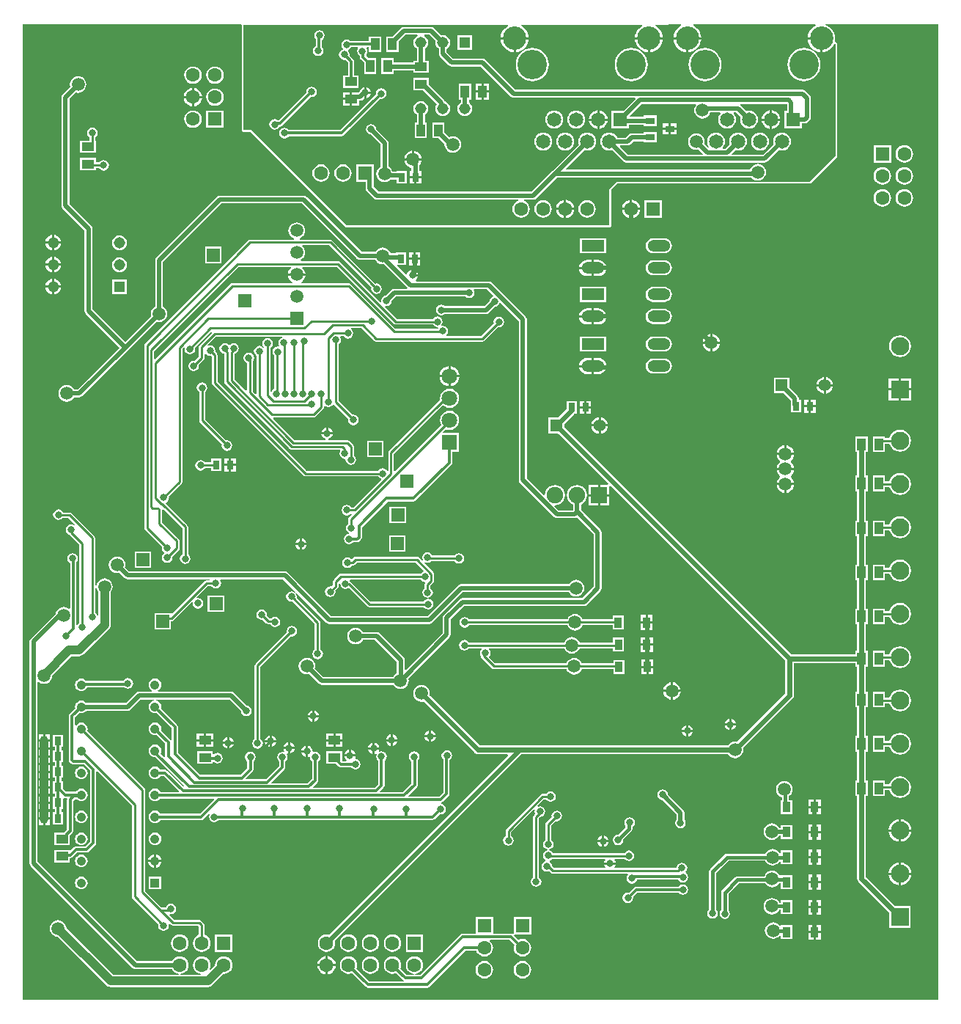
<source format=gbl>
G04*
G04 #@! TF.GenerationSoftware,Altium Limited,Altium Designer,20.0.13 (296)*
G04*
G04 Layer_Physical_Order=2*
G04 Layer_Color=16711680*
%FSLAX44Y44*%
%MOMM*%
G71*
G01*
G75*
%ADD10C,0.2500*%
%ADD16C,0.5000*%
%ADD18C,0.2540*%
%ADD26R,1.4000X1.0000*%
%ADD30R,0.8000X1.0000*%
%ADD31R,1.0000X1.4000*%
%ADD44R,1.1000X0.8000*%
%ADD111C,0.3000*%
%ADD112C,1.0000*%
%ADD113C,0.6000*%
%ADD114C,0.4000*%
%ADD116R,1.5000X1.5000*%
%ADD117C,1.5000*%
%ADD118R,1.0600X1.0600*%
%ADD119C,1.0600*%
%ADD120R,1.4000X1.4000*%
%ADD121C,1.4000*%
%ADD122R,1.3080X1.3080*%
%ADD123C,1.3080*%
%ADD124R,1.3080X1.3080*%
%ADD125R,1.5000X1.5000*%
%ADD126C,1.6050*%
%ADD127R,1.6050X1.6050*%
%ADD128R,2.1000X2.1000*%
%ADD129C,2.1000*%
%ADD130R,1.9050X1.9050*%
%ADD131C,1.9050*%
%ADD132R,1.6000X1.6000*%
%ADD133C,1.6000*%
%ADD134R,1.6000X1.6000*%
%ADD135C,3.4000*%
%ADD136R,1.6500X1.6500*%
%ADD137C,1.6500*%
%ADD138C,2.7000*%
%ADD139O,2.6416X1.3208*%
%ADD140R,2.6416X1.3208*%
%ADD141C,1.8000*%
%ADD142R,1.8000X1.8000*%
%ADD143R,1.6050X1.6050*%
%ADD144C,0.8000*%
%ADD145C,4.0000*%
%ADD146R,0.9100X1.2200*%
G36*
X915048Y1123722D02*
X913046Y1122651D01*
X910603Y1120647D01*
X908599Y1118204D01*
X907109Y1115418D01*
X906192Y1112394D01*
X906007Y1110520D01*
X922000D01*
Y1109250D01*
X923270D01*
Y1093258D01*
X925144Y1093442D01*
X928168Y1094359D01*
X930954Y1095849D01*
X933397Y1097853D01*
X935401Y1100295D01*
X936730Y1102781D01*
X938000Y1102463D01*
Y973750D01*
X938250Y973500D01*
X908000Y943250D01*
X685000D01*
X677000Y935250D01*
Y893000D01*
X373500D01*
X263250Y1003250D01*
X254250D01*
Y1124750D01*
X559987Y1124862D01*
X560305Y1123592D01*
X558545Y1122651D01*
X556103Y1120647D01*
X554099Y1118204D01*
X552609Y1115418D01*
X551692Y1112394D01*
X551507Y1110520D01*
X567500D01*
X583493D01*
X583308Y1112394D01*
X582391Y1115418D01*
X580901Y1118204D01*
X578897Y1120647D01*
X576455Y1122651D01*
X574685Y1123597D01*
X575003Y1124867D01*
X715093Y1124919D01*
X715411Y1123649D01*
X713546Y1122651D01*
X711103Y1120647D01*
X709099Y1118204D01*
X707609Y1115418D01*
X706692Y1112394D01*
X706507Y1110520D01*
X722500D01*
X738493D01*
X738308Y1112394D01*
X737391Y1115418D01*
X735901Y1118204D01*
X733897Y1120647D01*
X731454Y1122651D01*
X729579Y1123654D01*
X729897Y1124924D01*
X759623Y1124935D01*
X759942Y1123665D01*
X758046Y1122651D01*
X755603Y1120647D01*
X753599Y1118204D01*
X752109Y1115418D01*
X751192Y1112394D01*
X751007Y1110520D01*
X767000D01*
X782992D01*
X782808Y1112394D01*
X781891Y1115418D01*
X780401Y1118204D01*
X778397Y1120647D01*
X775955Y1122651D01*
X774048Y1123670D01*
X774366Y1124940D01*
X914730Y1124992D01*
X915048Y1123722D01*
D02*
G37*
G36*
X1056500Y-500D02*
X-500D01*
Y1125500D01*
X251116D01*
X252211Y1124750D01*
Y1003250D01*
X252366Y1002470D01*
X252808Y1001808D01*
X253470Y1001366D01*
X254250Y1001211D01*
X262405D01*
X372058Y891558D01*
X372720Y891116D01*
X373500Y890961D01*
X677000D01*
X677780Y891116D01*
X678442Y891558D01*
X678884Y892220D01*
X679039Y893000D01*
Y934405D01*
X685845Y941211D01*
X908000D01*
X908000Y941211D01*
X908780Y941366D01*
X909442Y941808D01*
X909442Y941808D01*
X939692Y972058D01*
X940134Y972720D01*
X940289Y973500D01*
X940134Y974280D01*
X940039Y974422D01*
Y1102463D01*
X940010Y1102611D01*
X940017Y1102762D01*
X939933Y1102998D01*
X939884Y1103243D01*
X939800Y1103369D01*
X939749Y1103512D01*
X939581Y1103697D01*
X939442Y1103905D01*
X939316Y1103989D01*
X939215Y1104101D01*
X938989Y1104208D01*
X938780Y1104347D01*
X938632Y1104377D01*
X938495Y1104441D01*
X938096Y1104541D01*
X937222Y1105898D01*
X937221Y1106031D01*
X937276Y1106211D01*
X937575Y1109250D01*
X937276Y1112289D01*
X936389Y1115210D01*
X934950Y1117903D01*
X933013Y1120263D01*
X930653Y1122200D01*
X927960Y1123639D01*
X926013Y1124230D01*
X926202Y1125500D01*
X1056500D01*
Y-500D01*
D02*
G37*
%LPC*%
G36*
X413250Y1111250D02*
X399250D01*
Y1106069D01*
X377700D01*
X377647Y1106147D01*
X375663Y1107474D01*
X373322Y1107939D01*
X370981Y1107474D01*
X368996Y1106147D01*
X367670Y1104163D01*
X367204Y1101822D01*
X367670Y1099481D01*
X368996Y1097496D01*
X369320Y1097279D01*
X369072Y1096034D01*
X368409Y1095902D01*
X366424Y1094576D01*
X365098Y1092591D01*
X364632Y1090250D01*
X365098Y1087909D01*
X366424Y1085924D01*
X368409Y1084598D01*
X370750Y1084133D01*
X371643Y1084310D01*
X374931Y1081022D01*
Y1066000D01*
X369500D01*
Y1052000D01*
X387500D01*
Y1066000D01*
X382069D01*
Y1082500D01*
X381797Y1083866D01*
X381023Y1085023D01*
X376690Y1089357D01*
X376867Y1090250D01*
X376402Y1092591D01*
X375076Y1094576D01*
X374752Y1094792D01*
X375000Y1096038D01*
X375663Y1096170D01*
X377647Y1097496D01*
X378607Y1098931D01*
X385885D01*
X386563Y1097661D01*
X385848Y1096591D01*
X385382Y1094250D01*
X385848Y1091909D01*
X387174Y1089924D01*
X388888Y1088779D01*
Y1087293D01*
X389160Y1085928D01*
X389933Y1084770D01*
X393750Y1080953D01*
Y1068000D01*
X407750D01*
Y1086000D01*
X398797D01*
X396025Y1088772D01*
Y1090223D01*
X397152Y1091909D01*
X397617Y1094250D01*
X397152Y1096591D01*
X396437Y1097661D01*
X397116Y1098931D01*
X399250D01*
Y1093250D01*
X413250D01*
Y1111250D01*
D02*
G37*
G36*
X518590Y1112790D02*
X501510D01*
Y1095710D01*
X518590D01*
Y1112790D01*
D02*
G37*
G36*
X583493Y1107980D02*
X568770D01*
Y1093258D01*
X570644Y1093442D01*
X573668Y1094359D01*
X576455Y1095849D01*
X578897Y1097853D01*
X580901Y1100295D01*
X582391Y1103082D01*
X583308Y1106106D01*
X583493Y1107980D01*
D02*
G37*
G36*
X765730D02*
X751008D01*
X751192Y1106106D01*
X752109Y1103082D01*
X753599Y1100295D01*
X755603Y1097853D01*
X758046Y1095849D01*
X760832Y1094359D01*
X763856Y1093442D01*
X765730Y1093258D01*
Y1107980D01*
D02*
G37*
G36*
X721230D02*
X706507D01*
X706692Y1106106D01*
X707609Y1103082D01*
X709099Y1100295D01*
X711103Y1097853D01*
X713546Y1095849D01*
X716332Y1094359D01*
X719356Y1093442D01*
X721230Y1093258D01*
Y1107980D01*
D02*
G37*
G36*
X782992D02*
X768270D01*
Y1093257D01*
X770144Y1093442D01*
X773168Y1094359D01*
X775955Y1095849D01*
X778397Y1097853D01*
X780401Y1100295D01*
X781891Y1103082D01*
X782808Y1106106D01*
X782992Y1107980D01*
D02*
G37*
G36*
X738493D02*
X723770D01*
Y1093257D01*
X725644Y1093442D01*
X728668Y1094359D01*
X731454Y1095849D01*
X733897Y1097853D01*
X735901Y1100295D01*
X737391Y1103082D01*
X738308Y1106106D01*
X738493Y1107980D01*
D02*
G37*
G36*
X920730D02*
X906008D01*
X906192Y1106106D01*
X907109Y1103082D01*
X908599Y1100295D01*
X910603Y1097853D01*
X913046Y1095849D01*
X915832Y1094359D01*
X918856Y1093442D01*
X920730Y1093257D01*
Y1107980D01*
D02*
G37*
G36*
X566230D02*
X551507D01*
X551692Y1106106D01*
X552609Y1103082D01*
X554099Y1100295D01*
X556103Y1097853D01*
X558545Y1095849D01*
X561332Y1094359D01*
X564356Y1093442D01*
X566230Y1093257D01*
Y1107980D01*
D02*
G37*
G36*
X342000Y1118367D02*
X339659Y1117902D01*
X337674Y1116576D01*
X336348Y1114591D01*
X335882Y1112250D01*
X336348Y1109909D01*
X337674Y1107924D01*
X337681Y1107919D01*
Y1100333D01*
X336174Y1099326D01*
X334848Y1097341D01*
X334383Y1095000D01*
X334848Y1092659D01*
X336174Y1090674D01*
X338159Y1089348D01*
X340500Y1088883D01*
X342841Y1089348D01*
X344826Y1090674D01*
X346152Y1092659D01*
X346618Y1095000D01*
X346152Y1097341D01*
X344826Y1099326D01*
X344819Y1099331D01*
Y1106917D01*
X346326Y1107924D01*
X347652Y1109909D01*
X348117Y1112250D01*
X347652Y1114591D01*
X346326Y1116576D01*
X344341Y1117902D01*
X342000Y1118367D01*
D02*
G37*
G36*
X901650Y1097842D02*
X897925Y1097475D01*
X894344Y1096389D01*
X891043Y1094624D01*
X888150Y1092250D01*
X885776Y1089357D01*
X884011Y1086056D01*
X882925Y1082475D01*
X882558Y1078750D01*
X882925Y1075025D01*
X884011Y1071444D01*
X885776Y1068143D01*
X888150Y1065250D01*
X891043Y1062876D01*
X894344Y1061111D01*
X897925Y1060025D01*
X901650Y1059658D01*
X905375Y1060025D01*
X908956Y1061111D01*
X912257Y1062876D01*
X915150Y1065250D01*
X917524Y1068143D01*
X919289Y1071444D01*
X920375Y1075025D01*
X920742Y1078750D01*
X920375Y1082475D01*
X919289Y1086056D01*
X917524Y1089357D01*
X915150Y1092250D01*
X912257Y1094624D01*
X908956Y1096389D01*
X905375Y1097475D01*
X901650Y1097842D01*
D02*
G37*
G36*
X787350D02*
X783625Y1097475D01*
X780044Y1096389D01*
X776743Y1094624D01*
X773850Y1092250D01*
X771476Y1089357D01*
X769711Y1086056D01*
X768625Y1082475D01*
X768258Y1078750D01*
X768625Y1075025D01*
X769711Y1071444D01*
X771476Y1068143D01*
X773850Y1065250D01*
X776743Y1062876D01*
X780044Y1061111D01*
X783625Y1060025D01*
X787350Y1059658D01*
X791075Y1060025D01*
X794656Y1061111D01*
X797957Y1062876D01*
X800850Y1065250D01*
X803224Y1068143D01*
X804989Y1071444D01*
X806075Y1075025D01*
X806442Y1078750D01*
X806075Y1082475D01*
X804989Y1086056D01*
X803224Y1089357D01*
X800850Y1092250D01*
X797957Y1094624D01*
X794656Y1096389D01*
X791075Y1097475D01*
X787350Y1097842D01*
D02*
G37*
G36*
X702150D02*
X698425Y1097475D01*
X694844Y1096389D01*
X691543Y1094624D01*
X688650Y1092250D01*
X686276Y1089357D01*
X684511Y1086056D01*
X683425Y1082475D01*
X683058Y1078750D01*
X683425Y1075025D01*
X684511Y1071444D01*
X686276Y1068143D01*
X688650Y1065250D01*
X691543Y1062876D01*
X694844Y1061111D01*
X698425Y1060025D01*
X702150Y1059658D01*
X705875Y1060025D01*
X709456Y1061111D01*
X712757Y1062876D01*
X715650Y1065250D01*
X718024Y1068143D01*
X719789Y1071444D01*
X720875Y1075025D01*
X721242Y1078750D01*
X720875Y1082475D01*
X719789Y1086056D01*
X718024Y1089357D01*
X715650Y1092250D01*
X712757Y1094624D01*
X709456Y1096389D01*
X705875Y1097475D01*
X702150Y1097842D01*
D02*
G37*
G36*
X587850D02*
X584125Y1097475D01*
X580544Y1096389D01*
X577243Y1094624D01*
X574350Y1092250D01*
X571976Y1089357D01*
X570211Y1086056D01*
X569125Y1082475D01*
X568758Y1078750D01*
X569125Y1075025D01*
X570211Y1071444D01*
X571976Y1068143D01*
X574350Y1065250D01*
X577243Y1062876D01*
X580544Y1061111D01*
X584125Y1060025D01*
X587850Y1059658D01*
X591575Y1060025D01*
X595156Y1061111D01*
X598457Y1062876D01*
X601350Y1065250D01*
X603724Y1068143D01*
X605489Y1071444D01*
X606575Y1075025D01*
X606942Y1078750D01*
X606575Y1082475D01*
X605489Y1086056D01*
X603724Y1089357D01*
X601350Y1092250D01*
X598457Y1094624D01*
X595156Y1096389D01*
X591575Y1097475D01*
X587850Y1097842D01*
D02*
G37*
G36*
X537790Y1057040D02*
X531520D01*
Y1048770D01*
X537790D01*
Y1057040D01*
D02*
G37*
G36*
X528980D02*
X522710D01*
Y1048770D01*
X528980D01*
Y1057040D01*
D02*
G37*
G36*
X396020Y1052679D02*
Y1047520D01*
X401179D01*
X401122Y1047957D01*
X400463Y1049548D01*
X399414Y1050914D01*
X398048Y1051963D01*
X396457Y1052622D01*
X396020Y1052679D01*
D02*
G37*
G36*
X333000Y1053367D02*
X330659Y1052902D01*
X328674Y1051576D01*
X327348Y1049591D01*
X326883Y1047250D01*
X327060Y1046357D01*
X294979Y1014275D01*
X294277D01*
X292591Y1015402D01*
X290250Y1015867D01*
X287909Y1015402D01*
X285924Y1014076D01*
X284598Y1012091D01*
X284132Y1009750D01*
X284598Y1007409D01*
X285924Y1005424D01*
X287909Y1004098D01*
X290250Y1003633D01*
X292591Y1004098D01*
X294576Y1005424D01*
X295721Y1007138D01*
X296457D01*
X297822Y1007410D01*
X298980Y1008183D01*
X332107Y1041310D01*
X333000Y1041133D01*
X335341Y1041598D01*
X337326Y1042924D01*
X338652Y1044909D01*
X339118Y1047250D01*
X338652Y1049591D01*
X337326Y1051576D01*
X335341Y1052902D01*
X333000Y1053367D01*
D02*
G37*
G36*
X377230Y1046540D02*
X368960D01*
Y1040270D01*
X377230D01*
Y1046540D01*
D02*
G37*
G36*
X401179Y1044980D02*
X396020D01*
Y1039821D01*
X396457Y1039878D01*
X398048Y1040537D01*
X399414Y1041586D01*
X400463Y1042952D01*
X401122Y1044543D01*
X401179Y1044980D01*
D02*
G37*
G36*
X413250Y1051367D02*
X410909Y1050902D01*
X408924Y1049576D01*
X407598Y1047591D01*
X407132Y1045250D01*
X407310Y1044357D01*
X366147Y1003194D01*
X306332D01*
X305826Y1003951D01*
X303841Y1005277D01*
X301500Y1005743D01*
X299159Y1005277D01*
X297174Y1003951D01*
X295848Y1001966D01*
X295382Y999625D01*
X295848Y997284D01*
X297174Y995299D01*
X299159Y993973D01*
X301500Y993508D01*
X303841Y993973D01*
X305826Y995299D01*
X306332Y996057D01*
X367625D01*
X368991Y996328D01*
X370148Y997102D01*
X412357Y1039310D01*
X413250Y1039133D01*
X415591Y1039598D01*
X417576Y1040924D01*
X418902Y1042909D01*
X419367Y1045250D01*
X418902Y1047591D01*
X417576Y1049576D01*
X415591Y1050902D01*
X413250Y1051367D01*
D02*
G37*
G36*
X537790Y1046230D02*
X531520D01*
Y1037960D01*
X537790D01*
Y1046230D01*
D02*
G37*
G36*
X528980D02*
X522710D01*
Y1037960D01*
X528980D01*
Y1046230D01*
D02*
G37*
G36*
X393480Y1052679D02*
X393043Y1052622D01*
X391452Y1051963D01*
X390086Y1050914D01*
X389037Y1049548D01*
X388378Y1047957D01*
X388260Y1047061D01*
X387739Y1046540D01*
X379770D01*
Y1039000D01*
Y1031460D01*
X388040D01*
Y1036912D01*
X389188D01*
X390944Y1037261D01*
X392433Y1038256D01*
X393480Y1039303D01*
Y1046250D01*
Y1052679D01*
D02*
G37*
G36*
X377230Y1037730D02*
X368960D01*
Y1031460D01*
X377230D01*
Y1037730D01*
D02*
G37*
G36*
X517250Y1056500D02*
X503250D01*
Y1038500D01*
X505562D01*
Y1035370D01*
X503959Y1034141D01*
X502590Y1032357D01*
X501730Y1030279D01*
X501436Y1028050D01*
X501730Y1025821D01*
X502590Y1023743D01*
X503959Y1021959D01*
X505743Y1020590D01*
X507821Y1019730D01*
X510050Y1019436D01*
X512279Y1019730D01*
X514357Y1020590D01*
X516141Y1021959D01*
X517510Y1023743D01*
X518370Y1025821D01*
X518664Y1028050D01*
X518370Y1030279D01*
X517510Y1032357D01*
X516141Y1034141D01*
X514738Y1035217D01*
Y1038500D01*
X517250D01*
Y1056500D01*
D02*
G37*
G36*
X468250Y1063250D02*
X450250D01*
Y1049250D01*
X461761D01*
X477826Y1033185D01*
X477190Y1032357D01*
X476330Y1030279D01*
X476036Y1028050D01*
X476330Y1025821D01*
X477190Y1023743D01*
X478559Y1021959D01*
X480343Y1020590D01*
X482421Y1019730D01*
X484650Y1019436D01*
X486879Y1019730D01*
X488957Y1020590D01*
X490741Y1021959D01*
X492110Y1023743D01*
X492970Y1025821D01*
X493264Y1028050D01*
X492970Y1030279D01*
X492110Y1032357D01*
X490741Y1034141D01*
X488957Y1035510D01*
X487318Y1036188D01*
X486348Y1037640D01*
X468250Y1055739D01*
Y1063250D01*
D02*
G37*
G36*
X864820Y1025966D02*
Y1016520D01*
X874266D01*
X874062Y1018067D01*
X872975Y1020692D01*
X871245Y1022945D01*
X868991Y1024675D01*
X866367Y1025762D01*
X864820Y1025966D01*
D02*
G37*
G36*
X665320D02*
Y1016520D01*
X674766D01*
X674562Y1018067D01*
X673475Y1020692D01*
X671746Y1022945D01*
X669492Y1024675D01*
X666867Y1025762D01*
X665320Y1025966D01*
D02*
G37*
G36*
X662780D02*
X661233Y1025762D01*
X658608Y1024675D01*
X656355Y1022945D01*
X654625Y1020692D01*
X653538Y1018067D01*
X653334Y1016520D01*
X662780D01*
Y1025966D01*
D02*
G37*
G36*
X862280Y1025966D02*
X860733Y1025762D01*
X858108Y1024675D01*
X855854Y1022945D01*
X854125Y1020692D01*
X853038Y1018067D01*
X852834Y1016520D01*
X862280D01*
Y1025966D01*
D02*
G37*
G36*
X754790Y1011040D02*
X748020D01*
Y1005770D01*
X754790D01*
Y1011040D01*
D02*
G37*
G36*
X745480D02*
X738710D01*
Y1005770D01*
X745480D01*
Y1011040D01*
D02*
G37*
G36*
X471150Y1122338D02*
X439750D01*
X437994Y1121989D01*
X436506Y1120994D01*
X426761Y1111250D01*
X419250D01*
Y1093250D01*
X433250D01*
Y1104761D01*
X441651Y1113162D01*
X455131D01*
X455383Y1111892D01*
X454943Y1111710D01*
X453159Y1110341D01*
X451790Y1108557D01*
X450930Y1106479D01*
X450636Y1104250D01*
X450930Y1102021D01*
X451790Y1099943D01*
X453159Y1098159D01*
X454662Y1097006D01*
Y1083250D01*
X450250D01*
Y1081213D01*
X427750D01*
Y1086000D01*
X413750D01*
Y1068000D01*
X427750D01*
Y1072037D01*
X450250D01*
Y1069250D01*
X468250D01*
Y1083250D01*
X463838D01*
Y1097006D01*
X465341Y1098159D01*
X466710Y1099943D01*
X467570Y1102021D01*
X467864Y1104250D01*
X467570Y1106479D01*
X466710Y1108557D01*
X465341Y1110341D01*
X463557Y1111710D01*
X463117Y1111892D01*
X463370Y1113162D01*
X469249D01*
X476284Y1106128D01*
X476036Y1104250D01*
X476330Y1102021D01*
X477190Y1099943D01*
X478559Y1098159D01*
X479912Y1097121D01*
Y1091250D01*
X480261Y1089494D01*
X481256Y1088006D01*
X491256Y1078006D01*
X492744Y1077011D01*
X494500Y1076662D01*
X528349D01*
X563256Y1041756D01*
X564744Y1040761D01*
X566500Y1040412D01*
X706464D01*
X706950Y1039239D01*
X693211Y1025500D01*
X679200D01*
Y1005000D01*
X699700D01*
Y1009412D01*
X716750D01*
Y1008000D01*
X731750D01*
Y1020000D01*
X716750D01*
Y1018588D01*
X701073D01*
X700547Y1019858D01*
X714100Y1033412D01*
X776612D01*
X777238Y1032142D01*
X776202Y1030791D01*
X775245Y1028480D01*
X774918Y1026000D01*
X775245Y1023520D01*
X776202Y1021209D01*
X777725Y1019225D01*
X779709Y1017702D01*
X782020Y1016745D01*
X784500Y1016418D01*
X786980Y1016745D01*
X789291Y1017702D01*
X791275Y1019225D01*
X792798Y1021209D01*
X793711Y1023412D01*
X804568D01*
X805118Y1022142D01*
X803797Y1020419D01*
X802764Y1017926D01*
X802412Y1015250D01*
X802764Y1012574D01*
X803797Y1010081D01*
X805440Y1007940D01*
X807581Y1006297D01*
X810074Y1005264D01*
X812750Y1004912D01*
X815426Y1005264D01*
X817919Y1006297D01*
X820060Y1007940D01*
X821703Y1010081D01*
X822736Y1012574D01*
X823088Y1015250D01*
X822736Y1017926D01*
X821703Y1020419D01*
X820381Y1022142D01*
X820932Y1023412D01*
X823500D01*
X828404Y1018507D01*
X828164Y1017926D01*
X827812Y1015250D01*
X828164Y1012574D01*
X829197Y1010081D01*
X830840Y1007940D01*
X832981Y1006297D01*
X835474Y1005264D01*
X838150Y1004912D01*
X840826Y1005264D01*
X843319Y1006297D01*
X845460Y1007940D01*
X847103Y1010081D01*
X848136Y1012574D01*
X848488Y1015250D01*
X848136Y1017926D01*
X847103Y1020419D01*
X845460Y1022560D01*
X843319Y1024203D01*
X840826Y1025236D01*
X838150Y1025588D01*
X835474Y1025236D01*
X834893Y1024995D01*
X828644Y1031244D01*
X828314Y1031465D01*
X828052Y1033167D01*
X828248Y1033412D01*
X882171D01*
X882412Y1033171D01*
Y1025500D01*
X878700D01*
Y1005000D01*
X899200D01*
Y1010662D01*
X902321D01*
X904077Y1011011D01*
X905565Y1012006D01*
X908494Y1014935D01*
X909489Y1016423D01*
X909838Y1018179D01*
Y1040250D01*
X909489Y1042006D01*
X908494Y1043494D01*
X903744Y1048244D01*
X902256Y1049239D01*
X900500Y1049588D01*
X568400D01*
X533494Y1084494D01*
X532006Y1085489D01*
X530250Y1085838D01*
X496400D01*
X489088Y1093150D01*
Y1096891D01*
X490741Y1098159D01*
X492110Y1099943D01*
X492970Y1102021D01*
X493264Y1104250D01*
X492970Y1106479D01*
X492110Y1108557D01*
X490741Y1110341D01*
X488957Y1111710D01*
X486879Y1112570D01*
X484650Y1112864D01*
X482772Y1112616D01*
X474394Y1120994D01*
X472906Y1121989D01*
X471150Y1122338D01*
D02*
G37*
G36*
X638650Y1025588D02*
X635974Y1025236D01*
X633481Y1024203D01*
X631340Y1022560D01*
X629697Y1020419D01*
X628664Y1017926D01*
X628312Y1015250D01*
X628664Y1012574D01*
X629697Y1010081D01*
X631340Y1007940D01*
X633481Y1006297D01*
X635974Y1005264D01*
X638650Y1004912D01*
X641326Y1005264D01*
X643819Y1006297D01*
X645960Y1007940D01*
X647603Y1010081D01*
X648636Y1012574D01*
X648988Y1015250D01*
X648636Y1017926D01*
X647603Y1020419D01*
X645960Y1022560D01*
X643819Y1024203D01*
X641326Y1025236D01*
X638650Y1025588D01*
D02*
G37*
G36*
X613250D02*
X610574Y1025236D01*
X608081Y1024203D01*
X605940Y1022560D01*
X604297Y1020419D01*
X603264Y1017926D01*
X602912Y1015250D01*
X603264Y1012574D01*
X604297Y1010081D01*
X605940Y1007940D01*
X608081Y1006297D01*
X610574Y1005264D01*
X613250Y1004912D01*
X615926Y1005264D01*
X618419Y1006297D01*
X620560Y1007940D01*
X622203Y1010081D01*
X623236Y1012574D01*
X623588Y1015250D01*
X623236Y1017926D01*
X622203Y1020419D01*
X620560Y1022560D01*
X618419Y1024203D01*
X615926Y1025236D01*
X613250Y1025588D01*
D02*
G37*
G36*
X874266Y1013980D02*
X864820D01*
Y1004534D01*
X866367Y1004738D01*
X868991Y1005825D01*
X871245Y1007554D01*
X872975Y1009808D01*
X874062Y1012433D01*
X874266Y1013980D01*
D02*
G37*
G36*
X674766D02*
X665320D01*
Y1004534D01*
X666867Y1004738D01*
X669492Y1005825D01*
X671746Y1007554D01*
X673475Y1009808D01*
X674562Y1012433D01*
X674766Y1013980D01*
D02*
G37*
G36*
X662780D02*
X653334D01*
X653538Y1012433D01*
X654625Y1009808D01*
X656355Y1007554D01*
X658608Y1005825D01*
X661233Y1004738D01*
X662780Y1004534D01*
Y1013980D01*
D02*
G37*
G36*
X862280D02*
X852834D01*
X853038Y1012433D01*
X854125Y1009808D01*
X855854Y1007554D01*
X858108Y1005825D01*
X860733Y1004738D01*
X862280Y1004534D01*
Y1013980D01*
D02*
G37*
G36*
X754790Y1003230D02*
X748020D01*
Y997960D01*
X754790D01*
Y1003230D01*
D02*
G37*
G36*
X745480D02*
X738710D01*
Y997960D01*
X745480D01*
Y1003230D01*
D02*
G37*
G36*
X731750Y1001000D02*
X716750D01*
Y999338D01*
X703006D01*
X701250Y998989D01*
X699762Y997994D01*
X696206Y994438D01*
X685944D01*
X685703Y995019D01*
X684060Y997160D01*
X681919Y998803D01*
X679426Y999836D01*
X676750Y1000188D01*
X674074Y999836D01*
X671581Y998803D01*
X669440Y997160D01*
X667797Y995019D01*
X666764Y992526D01*
X666412Y989850D01*
X666764Y987174D01*
X667797Y984681D01*
X669440Y982540D01*
X671581Y980897D01*
X674074Y979864D01*
X676750Y979512D01*
X679426Y979864D01*
X680007Y980105D01*
X693256Y966856D01*
X694744Y965861D01*
X696500Y965512D01*
X856500D01*
X858256Y965861D01*
X859744Y966856D01*
X872993Y980105D01*
X873574Y979864D01*
X876250Y979512D01*
X878926Y979864D01*
X881419Y980897D01*
X883560Y982540D01*
X885203Y984681D01*
X886236Y987174D01*
X886588Y989850D01*
X886236Y992526D01*
X885203Y995019D01*
X883560Y997160D01*
X881419Y998803D01*
X878926Y999836D01*
X876250Y1000188D01*
X873574Y999836D01*
X871081Y998803D01*
X868940Y997160D01*
X867297Y995019D01*
X866264Y992526D01*
X865912Y989850D01*
X866264Y987174D01*
X866505Y986593D01*
X854600Y974688D01*
X818436D01*
X817950Y975862D01*
X822193Y980105D01*
X822774Y979864D01*
X825450Y979512D01*
X828126Y979864D01*
X830619Y980897D01*
X832760Y982540D01*
X834403Y984681D01*
X835436Y987174D01*
X835788Y989850D01*
X835436Y992526D01*
X834403Y995019D01*
X832760Y997160D01*
X830619Y998803D01*
X828126Y999836D01*
X825450Y1000188D01*
X822774Y999836D01*
X820281Y998803D01*
X818140Y997160D01*
X816497Y995019D01*
X815464Y992526D01*
X815112Y989850D01*
X815464Y987174D01*
X815704Y986593D01*
X810799Y981688D01*
X808232D01*
X807682Y982958D01*
X809003Y984681D01*
X810036Y987174D01*
X810388Y989850D01*
X810036Y992526D01*
X809003Y995019D01*
X807360Y997160D01*
X805219Y998803D01*
X802726Y999836D01*
X800050Y1000188D01*
X797374Y999836D01*
X794881Y998803D01*
X792740Y997160D01*
X791097Y995019D01*
X790064Y992526D01*
X789712Y989850D01*
X790064Y987174D01*
X791097Y984681D01*
X791592Y984035D01*
X791061Y982641D01*
X790882Y982607D01*
X786421Y987067D01*
X786506Y987270D01*
X786832Y989750D01*
X786506Y992230D01*
X785548Y994541D01*
X784025Y996525D01*
X782041Y998048D01*
X779730Y999005D01*
X777250Y999332D01*
X774770Y999005D01*
X772459Y998048D01*
X770475Y996525D01*
X768952Y994541D01*
X767995Y992230D01*
X767668Y989750D01*
X767995Y987270D01*
X768952Y984959D01*
X770475Y982974D01*
X772459Y981452D01*
X774770Y980495D01*
X777250Y980168D01*
X779730Y980495D01*
X779933Y980579D01*
X784650Y975862D01*
X784164Y974688D01*
X698400D01*
X689000Y984089D01*
X689486Y985262D01*
X698106D01*
X699862Y985611D01*
X701350Y986606D01*
X704906Y990162D01*
X716750D01*
Y989000D01*
X731750D01*
Y1001000D01*
D02*
G37*
G36*
X459250Y1036664D02*
X457021Y1036370D01*
X454943Y1035510D01*
X453159Y1034141D01*
X451790Y1032357D01*
X450930Y1030279D01*
X450636Y1028050D01*
X450930Y1025821D01*
X451790Y1023743D01*
X453159Y1021959D01*
X454662Y1020806D01*
Y1012000D01*
X452250D01*
Y994000D01*
X466250D01*
Y1012000D01*
X463838D01*
Y1020806D01*
X465341Y1021959D01*
X466710Y1023743D01*
X467570Y1025821D01*
X467864Y1028050D01*
X467570Y1030279D01*
X466710Y1032357D01*
X465341Y1034141D01*
X463557Y1035510D01*
X461479Y1036370D01*
X459250Y1036664D01*
D02*
G37*
G36*
X850850Y1000188D02*
X848174Y999836D01*
X845681Y998803D01*
X843540Y997160D01*
X841897Y995019D01*
X840864Y992526D01*
X840512Y989850D01*
X840864Y987174D01*
X841897Y984681D01*
X843540Y982540D01*
X845681Y980897D01*
X848174Y979864D01*
X850850Y979512D01*
X853526Y979864D01*
X856019Y980897D01*
X858160Y982540D01*
X859803Y984681D01*
X860836Y987174D01*
X861188Y989850D01*
X860836Y992526D01*
X859803Y995019D01*
X858160Y997160D01*
X856019Y998803D01*
X853526Y999836D01*
X850850Y1000188D01*
D02*
G37*
G36*
X651350D02*
X648674Y999836D01*
X646181Y998803D01*
X644040Y997160D01*
X642397Y995019D01*
X641364Y992526D01*
X641012Y989850D01*
X641364Y987174D01*
X641605Y986593D01*
X611131Y956119D01*
X587099Y932088D01*
X410401D01*
X404738Y937750D01*
Y948000D01*
X404650Y948443D01*
Y963500D01*
X384650D01*
Y943500D01*
X395562D01*
Y935850D01*
X395911Y934094D01*
X396906Y932606D01*
X405256Y924256D01*
X406744Y923261D01*
X408500Y922912D01*
X571290D01*
X571543Y921642D01*
X569957Y920985D01*
X567868Y919382D01*
X566265Y917293D01*
X565257Y914861D01*
X564914Y912250D01*
X565257Y909640D01*
X566265Y907207D01*
X567868Y905118D01*
X569957Y903515D01*
X572389Y902507D01*
X575000Y902164D01*
X577611Y902507D01*
X580043Y903515D01*
X582132Y905118D01*
X583735Y907207D01*
X584743Y909640D01*
X585086Y912250D01*
X584743Y914861D01*
X583735Y917293D01*
X582132Y919382D01*
X580043Y920985D01*
X578457Y921642D01*
X578710Y922912D01*
X589000D01*
X590756Y923261D01*
X592244Y924256D01*
X616275Y948287D01*
X841043D01*
X841475Y947725D01*
X843459Y946202D01*
X845770Y945245D01*
X848250Y944918D01*
X850730Y945245D01*
X853041Y946202D01*
X855025Y947725D01*
X856548Y949709D01*
X857505Y952020D01*
X857832Y954500D01*
X857505Y956980D01*
X856548Y959291D01*
X855025Y961275D01*
X853041Y962798D01*
X850730Y963755D01*
X848250Y964082D01*
X845770Y963755D01*
X843459Y962798D01*
X841475Y961275D01*
X839952Y959291D01*
X839195Y957463D01*
X627111D01*
X626625Y958636D01*
X648093Y980105D01*
X648674Y979864D01*
X651350Y979512D01*
X654026Y979864D01*
X656519Y980897D01*
X658660Y982540D01*
X660303Y984681D01*
X661336Y987174D01*
X661688Y989850D01*
X661336Y992526D01*
X660303Y995019D01*
X658660Y997160D01*
X656519Y998803D01*
X654026Y999836D01*
X651350Y1000188D01*
D02*
G37*
G36*
X625950D02*
X623274Y999836D01*
X620781Y998803D01*
X618640Y997160D01*
X616997Y995019D01*
X615964Y992526D01*
X615612Y989850D01*
X615964Y987174D01*
X616997Y984681D01*
X618640Y982540D01*
X620781Y980897D01*
X623274Y979864D01*
X625950Y979512D01*
X628626Y979864D01*
X631119Y980897D01*
X633260Y982540D01*
X634903Y984681D01*
X635936Y987174D01*
X636288Y989850D01*
X635936Y992526D01*
X634903Y995019D01*
X633260Y997160D01*
X631119Y998803D01*
X628626Y999836D01*
X625950Y1000188D01*
D02*
G37*
G36*
X600550D02*
X597874Y999836D01*
X595381Y998803D01*
X593240Y997160D01*
X591597Y995019D01*
X590564Y992526D01*
X590212Y989850D01*
X590564Y987174D01*
X591597Y984681D01*
X593240Y982540D01*
X595381Y980897D01*
X597874Y979864D01*
X600550Y979512D01*
X603226Y979864D01*
X605719Y980897D01*
X607860Y982540D01*
X609503Y984681D01*
X610536Y987174D01*
X610888Y989850D01*
X610536Y992526D01*
X609503Y995019D01*
X607860Y997160D01*
X605719Y998803D01*
X603226Y999836D01*
X600550Y1000188D01*
D02*
G37*
G36*
X486250Y1012000D02*
X472250D01*
Y994000D01*
X479761D01*
X486559Y987202D01*
X486485Y986639D01*
X486812Y984159D01*
X487769Y981849D01*
X489292Y979864D01*
X491276Y978341D01*
X493587Y977384D01*
X496067Y977057D01*
X498547Y977384D01*
X500858Y978341D01*
X502843Y979864D01*
X504365Y981849D01*
X505323Y984159D01*
X505649Y986639D01*
X505323Y989119D01*
X504365Y991431D01*
X502843Y993415D01*
X500858Y994938D01*
X498547Y995895D01*
X496067Y996221D01*
X493587Y995895D01*
X491647Y995091D01*
X486250Y1000489D01*
Y1012000D01*
D02*
G37*
G36*
X451270Y979459D02*
Y970770D01*
X459959D01*
X459782Y972121D01*
X458770Y974563D01*
X457161Y976661D01*
X455063Y978270D01*
X452621Y979282D01*
X451270Y979459D01*
D02*
G37*
G36*
X448730D02*
X447379Y979282D01*
X444937Y978270D01*
X442839Y976661D01*
X441230Y974563D01*
X440218Y972121D01*
X440041Y970770D01*
X448730D01*
Y979459D01*
D02*
G37*
G36*
X459959Y968230D02*
X440041D01*
X440218Y966879D01*
X441230Y964437D01*
X442839Y962339D01*
X444937Y960730D01*
X447379Y959718D01*
X448412Y959583D01*
Y956290D01*
X446460D01*
Y950020D01*
X453000D01*
Y948750D01*
D01*
Y950020D01*
X459540D01*
Y956290D01*
X457588D01*
Y962897D01*
X458770Y964437D01*
X459782Y966879D01*
X459959Y968230D01*
D02*
G37*
G36*
X369250Y963586D02*
X366640Y963243D01*
X364207Y962235D01*
X362118Y960632D01*
X360515Y958543D01*
X359507Y956111D01*
X359164Y953500D01*
X359507Y950890D01*
X360515Y948457D01*
X362118Y946368D01*
X364207Y944765D01*
X366640Y943757D01*
X369250Y943414D01*
X371861Y943757D01*
X374293Y944765D01*
X376382Y946368D01*
X377985Y948457D01*
X378993Y950890D01*
X379336Y953500D01*
X378993Y956111D01*
X377985Y958543D01*
X376382Y960632D01*
X374293Y962235D01*
X371861Y963243D01*
X369250Y963586D01*
D02*
G37*
G36*
X343850D02*
X341240Y963243D01*
X338807Y962235D01*
X336718Y960632D01*
X335115Y958543D01*
X334107Y956111D01*
X333764Y953500D01*
X334107Y950890D01*
X335115Y948457D01*
X336718Y946368D01*
X338807Y944765D01*
X341240Y943757D01*
X343850Y943414D01*
X346460Y943757D01*
X348893Y944765D01*
X350982Y946368D01*
X352585Y948457D01*
X353593Y950890D01*
X353936Y953500D01*
X353593Y956111D01*
X352585Y958543D01*
X350982Y960632D01*
X348893Y962235D01*
X346460Y963243D01*
X343850Y963586D01*
D02*
G37*
G36*
X401750Y1010117D02*
X399409Y1009652D01*
X397424Y1008326D01*
X396098Y1006341D01*
X395633Y1004000D01*
X396098Y1001659D01*
X397424Y999674D01*
X399409Y998348D01*
X401287Y997975D01*
X412662Y986600D01*
Y960882D01*
X412459Y960798D01*
X410475Y959275D01*
X408952Y957291D01*
X407994Y954980D01*
X407668Y952500D01*
X407994Y950020D01*
X408952Y947709D01*
X410475Y945724D01*
X412459Y944202D01*
X414770Y943244D01*
X417250Y942918D01*
X419730Y943244D01*
X422041Y944202D01*
X424025Y945724D01*
X424265Y946037D01*
X431000D01*
Y941750D01*
X443000D01*
Y955750D01*
X431000D01*
Y955213D01*
X426409D01*
X425548Y957291D01*
X424025Y959275D01*
X422041Y960798D01*
X421838Y960882D01*
Y988500D01*
X421489Y990256D01*
X420494Y991744D01*
X407775Y1004463D01*
X407402Y1006341D01*
X406076Y1008326D01*
X404091Y1009652D01*
X401750Y1010117D01*
D02*
G37*
G36*
X459540Y947480D02*
X454270D01*
Y941210D01*
X459540D01*
Y947480D01*
D02*
G37*
G36*
X451730D02*
X446460D01*
Y941210D01*
X451730D01*
Y947480D01*
D02*
G37*
G36*
X627070Y922714D02*
Y913520D01*
X636264D01*
X636069Y915002D01*
X635007Y917566D01*
X633317Y919767D01*
X631115Y921457D01*
X628551Y922519D01*
X627070Y922714D01*
D02*
G37*
G36*
X624530Y922714D02*
X623049Y922519D01*
X620485Y921457D01*
X618283Y919767D01*
X616593Y917566D01*
X615531Y915002D01*
X615336Y913520D01*
X624530D01*
Y922714D01*
D02*
G37*
G36*
X651200Y922336D02*
X648589Y921993D01*
X646157Y920985D01*
X644068Y919382D01*
X642465Y917293D01*
X641457Y914861D01*
X641114Y912250D01*
X641457Y909640D01*
X642465Y907207D01*
X644068Y905118D01*
X646157Y903515D01*
X648589Y902507D01*
X651200Y902164D01*
X653811Y902507D01*
X656243Y903515D01*
X658332Y905118D01*
X659935Y907207D01*
X660943Y909640D01*
X661286Y912250D01*
X660943Y914861D01*
X659935Y917293D01*
X658332Y919382D01*
X656243Y920985D01*
X653811Y921993D01*
X651200Y922336D01*
D02*
G37*
G36*
X600400D02*
X597789Y921993D01*
X595357Y920985D01*
X593268Y919382D01*
X591665Y917293D01*
X590657Y914861D01*
X590314Y912250D01*
X590657Y909640D01*
X591665Y907207D01*
X593268Y905118D01*
X595357Y903515D01*
X597789Y902507D01*
X600400Y902164D01*
X603010Y902507D01*
X605443Y903515D01*
X607532Y905118D01*
X609135Y907207D01*
X610143Y909640D01*
X610486Y912250D01*
X610143Y914861D01*
X609135Y917293D01*
X607532Y919382D01*
X605443Y920985D01*
X603010Y921993D01*
X600400Y922336D01*
D02*
G37*
G36*
X624530Y910980D02*
X615336D01*
X615531Y909499D01*
X616593Y906935D01*
X618283Y904733D01*
X620485Y903043D01*
X623049Y901981D01*
X624530Y901786D01*
Y910980D01*
D02*
G37*
G36*
X636264D02*
X627070D01*
Y901786D01*
X628551Y901981D01*
X631115Y903043D01*
X633317Y904733D01*
X635007Y906935D01*
X636069Y909499D01*
X636264Y910980D01*
D02*
G37*
G36*
X221400Y1076662D02*
X218783Y1076317D01*
X216344Y1075307D01*
X214250Y1073700D01*
X212643Y1071606D01*
X211633Y1069167D01*
X211289Y1066550D01*
X211633Y1063933D01*
X212643Y1061494D01*
X214250Y1059400D01*
X216344Y1057793D01*
X218783Y1056783D01*
X221400Y1056439D01*
X224017Y1056783D01*
X226456Y1057793D01*
X228550Y1059400D01*
X230157Y1061494D01*
X231167Y1063933D01*
X231511Y1066550D01*
X231167Y1069167D01*
X230157Y1071606D01*
X228550Y1073700D01*
X226456Y1075307D01*
X224017Y1076317D01*
X221400Y1076662D01*
D02*
G37*
G36*
X196000D02*
X193383Y1076317D01*
X190944Y1075307D01*
X188850Y1073700D01*
X187243Y1071606D01*
X186233Y1069167D01*
X185889Y1066550D01*
X186233Y1063933D01*
X187243Y1061494D01*
X188850Y1059400D01*
X190944Y1057793D01*
X193383Y1056783D01*
X196000Y1056439D01*
X198617Y1056783D01*
X201056Y1057793D01*
X203150Y1059400D01*
X204757Y1061494D01*
X205767Y1063933D01*
X206112Y1066550D01*
X205767Y1069167D01*
X204757Y1071606D01*
X203150Y1073700D01*
X201056Y1075307D01*
X198617Y1076317D01*
X196000Y1076662D01*
D02*
G37*
G36*
X63250Y1065332D02*
X60770Y1065005D01*
X58459Y1064048D01*
X56474Y1062525D01*
X54952Y1060541D01*
X53994Y1058230D01*
X53668Y1055750D01*
X53994Y1053270D01*
X54079Y1053067D01*
X45256Y1044244D01*
X44261Y1042756D01*
X43912Y1041000D01*
Y916000D01*
X44261Y914244D01*
X45256Y912756D01*
X70662Y887349D01*
Y794250D01*
X71011Y792494D01*
X72006Y791006D01*
X111011Y752000D01*
X62849Y703838D01*
X58382D01*
X58298Y704041D01*
X56775Y706025D01*
X54791Y707548D01*
X52480Y708505D01*
X50000Y708832D01*
X47520Y708505D01*
X45209Y707548D01*
X43225Y706025D01*
X41702Y704041D01*
X40745Y701730D01*
X40418Y699250D01*
X40745Y696770D01*
X41702Y694459D01*
X43225Y692475D01*
X45209Y690952D01*
X47520Y689995D01*
X50000Y689668D01*
X52480Y689995D01*
X54791Y690952D01*
X56775Y692475D01*
X58298Y694459D01*
X58382Y694662D01*
X64750D01*
X66506Y695011D01*
X67994Y696006D01*
X120744Y748756D01*
X154067Y782079D01*
X154270Y781994D01*
X156750Y781668D01*
X159230Y781994D01*
X161541Y782952D01*
X163526Y784475D01*
X165048Y786459D01*
X166005Y788770D01*
X166332Y791250D01*
X166005Y793730D01*
X165048Y796041D01*
X163526Y798026D01*
X161541Y799548D01*
X161338Y799632D01*
Y850850D01*
X228901Y918412D01*
X322099D01*
X385756Y854756D01*
X387244Y853761D01*
X389000Y853412D01*
X406618D01*
X406702Y853209D01*
X408225Y851225D01*
X410209Y849702D01*
X412520Y848745D01*
X415000Y848418D01*
X416386Y848601D01*
X443629Y821358D01*
X443103Y820088D01*
X428750D01*
X426994Y819739D01*
X425506Y818744D01*
X419037Y812275D01*
X417159Y811902D01*
X415174Y810576D01*
X413848Y808591D01*
X413382Y806250D01*
X413599Y805162D01*
X412428Y804537D01*
X365858Y851107D01*
X364776Y851830D01*
X363500Y852084D01*
X320799D01*
X320541Y853352D01*
X322525Y854874D01*
X324048Y856859D01*
X325005Y859170D01*
X325332Y861650D01*
X325005Y864130D01*
X324048Y866441D01*
X322525Y868425D01*
X321912Y868896D01*
X322343Y870166D01*
X353119D01*
X402115Y821170D01*
X401883Y820000D01*
X402348Y817659D01*
X403674Y815674D01*
X405659Y814348D01*
X408000Y813883D01*
X410341Y814348D01*
X412326Y815674D01*
X413652Y817659D01*
X414118Y820000D01*
X413652Y822341D01*
X412326Y824326D01*
X410341Y825652D01*
X408000Y826118D01*
X406830Y825885D01*
X356858Y875857D01*
X355776Y876580D01*
X354500Y876834D01*
X319230D01*
X318977Y878104D01*
X320541Y878752D01*
X322525Y880275D01*
X324048Y882259D01*
X325005Y884570D01*
X325332Y887050D01*
X325005Y889530D01*
X324048Y891841D01*
X322525Y893825D01*
X320541Y895348D01*
X318230Y896305D01*
X315750Y896632D01*
X313270Y896305D01*
X310959Y895348D01*
X308974Y893825D01*
X307452Y891841D01*
X306495Y889530D01*
X306168Y887050D01*
X306495Y884570D01*
X307452Y882259D01*
X308974Y880275D01*
X310959Y878752D01*
X312523Y878104D01*
X312270Y876834D01*
X262000D01*
X260724Y876580D01*
X259643Y875857D01*
X140852Y757067D01*
X140130Y755986D01*
X139876Y754710D01*
Y543790D01*
X140130Y542514D01*
X140852Y541432D01*
X160115Y522170D01*
X159882Y521000D01*
X160348Y518659D01*
X161674Y516674D01*
X162601Y516055D01*
Y514528D01*
X161924Y514076D01*
X160598Y512091D01*
X160133Y509750D01*
X160598Y507409D01*
X161924Y505424D01*
X163909Y504098D01*
X166250Y503633D01*
X168591Y504098D01*
X170576Y505424D01*
X171902Y507409D01*
X172367Y509750D01*
X172135Y510920D01*
X179357Y518143D01*
X180080Y519224D01*
X180334Y520500D01*
Y529000D01*
X180080Y530276D01*
X179357Y531357D01*
X160374Y550341D01*
Y565012D01*
X160348Y565140D01*
X161519Y565766D01*
X183666Y543619D01*
Y513488D01*
X182674Y512826D01*
X181348Y510841D01*
X180882Y508500D01*
X181348Y506159D01*
X182674Y504174D01*
X184659Y502848D01*
X187000Y502383D01*
X189341Y502848D01*
X191326Y504174D01*
X192652Y506159D01*
X193118Y508500D01*
X192652Y510841D01*
X191326Y512826D01*
X190334Y513488D01*
Y545000D01*
X190080Y546276D01*
X189357Y547357D01*
X164551Y572164D01*
X164922Y573589D01*
X166576Y574694D01*
X167902Y576679D01*
X168368Y579020D01*
X168135Y580190D01*
X182607Y594663D01*
X183330Y595744D01*
X183584Y597020D01*
Y750869D01*
X185240Y752525D01*
X186411Y751900D01*
X186133Y750500D01*
X186598Y748159D01*
X187924Y746174D01*
X189909Y744848D01*
X192250Y744382D01*
X194591Y744848D01*
X196576Y746174D01*
X197902Y748159D01*
X198368Y750500D01*
X198135Y751670D01*
X216939Y770474D01*
X216957Y770469D01*
X217337Y769052D01*
X203873Y755587D01*
X203150Y754506D01*
X202896Y753230D01*
Y741861D01*
X197920Y736885D01*
X196750Y737118D01*
X194409Y736652D01*
X192424Y735326D01*
X191098Y733341D01*
X190632Y731000D01*
X191098Y728659D01*
X192424Y726674D01*
X194409Y725348D01*
X196750Y724883D01*
X199091Y725348D01*
X201076Y726674D01*
X202402Y728659D01*
X202868Y731000D01*
X202635Y732170D01*
X208587Y738122D01*
X209310Y739204D01*
X209564Y740480D01*
Y744672D01*
X210834Y745058D01*
X211424Y744174D01*
X213409Y742848D01*
X215750Y742383D01*
X216686Y742569D01*
X217666Y741702D01*
Y711750D01*
X217920Y710474D01*
X218643Y709392D01*
X323643Y604393D01*
X324724Y603670D01*
X326000Y603416D01*
X409762D01*
X410424Y602424D01*
X412409Y601098D01*
X412969Y600987D01*
X413338Y599771D01*
X381380Y567814D01*
X378738D01*
X378076Y568806D01*
X376091Y570132D01*
X373750Y570597D01*
X371409Y570132D01*
X369424Y568806D01*
X368098Y566821D01*
X367632Y564480D01*
X368098Y562139D01*
X369424Y560154D01*
X371409Y558828D01*
X373750Y558363D01*
X376091Y558828D01*
X378076Y560154D01*
X378344Y560555D01*
X378710Y560519D01*
X379183Y559196D01*
X376143Y556156D01*
X375420Y555074D01*
X375166Y553798D01*
Y548988D01*
X374174Y548326D01*
X372848Y546341D01*
X372383Y544000D01*
X372848Y541659D01*
X374174Y539674D01*
X375817Y538576D01*
X375662Y537251D01*
X373909Y536902D01*
X371924Y535576D01*
X370598Y533591D01*
X370132Y531250D01*
X370598Y528909D01*
X371924Y526924D01*
X373909Y525598D01*
X376250Y525132D01*
X378591Y525598D01*
X380576Y526924D01*
X381082Y527681D01*
X385763D01*
X387128Y527953D01*
X388286Y528727D01*
X390043Y530484D01*
X390817Y531642D01*
X391089Y533007D01*
Y544796D01*
X420724Y574431D01*
X451000D01*
X452366Y574703D01*
X453523Y575477D01*
X494773Y616727D01*
X495547Y617884D01*
X495819Y619250D01*
Y631850D01*
X503250D01*
Y653850D01*
X484926D01*
X484440Y655023D01*
X487661Y658244D01*
X489378Y657533D01*
X492250Y657155D01*
X495122Y657533D01*
X497798Y658642D01*
X500095Y660405D01*
X501858Y662702D01*
X502967Y665378D01*
X503345Y668250D01*
X502967Y671122D01*
X501858Y673798D01*
X500095Y676095D01*
X497798Y677859D01*
X495122Y678967D01*
X492250Y679345D01*
X489378Y678967D01*
X486702Y677859D01*
X484405Y676095D01*
X482641Y673798D01*
X481533Y671122D01*
X481155Y668250D01*
X481533Y665378D01*
X482641Y662702D01*
X482662Y662675D01*
X429257Y609271D01*
X428084Y609757D01*
Y629369D01*
X484470Y685755D01*
X486702Y684042D01*
X489378Y682933D01*
X492250Y682555D01*
X495122Y682933D01*
X497798Y684042D01*
X500095Y685805D01*
X501858Y688102D01*
X502967Y690778D01*
X503345Y693650D01*
X502967Y696522D01*
X501858Y699197D01*
X500095Y701495D01*
X497798Y703259D01*
X495122Y704367D01*
X492250Y704745D01*
X489378Y704367D01*
X486702Y703259D01*
X484405Y701495D01*
X482641Y699197D01*
X481533Y696522D01*
X481155Y693650D01*
X481374Y691990D01*
X481074Y691789D01*
X422393Y633107D01*
X421670Y632026D01*
X421416Y630750D01*
Y609859D01*
X420146Y609474D01*
X419076Y611076D01*
X417091Y612402D01*
X414750Y612868D01*
X412409Y612402D01*
X410424Y611076D01*
X409762Y610084D01*
X327381D01*
X224334Y713131D01*
Y743250D01*
X224080Y744526D01*
X223358Y745608D01*
X221635Y747330D01*
X221868Y748500D01*
X221402Y750841D01*
X220076Y752826D01*
X218091Y754152D01*
X215750Y754617D01*
X213726Y754215D01*
X213015Y755300D01*
X222341Y764626D01*
X299060D01*
X299185Y763356D01*
X298159Y763152D01*
X296174Y761826D01*
X294848Y759841D01*
X294382Y757500D01*
X294848Y755159D01*
X295399Y754334D01*
X294635Y753191D01*
X293750Y753367D01*
X291409Y752902D01*
X289424Y751576D01*
X288098Y749591D01*
X287633Y747250D01*
X288098Y744909D01*
X289424Y742924D01*
X289801Y742673D01*
Y704419D01*
X288194Y703346D01*
X286868Y701361D01*
X286854Y701290D01*
X285584Y701415D01*
Y752262D01*
X286576Y752924D01*
X287902Y754909D01*
X288368Y757250D01*
X287902Y759591D01*
X286576Y761576D01*
X284591Y762902D01*
X282250Y763367D01*
X279909Y762902D01*
X277924Y761576D01*
X276598Y759591D01*
X276133Y757250D01*
X276598Y754909D01*
X277829Y753066D01*
X276826Y752326D01*
X276004Y752875D01*
X274841Y753652D01*
X272500Y754118D01*
X270159Y753652D01*
X268174Y752326D01*
X266848Y750341D01*
X266382Y748000D01*
X266848Y745659D01*
X268174Y743674D01*
X269166Y743012D01*
Y698959D01*
X267993Y698473D01*
X264874Y701591D01*
Y735747D01*
X266152Y737659D01*
X266618Y740000D01*
X266152Y742341D01*
X264826Y744326D01*
X262841Y745652D01*
X260500Y746117D01*
X258159Y745652D01*
X256174Y744326D01*
X254848Y742341D01*
X254382Y740000D01*
X254848Y737659D01*
X256174Y735674D01*
X258159Y734348D01*
X258206Y734339D01*
Y702504D01*
X257033Y702018D01*
X243584Y715467D01*
Y745298D01*
X245091Y745598D01*
X247076Y746924D01*
X248402Y748909D01*
X248868Y751250D01*
X248402Y753591D01*
X247076Y755576D01*
X245091Y756902D01*
X242750Y757368D01*
X240409Y756902D01*
X238548Y755658D01*
X238112Y755517D01*
X237388D01*
X236952Y755658D01*
X235091Y756902D01*
X232750Y757368D01*
X230409Y756902D01*
X228424Y755576D01*
X227098Y753591D01*
X226632Y751250D01*
X227098Y748909D01*
X228424Y746924D01*
X230409Y745598D01*
X231916Y745298D01*
Y712770D01*
X232169Y711502D01*
X232887Y710427D01*
X307907Y635407D01*
X308982Y634689D01*
X310250Y634436D01*
X365638D01*
X366317Y633166D01*
X365598Y632091D01*
X365132Y629750D01*
X365598Y627409D01*
X366924Y625424D01*
X368909Y624098D01*
X371104Y623661D01*
X371512Y623453D01*
X372024Y622941D01*
X372233Y622533D01*
X372669Y620338D01*
X373995Y618353D01*
X375980Y617027D01*
X378321Y616561D01*
X380662Y617027D01*
X382647Y618353D01*
X383973Y620338D01*
X384439Y622679D01*
X383973Y625020D01*
X382647Y627005D01*
X381814Y627561D01*
Y637750D01*
X381561Y639018D01*
X380843Y640093D01*
X376343Y644593D01*
X375268Y645311D01*
X374000Y645564D01*
X352201D01*
X352118Y646834D01*
X352457Y646878D01*
X354048Y647537D01*
X355414Y648586D01*
X356463Y649952D01*
X357122Y651543D01*
X357179Y651980D01*
X344321D01*
X344378Y651543D01*
X345037Y649952D01*
X346086Y648586D01*
X347452Y647537D01*
X349043Y646878D01*
X349382Y646834D01*
X349299Y645564D01*
X313486D01*
X288808Y670243D01*
X289293Y671416D01*
X335250D01*
X336526Y671670D01*
X337608Y672393D01*
X346608Y681393D01*
X347330Y682474D01*
X347584Y683750D01*
Y684041D01*
X348854Y684720D01*
X350159Y683848D01*
X352500Y683382D01*
X354841Y683848D01*
X356826Y685174D01*
X357461Y686125D01*
X357723Y686240D01*
X359057Y686228D01*
X375365Y669920D01*
X375132Y668750D01*
X375598Y666409D01*
X376924Y664424D01*
X378909Y663098D01*
X381250Y662633D01*
X383591Y663098D01*
X385576Y664424D01*
X386902Y666409D01*
X387368Y668750D01*
X386902Y671091D01*
X385576Y673076D01*
X383591Y674402D01*
X381250Y674867D01*
X380080Y674635D01*
X364334Y690381D01*
Y756012D01*
X365326Y756674D01*
X366652Y758659D01*
X367118Y761000D01*
X366652Y763341D01*
X366181Y764046D01*
X366780Y765166D01*
X370012D01*
X370674Y764174D01*
X372659Y762848D01*
X375000Y762383D01*
X377341Y762848D01*
X379326Y764174D01*
X380652Y766159D01*
X381118Y768500D01*
X380652Y770841D01*
X379326Y772826D01*
X378158Y773606D01*
X378543Y774876D01*
X390409D01*
X405392Y759893D01*
X406474Y759170D01*
X407750Y758916D01*
X530000D01*
X531276Y759170D01*
X532357Y759893D01*
X548080Y775615D01*
X549250Y775383D01*
X551591Y775848D01*
X553576Y777174D01*
X554902Y779159D01*
X555368Y781500D01*
X554902Y783841D01*
X553576Y785826D01*
X551591Y787152D01*
X549250Y787618D01*
X546909Y787152D01*
X544924Y785826D01*
X543598Y783841D01*
X543133Y781500D01*
X543365Y780330D01*
X528619Y765584D01*
X489106D01*
X488721Y766854D01*
X488826Y766924D01*
X490152Y768909D01*
X490617Y771250D01*
X490152Y773591D01*
X488826Y775576D01*
X486841Y776902D01*
X484500Y777367D01*
X483806Y777230D01*
X483042Y778372D01*
X483902Y779659D01*
X484367Y782000D01*
X483902Y784341D01*
X482576Y786326D01*
X480591Y787652D01*
X478250Y788118D01*
X475909Y787652D01*
X473924Y786326D01*
X473262Y785334D01*
X431631D01*
X417787Y799178D01*
X418412Y800349D01*
X419500Y800133D01*
X421841Y800598D01*
X423826Y801924D01*
X425152Y803909D01*
X425525Y805787D01*
X430650Y810912D01*
X511067D01*
X512659Y809848D01*
X515000Y809382D01*
X517341Y809848D01*
X519326Y811174D01*
X520652Y813159D01*
X521118Y815500D01*
X520652Y817841D01*
X520351Y818292D01*
X520949Y819412D01*
X535620D01*
X542809Y812223D01*
X542440Y811008D01*
X541909Y810902D01*
X539924Y809576D01*
X538598Y807591D01*
X538225Y805713D01*
X532599Y800088D01*
X486683D01*
X485091Y801152D01*
X482750Y801618D01*
X480409Y801152D01*
X478424Y799826D01*
X477098Y797841D01*
X476632Y795500D01*
X477098Y793159D01*
X478424Y791174D01*
X480409Y789848D01*
X482750Y789382D01*
X485091Y789848D01*
X486683Y790912D01*
X534500D01*
X536256Y791261D01*
X537744Y792256D01*
X544713Y799225D01*
X546591Y799598D01*
X548576Y800924D01*
X549902Y802909D01*
X550008Y803441D01*
X551223Y803809D01*
X572270Y782763D01*
Y599158D01*
X572619Y597402D01*
X573613Y595914D01*
X612950Y556577D01*
X614439Y555582D01*
X616195Y555233D01*
X636571D01*
X638327Y555582D01*
X639437Y556324D01*
X658912Y536850D01*
Y476151D01*
X645600Y462838D01*
X507250D01*
X505494Y462489D01*
X504006Y461494D01*
X485756Y443244D01*
X484761Y441756D01*
X484412Y440000D01*
Y422650D01*
X441762Y380000D01*
X440588Y380486D01*
Y391250D01*
X440239Y393006D01*
X439244Y394494D01*
X411244Y422494D01*
X409756Y423489D01*
X408000Y423838D01*
X392132D01*
X392048Y424041D01*
X390526Y426026D01*
X388541Y427548D01*
X386230Y428506D01*
X383750Y428832D01*
X381270Y428506D01*
X378959Y427548D01*
X376975Y426026D01*
X375452Y424041D01*
X374495Y421730D01*
X374168Y419250D01*
X374495Y416770D01*
X375452Y414459D01*
X376975Y412475D01*
X378959Y410952D01*
X381270Y409995D01*
X383750Y409668D01*
X386230Y409995D01*
X388541Y410952D01*
X390526Y412475D01*
X392048Y414459D01*
X392132Y414662D01*
X406100D01*
X431412Y389350D01*
Y375986D01*
X430959Y375798D01*
X428975Y374276D01*
X427452Y372291D01*
X427368Y372088D01*
X346400D01*
X336671Y381817D01*
X336755Y382020D01*
X337082Y384500D01*
X336755Y386980D01*
X335798Y389291D01*
X334276Y391275D01*
X332291Y392798D01*
X329980Y393755D01*
X327500Y394082D01*
X325020Y393755D01*
X322709Y392798D01*
X320725Y391275D01*
X319202Y389291D01*
X318245Y386980D01*
X317918Y384500D01*
X318245Y382020D01*
X319202Y379709D01*
X320725Y377724D01*
X322709Y376202D01*
X325020Y375244D01*
X327500Y374918D01*
X329980Y375244D01*
X330183Y375329D01*
X341256Y364256D01*
X342744Y363261D01*
X344500Y362912D01*
X427368D01*
X427452Y362709D01*
X428975Y360725D01*
X430959Y359202D01*
X433270Y358245D01*
X435750Y357918D01*
X438230Y358245D01*
X440541Y359202D01*
X442525Y360725D01*
X444048Y362709D01*
X445005Y365020D01*
X445332Y367500D01*
X445005Y369980D01*
X444921Y370183D01*
X492244Y417506D01*
X493239Y418994D01*
X493588Y420750D01*
Y438100D01*
X509151Y453662D01*
X647500D01*
X649256Y454011D01*
X650744Y455006D01*
X666744Y471006D01*
X667739Y472494D01*
X668088Y474250D01*
Y538750D01*
X667739Y540506D01*
X666744Y541994D01*
X644088Y564650D01*
Y571176D01*
X645312Y571683D01*
X647720Y573530D01*
X649567Y575938D01*
X650728Y578741D01*
X651124Y581750D01*
X650728Y584759D01*
X649567Y587562D01*
X647720Y589970D01*
X645312Y591817D01*
X642509Y592978D01*
X639500Y593374D01*
X636491Y592978D01*
X633688Y591817D01*
X631280Y589970D01*
X629433Y587562D01*
X628272Y584759D01*
X627876Y581750D01*
X628272Y578741D01*
X629433Y575938D01*
X631280Y573530D01*
X633688Y571683D01*
X634912Y571176D01*
Y564650D01*
X634671Y564409D01*
X618095D01*
X613515Y568990D01*
X613898Y569767D01*
X614166Y570134D01*
X617109Y570522D01*
X619912Y571683D01*
X622320Y573530D01*
X624167Y575938D01*
X625328Y578741D01*
X625724Y581750D01*
X625328Y584759D01*
X624167Y587562D01*
X622320Y589970D01*
X619912Y591817D01*
X617109Y592978D01*
X614100Y593374D01*
X611091Y592978D01*
X608288Y591817D01*
X605880Y589970D01*
X604033Y587562D01*
X602872Y584759D01*
X602484Y581816D01*
X602118Y581548D01*
X601340Y581165D01*
X581446Y601058D01*
Y784663D01*
X581097Y786419D01*
X580102Y787907D01*
X540765Y827244D01*
X539277Y828239D01*
X537521Y828588D01*
X453653D01*
X452887Y829719D01*
X452891Y829858D01*
X454164Y830836D01*
X455213Y832202D01*
X455872Y833793D01*
X455929Y834230D01*
X449500D01*
Y835500D01*
X448230D01*
Y841929D01*
X447793Y841872D01*
X446202Y841213D01*
X444836Y840164D01*
X443787Y838798D01*
X443128Y837207D01*
X443061Y836699D01*
X441721Y836244D01*
X431387Y846577D01*
X431874Y847750D01*
X442000D01*
Y861750D01*
X430000D01*
Y860963D01*
X424055D01*
X423298Y862791D01*
X421776Y864775D01*
X419791Y866298D01*
X417480Y867255D01*
X415000Y867582D01*
X412520Y867255D01*
X410209Y866298D01*
X408225Y864775D01*
X406702Y862791D01*
X406618Y862588D01*
X390900D01*
X327244Y926244D01*
X325756Y927239D01*
X324000Y927588D01*
X227000D01*
X225244Y927239D01*
X223756Y926244D01*
X153506Y855994D01*
X152511Y854506D01*
X152162Y852750D01*
Y799632D01*
X151959Y799548D01*
X149975Y798026D01*
X148452Y796041D01*
X147494Y793730D01*
X147168Y791250D01*
X147494Y788770D01*
X147579Y788567D01*
X117500Y758489D01*
X79838Y796151D01*
Y889250D01*
X79489Y891006D01*
X78494Y892494D01*
X53088Y917900D01*
Y1039100D01*
X60567Y1046579D01*
X60770Y1046495D01*
X63250Y1046168D01*
X65730Y1046495D01*
X68041Y1047452D01*
X70025Y1048975D01*
X71548Y1050959D01*
X72505Y1053270D01*
X72832Y1055750D01*
X72505Y1058230D01*
X71548Y1060541D01*
X70025Y1062525D01*
X68041Y1064048D01*
X65730Y1065005D01*
X63250Y1065332D01*
D02*
G37*
G36*
X197270Y1051639D02*
Y1042420D01*
X206489D01*
X206293Y1043908D01*
X205229Y1046478D01*
X203535Y1048685D01*
X201328Y1050378D01*
X198758Y1051443D01*
X197270Y1051639D01*
D02*
G37*
G36*
X194730Y1051639D02*
X193242Y1051443D01*
X190672Y1050378D01*
X188465Y1048685D01*
X186772Y1046478D01*
X185707Y1043908D01*
X185511Y1042420D01*
X194730D01*
Y1051639D01*
D02*
G37*
G36*
X221400Y1051262D02*
X218783Y1050917D01*
X216344Y1049907D01*
X214250Y1048300D01*
X212643Y1046206D01*
X211633Y1043767D01*
X211289Y1041150D01*
X211633Y1038533D01*
X212643Y1036094D01*
X214250Y1034000D01*
X216344Y1032393D01*
X218783Y1031383D01*
X221400Y1031039D01*
X224017Y1031383D01*
X226456Y1032393D01*
X228550Y1034000D01*
X230157Y1036094D01*
X231167Y1038533D01*
X231511Y1041150D01*
X231167Y1043767D01*
X230157Y1046206D01*
X228550Y1048300D01*
X226456Y1049907D01*
X224017Y1050917D01*
X221400Y1051262D01*
D02*
G37*
G36*
X206489Y1039880D02*
X197270D01*
Y1030661D01*
X198758Y1030857D01*
X201328Y1031921D01*
X203535Y1033615D01*
X205229Y1035822D01*
X206293Y1038392D01*
X206489Y1039880D01*
D02*
G37*
G36*
X194730D02*
X185511D01*
X185707Y1038392D01*
X186772Y1035822D01*
X188465Y1033615D01*
X190672Y1031921D01*
X193242Y1030857D01*
X194730Y1030661D01*
Y1039880D01*
D02*
G37*
G36*
X231425Y1025775D02*
X211375D01*
Y1005725D01*
X231425D01*
Y1025775D01*
D02*
G37*
G36*
X196000Y1025862D02*
X193383Y1025517D01*
X190944Y1024507D01*
X188850Y1022900D01*
X187243Y1020806D01*
X186233Y1018367D01*
X185889Y1015750D01*
X186233Y1013133D01*
X187243Y1010694D01*
X188850Y1008600D01*
X190944Y1006993D01*
X193383Y1005983D01*
X196000Y1005639D01*
X198617Y1005983D01*
X201056Y1006993D01*
X203150Y1008600D01*
X204757Y1010694D01*
X205767Y1013133D01*
X206112Y1015750D01*
X205767Y1018367D01*
X204757Y1020806D01*
X203150Y1022900D01*
X201056Y1024507D01*
X198617Y1025517D01*
X196000Y1025862D01*
D02*
G37*
G36*
X79750Y1006117D02*
X77409Y1005652D01*
X75424Y1004326D01*
X74098Y1002341D01*
X73632Y1000000D01*
X74098Y997659D01*
X75424Y995674D01*
X76416Y995012D01*
Y991000D01*
X65750D01*
Y977000D01*
X83750D01*
Y991000D01*
X83084D01*
Y995012D01*
X84076Y995674D01*
X85402Y997659D01*
X85868Y1000000D01*
X85402Y1002341D01*
X84076Y1004326D01*
X82091Y1005652D01*
X79750Y1006117D01*
D02*
G37*
G36*
X1002275Y985775D02*
X982225D01*
Y965725D01*
X1002275D01*
Y985775D01*
D02*
G37*
G36*
X1017650Y985862D02*
X1015033Y985517D01*
X1012594Y984507D01*
X1010500Y982900D01*
X1008893Y980806D01*
X1007883Y978367D01*
X1007539Y975750D01*
X1007883Y973133D01*
X1008893Y970694D01*
X1010500Y968600D01*
X1012594Y966993D01*
X1015033Y965983D01*
X1017650Y965639D01*
X1020267Y965983D01*
X1022706Y966993D01*
X1024800Y968600D01*
X1026407Y970694D01*
X1027417Y973133D01*
X1027762Y975750D01*
X1027417Y978367D01*
X1026407Y980806D01*
X1024800Y982900D01*
X1022706Y984507D01*
X1020267Y985517D01*
X1017650Y985862D01*
D02*
G37*
G36*
X83750Y971000D02*
X65750D01*
Y957000D01*
X83750D01*
Y959166D01*
X87762D01*
X88424Y958174D01*
X90409Y956848D01*
X92750Y956383D01*
X95091Y956848D01*
X97076Y958174D01*
X98402Y960159D01*
X98868Y962500D01*
X98402Y964841D01*
X97076Y966826D01*
X95091Y968152D01*
X92750Y968617D01*
X90409Y968152D01*
X88424Y966826D01*
X87762Y965834D01*
X83750D01*
Y971000D01*
D02*
G37*
G36*
X1017650Y960462D02*
X1015033Y960117D01*
X1012594Y959107D01*
X1010500Y957500D01*
X1008893Y955406D01*
X1007883Y952967D01*
X1007539Y950350D01*
X1007883Y947733D01*
X1008893Y945294D01*
X1010500Y943200D01*
X1012594Y941593D01*
X1015033Y940583D01*
X1017650Y940238D01*
X1020267Y940583D01*
X1022706Y941593D01*
X1024800Y943200D01*
X1026407Y945294D01*
X1027417Y947733D01*
X1027762Y950350D01*
X1027417Y952967D01*
X1026407Y955406D01*
X1024800Y957500D01*
X1022706Y959107D01*
X1020267Y960117D01*
X1017650Y960462D01*
D02*
G37*
G36*
X992250D02*
X989633Y960117D01*
X987194Y959107D01*
X985100Y957500D01*
X983493Y955406D01*
X982483Y952967D01*
X982139Y950350D01*
X982483Y947733D01*
X983493Y945294D01*
X985100Y943200D01*
X987194Y941593D01*
X989633Y940583D01*
X992250Y940238D01*
X994867Y940583D01*
X997306Y941593D01*
X999400Y943200D01*
X1001007Y945294D01*
X1002017Y947733D01*
X1002362Y950350D01*
X1002017Y952967D01*
X1001007Y955406D01*
X999400Y957500D01*
X997306Y959107D01*
X994867Y960117D01*
X992250Y960462D01*
D02*
G37*
G36*
X1017650Y935061D02*
X1015033Y934717D01*
X1012594Y933707D01*
X1010500Y932100D01*
X1008893Y930006D01*
X1007883Y927567D01*
X1007539Y924950D01*
X1007883Y922333D01*
X1008893Y919894D01*
X1010500Y917800D01*
X1012594Y916193D01*
X1015033Y915183D01*
X1017650Y914838D01*
X1020267Y915183D01*
X1022706Y916193D01*
X1024800Y917800D01*
X1026407Y919894D01*
X1027417Y922333D01*
X1027762Y924950D01*
X1027417Y927567D01*
X1026407Y930006D01*
X1024800Y932100D01*
X1022706Y933707D01*
X1020267Y934717D01*
X1017650Y935061D01*
D02*
G37*
G36*
X992250D02*
X989633Y934717D01*
X987194Y933707D01*
X985100Y932100D01*
X983493Y930006D01*
X982483Y927567D01*
X982139Y924950D01*
X982483Y922333D01*
X983493Y919894D01*
X985100Y917800D01*
X987194Y916193D01*
X989633Y915183D01*
X992250Y914838D01*
X994867Y915183D01*
X997306Y916193D01*
X999400Y917800D01*
X1001007Y919894D01*
X1002017Y922333D01*
X1002362Y924950D01*
X1002017Y927567D01*
X1001007Y930006D01*
X999400Y932100D01*
X997306Y933707D01*
X994867Y934717D01*
X992250Y935061D01*
D02*
G37*
G36*
X703270Y922714D02*
Y913520D01*
X712464D01*
X712269Y915002D01*
X711207Y917566D01*
X709517Y919767D01*
X707316Y921457D01*
X704752Y922519D01*
X703270Y922714D01*
D02*
G37*
G36*
X700730Y922714D02*
X699249Y922519D01*
X696684Y921457D01*
X694483Y919767D01*
X692793Y917566D01*
X691731Y915002D01*
X691536Y913520D01*
X700730D01*
Y922714D01*
D02*
G37*
G36*
X737400Y922250D02*
X717400D01*
Y902250D01*
X737400D01*
Y922250D01*
D02*
G37*
G36*
X700730Y910980D02*
X691536D01*
X691731Y909499D01*
X692793Y906935D01*
X694483Y904733D01*
X696684Y903043D01*
X699249Y901981D01*
X700730Y901786D01*
Y910980D01*
D02*
G37*
G36*
X712464D02*
X703270D01*
Y901786D01*
X704752Y901981D01*
X707316Y903043D01*
X709517Y904733D01*
X711207Y906935D01*
X712269Y909499D01*
X712464Y910980D01*
D02*
G37*
G36*
X35920Y882141D02*
Y874420D01*
X43641D01*
X43496Y875520D01*
X42581Y877729D01*
X41126Y879626D01*
X39229Y881081D01*
X37020Y881996D01*
X35920Y882141D01*
D02*
G37*
G36*
X33380D02*
X32280Y881996D01*
X30071Y881081D01*
X28174Y879626D01*
X26719Y877729D01*
X25804Y875520D01*
X25659Y874420D01*
X33380D01*
Y882141D01*
D02*
G37*
G36*
X110850Y881764D02*
X108621Y881470D01*
X106543Y880610D01*
X104759Y879241D01*
X103390Y877457D01*
X102530Y875379D01*
X102236Y873150D01*
X102530Y870921D01*
X103390Y868843D01*
X104759Y867059D01*
X106543Y865690D01*
X108621Y864830D01*
X110850Y864536D01*
X113079Y864830D01*
X115157Y865690D01*
X116941Y867059D01*
X118310Y868843D01*
X119170Y870921D01*
X119464Y873150D01*
X119170Y875379D01*
X118310Y877457D01*
X116941Y879241D01*
X115157Y880610D01*
X113079Y881470D01*
X110850Y881764D01*
D02*
G37*
G36*
X43641Y871880D02*
X35920D01*
Y864159D01*
X37020Y864304D01*
X39229Y865219D01*
X41126Y866674D01*
X42581Y868571D01*
X43496Y870780D01*
X43641Y871880D01*
D02*
G37*
G36*
X33380D02*
X25659D01*
X25804Y870780D01*
X26719Y868571D01*
X28174Y866674D01*
X30071Y865219D01*
X32280Y864304D01*
X33380Y864159D01*
Y871880D01*
D02*
G37*
G36*
X672858Y878054D02*
X642442D01*
Y860846D01*
X672858D01*
Y878054D01*
D02*
G37*
G36*
X740454Y878128D02*
X727246D01*
X725000Y877833D01*
X722907Y876966D01*
X721110Y875586D01*
X719730Y873789D01*
X718864Y871696D01*
X718568Y869450D01*
X718864Y867204D01*
X719730Y865111D01*
X721110Y863314D01*
X722907Y861934D01*
X725000Y861068D01*
X727246Y860772D01*
X740454D01*
X742700Y861068D01*
X744793Y861934D01*
X746590Y863314D01*
X747970Y865111D01*
X748837Y867204D01*
X749132Y869450D01*
X748837Y871696D01*
X747970Y873789D01*
X746590Y875586D01*
X744793Y876966D01*
X742700Y877833D01*
X740454Y878128D01*
D02*
G37*
G36*
X458540Y862290D02*
X453270D01*
Y856020D01*
X458540D01*
Y862290D01*
D02*
G37*
G36*
X450730D02*
X445460D01*
Y856020D01*
X450730D01*
Y862290D01*
D02*
G37*
G36*
X228750Y868500D02*
X209750D01*
Y849500D01*
X228750D01*
Y868500D01*
D02*
G37*
G36*
X35920Y856741D02*
Y849020D01*
X43641D01*
X43496Y850120D01*
X42581Y852329D01*
X41126Y854226D01*
X39229Y855681D01*
X37020Y856596D01*
X35920Y856741D01*
D02*
G37*
G36*
X33380D02*
X32280Y856596D01*
X30071Y855681D01*
X28174Y854226D01*
X26719Y852329D01*
X25804Y850120D01*
X25659Y849020D01*
X33380D01*
Y856741D01*
D02*
G37*
G36*
X458540Y853480D02*
X453270D01*
Y847210D01*
X458540D01*
Y853480D01*
D02*
G37*
G36*
X450730D02*
X445460D01*
Y847210D01*
X450730D01*
Y853480D01*
D02*
G37*
G36*
X664254Y853273D02*
X658920D01*
Y845320D01*
X673310D01*
X673163Y846437D01*
X672241Y848661D01*
X670776Y850572D01*
X668865Y852037D01*
X666641Y852959D01*
X664254Y853273D01*
D02*
G37*
G36*
X656380D02*
X651046D01*
X648659Y852959D01*
X646434Y852037D01*
X644524Y850572D01*
X643059Y848661D01*
X642137Y846437D01*
X641990Y845320D01*
X656380D01*
Y853273D01*
D02*
G37*
G36*
X110850Y856364D02*
X108621Y856070D01*
X106543Y855210D01*
X104759Y853841D01*
X103390Y852057D01*
X102530Y849979D01*
X102236Y847750D01*
X102530Y845521D01*
X103390Y843443D01*
X104759Y841659D01*
X106543Y840290D01*
X108621Y839430D01*
X110850Y839136D01*
X113079Y839430D01*
X115157Y840290D01*
X116941Y841659D01*
X118310Y843443D01*
X119170Y845521D01*
X119464Y847750D01*
X119170Y849979D01*
X118310Y852057D01*
X116941Y853841D01*
X115157Y855210D01*
X113079Y856070D01*
X110850Y856364D01*
D02*
G37*
G36*
X43641Y846480D02*
X35920D01*
Y838759D01*
X37020Y838904D01*
X39229Y839819D01*
X41126Y841274D01*
X42581Y843171D01*
X43496Y845380D01*
X43641Y846480D01*
D02*
G37*
G36*
X33380D02*
X25659D01*
X25804Y845380D01*
X26719Y843171D01*
X28174Y841274D01*
X30071Y839819D01*
X32280Y838904D01*
X33380Y838759D01*
Y846480D01*
D02*
G37*
G36*
X450770Y841929D02*
Y836770D01*
X455929D01*
X455872Y837207D01*
X455213Y838798D01*
X454164Y840164D01*
X452798Y841213D01*
X451207Y841872D01*
X450770Y841929D01*
D02*
G37*
G36*
X740454Y852728D02*
X727246D01*
X725000Y852433D01*
X722907Y851566D01*
X721110Y850186D01*
X719730Y848389D01*
X718864Y846296D01*
X718568Y844050D01*
X718864Y841804D01*
X719730Y839711D01*
X721110Y837914D01*
X722907Y836534D01*
X725000Y835667D01*
X727246Y835372D01*
X740454D01*
X742700Y835667D01*
X744793Y836534D01*
X746590Y837914D01*
X747970Y839711D01*
X748837Y841804D01*
X749132Y844050D01*
X748837Y846296D01*
X747970Y848389D01*
X746590Y850186D01*
X744793Y851566D01*
X742700Y852433D01*
X740454Y852728D01*
D02*
G37*
G36*
X673310Y842780D02*
X658920D01*
Y834827D01*
X664254D01*
X666641Y835141D01*
X668865Y836063D01*
X670776Y837528D01*
X672241Y839439D01*
X673163Y841663D01*
X673310Y842780D01*
D02*
G37*
G36*
X656380D02*
X641990D01*
X642137Y841663D01*
X643059Y839439D01*
X644524Y837528D01*
X646434Y836063D01*
X648659Y835141D01*
X651046Y834827D01*
X656380D01*
Y842780D01*
D02*
G37*
G36*
X35920Y831341D02*
Y823620D01*
X43641D01*
X43496Y824720D01*
X42581Y826929D01*
X41126Y828826D01*
X39229Y830281D01*
X37020Y831196D01*
X35920Y831341D01*
D02*
G37*
G36*
X33380D02*
X32280Y831196D01*
X30071Y830281D01*
X28174Y828826D01*
X26719Y826929D01*
X25804Y824720D01*
X25659Y823620D01*
X33380D01*
Y831341D01*
D02*
G37*
G36*
X119390Y830890D02*
X102310D01*
Y813810D01*
X119390D01*
Y830890D01*
D02*
G37*
G36*
X43641Y821080D02*
X35920D01*
Y813359D01*
X37020Y813504D01*
X39229Y814419D01*
X41126Y815874D01*
X42581Y817771D01*
X43496Y819980D01*
X43641Y821080D01*
D02*
G37*
G36*
X33380D02*
X25659D01*
X25804Y819980D01*
X26719Y817771D01*
X28174Y815874D01*
X30071Y814419D01*
X32280Y813504D01*
X33380Y813359D01*
Y821080D01*
D02*
G37*
G36*
X672858Y822054D02*
X642442D01*
Y804846D01*
X672858D01*
Y822054D01*
D02*
G37*
G36*
X740454Y822128D02*
X727246D01*
X725000Y821833D01*
X722907Y820966D01*
X721110Y819586D01*
X719730Y817789D01*
X718864Y815696D01*
X718568Y813450D01*
X718864Y811204D01*
X719730Y809111D01*
X721110Y807314D01*
X722907Y805934D01*
X725000Y805068D01*
X727246Y804772D01*
X740454D01*
X742700Y805068D01*
X744793Y805934D01*
X746590Y807314D01*
X747970Y809111D01*
X748837Y811204D01*
X749132Y813450D01*
X748837Y815696D01*
X747970Y817789D01*
X746590Y819586D01*
X744793Y820966D01*
X742700Y821833D01*
X740454Y822128D01*
D02*
G37*
G36*
X664254Y797273D02*
X658920D01*
Y789320D01*
X673310D01*
X673163Y790437D01*
X672241Y792662D01*
X670776Y794572D01*
X668865Y796037D01*
X666641Y796959D01*
X664254Y797273D01*
D02*
G37*
G36*
X656380D02*
X651046D01*
X648659Y796959D01*
X646434Y796037D01*
X644524Y794572D01*
X643059Y792662D01*
X642137Y790437D01*
X641990Y789320D01*
X656380D01*
Y797273D01*
D02*
G37*
G36*
X740454Y796728D02*
X727246D01*
X725000Y796432D01*
X722907Y795566D01*
X721110Y794186D01*
X719730Y792389D01*
X718864Y790296D01*
X718568Y788050D01*
X718864Y785804D01*
X719730Y783711D01*
X721110Y781914D01*
X722907Y780534D01*
X725000Y779668D01*
X727246Y779372D01*
X740454D01*
X742700Y779668D01*
X744793Y780534D01*
X746590Y781914D01*
X747970Y783711D01*
X748837Y785804D01*
X749132Y788050D01*
X748837Y790296D01*
X747970Y792389D01*
X746590Y794186D01*
X744793Y795566D01*
X742700Y796432D01*
X740454Y796728D01*
D02*
G37*
G36*
X673310Y786780D02*
X658920D01*
Y778827D01*
X664254D01*
X666641Y779141D01*
X668865Y780063D01*
X670776Y781528D01*
X672241Y783439D01*
X673163Y785663D01*
X673310Y786780D01*
D02*
G37*
G36*
X656380D02*
X641990D01*
X642137Y785663D01*
X643059Y783439D01*
X644524Y781528D01*
X646434Y780063D01*
X648659Y779141D01*
X651046Y778827D01*
X656380D01*
Y786780D01*
D02*
G37*
G36*
X796020Y767709D02*
Y759020D01*
X804709D01*
X804532Y760371D01*
X803520Y762813D01*
X801911Y764911D01*
X799813Y766520D01*
X797371Y767532D01*
X796020Y767709D01*
D02*
G37*
G36*
X793480D02*
X792129Y767532D01*
X789687Y766520D01*
X787589Y764911D01*
X785980Y762813D01*
X784968Y760371D01*
X784791Y759020D01*
X793480D01*
Y767709D01*
D02*
G37*
G36*
X804709Y756480D02*
X796020D01*
Y747791D01*
X797371Y747968D01*
X799813Y748980D01*
X801911Y750589D01*
X803520Y752687D01*
X804532Y755129D01*
X804709Y756480D01*
D02*
G37*
G36*
X793480D02*
X784791D01*
X784968Y755129D01*
X785980Y752687D01*
X787589Y750589D01*
X789687Y748980D01*
X792129Y747968D01*
X793480Y747791D01*
Y756480D01*
D02*
G37*
G36*
X672858Y764804D02*
X642442D01*
Y747596D01*
X672858D01*
Y764804D01*
D02*
G37*
G36*
X740454Y764878D02*
X727246D01*
X725000Y764583D01*
X722907Y763716D01*
X721110Y762336D01*
X719730Y760539D01*
X718864Y758446D01*
X718568Y756200D01*
X718864Y753954D01*
X719730Y751861D01*
X721110Y750064D01*
X722907Y748684D01*
X725000Y747818D01*
X727246Y747522D01*
X740454D01*
X742700Y747818D01*
X744793Y748684D01*
X746590Y750064D01*
X747970Y751861D01*
X748837Y753954D01*
X749132Y756200D01*
X748837Y758446D01*
X747970Y760539D01*
X746590Y762336D01*
X744793Y763716D01*
X742700Y764583D01*
X740454Y764878D01*
D02*
G37*
G36*
X1012500Y766358D02*
X1009237Y765928D01*
X1006196Y764669D01*
X1003585Y762665D01*
X1001581Y760054D01*
X1000322Y757013D01*
X999892Y753750D01*
X1000322Y750487D01*
X1001581Y747446D01*
X1003585Y744835D01*
X1006196Y742831D01*
X1009237Y741572D01*
X1012500Y741142D01*
X1015763Y741572D01*
X1018804Y742831D01*
X1021415Y744835D01*
X1023419Y747446D01*
X1024678Y750487D01*
X1025108Y753750D01*
X1024678Y757013D01*
X1023419Y760054D01*
X1021415Y762665D01*
X1018804Y764669D01*
X1015763Y765928D01*
X1012500Y766358D01*
D02*
G37*
G36*
X664254Y740023D02*
X658920D01*
Y732070D01*
X673310D01*
X673163Y733187D01*
X672241Y735412D01*
X670776Y737322D01*
X668865Y738787D01*
X666641Y739709D01*
X664254Y740023D01*
D02*
G37*
G36*
X656380D02*
X651046D01*
X648659Y739709D01*
X646434Y738787D01*
X644524Y737322D01*
X643059Y735412D01*
X642137Y733187D01*
X641990Y732070D01*
X656380D01*
Y740023D01*
D02*
G37*
G36*
X740454Y739478D02*
X727246D01*
X725000Y739183D01*
X722907Y738316D01*
X721110Y736936D01*
X719730Y735139D01*
X718864Y733046D01*
X718568Y730800D01*
X718864Y728554D01*
X719730Y726461D01*
X721110Y724664D01*
X722907Y723284D01*
X725000Y722418D01*
X727246Y722122D01*
X740454D01*
X742700Y722418D01*
X744793Y723284D01*
X746590Y724664D01*
X747970Y726461D01*
X748837Y728554D01*
X749132Y730800D01*
X748837Y733046D01*
X747970Y735139D01*
X746590Y736936D01*
X744793Y738316D01*
X742700Y739183D01*
X740454Y739478D01*
D02*
G37*
G36*
X673310Y729530D02*
X658920D01*
Y721577D01*
X664254D01*
X666641Y721891D01*
X668865Y722813D01*
X670776Y724278D01*
X672241Y726189D01*
X673163Y728413D01*
X673310Y729530D01*
D02*
G37*
G36*
X656380D02*
X641990D01*
X642137Y728413D01*
X643059Y726189D01*
X644524Y724278D01*
X646434Y722813D01*
X648659Y721891D01*
X651046Y721577D01*
X656380D01*
Y729530D01*
D02*
G37*
G36*
X493520Y730522D02*
Y720320D01*
X503722D01*
X503493Y722063D01*
X502330Y724870D01*
X500480Y727280D01*
X498070Y729130D01*
X495262Y730293D01*
X493520Y730522D01*
D02*
G37*
G36*
X490980Y730522D02*
X489238Y730293D01*
X486430Y729130D01*
X484020Y727280D01*
X482170Y724870D01*
X481007Y722063D01*
X480778Y720320D01*
X490980D01*
Y730522D01*
D02*
G37*
G36*
X927020Y717955D02*
Y709770D01*
X935205D01*
X935044Y710991D01*
X934083Y713311D01*
X932554Y715304D01*
X930561Y716833D01*
X928240Y717794D01*
X927020Y717955D01*
D02*
G37*
G36*
X924480D02*
X923260Y717794D01*
X920939Y716833D01*
X918946Y715304D01*
X917417Y713311D01*
X916456Y710991D01*
X916295Y709770D01*
X924480D01*
Y717955D01*
D02*
G37*
G36*
X503722Y717780D02*
X493520D01*
Y707578D01*
X495262Y707807D01*
X498070Y708970D01*
X500480Y710820D01*
X502330Y713230D01*
X503493Y716038D01*
X503722Y717780D01*
D02*
G37*
G36*
X490980D02*
X480778D01*
X481007Y716038D01*
X482170Y713230D01*
X484020Y710820D01*
X486430Y708970D01*
X489238Y707807D01*
X490980Y707578D01*
Y717780D01*
D02*
G37*
G36*
X1025540Y716790D02*
X1013770D01*
Y705020D01*
X1025540D01*
Y716790D01*
D02*
G37*
G36*
X1011230D02*
X999460D01*
Y705020D01*
X1011230D01*
Y716790D01*
D02*
G37*
G36*
X935205Y707230D02*
X927020D01*
Y699045D01*
X928240Y699206D01*
X930561Y700167D01*
X932554Y701696D01*
X934083Y703689D01*
X935044Y706010D01*
X935205Y707230D01*
D02*
G37*
G36*
X924480D02*
X916295D01*
X916456Y706010D01*
X917417Y703689D01*
X918946Y701696D01*
X920939Y700167D01*
X923260Y699206D01*
X924480Y699045D01*
Y707230D01*
D02*
G37*
G36*
X1025540Y702480D02*
X1013770D01*
Y690710D01*
X1025540D01*
Y702480D01*
D02*
G37*
G36*
X1011230D02*
X999460D01*
Y690710D01*
X1011230D01*
Y702480D01*
D02*
G37*
G36*
X915040Y692040D02*
X909770D01*
Y685770D01*
X915040D01*
Y692040D01*
D02*
G37*
G36*
X907230D02*
X901960D01*
Y685770D01*
X907230D01*
Y692040D01*
D02*
G37*
G36*
X655790Y690540D02*
X650520D01*
Y684270D01*
X655790D01*
Y690540D01*
D02*
G37*
G36*
X647980D02*
X642710D01*
Y684270D01*
X647980D01*
Y690540D01*
D02*
G37*
G36*
X884750Y717500D02*
X866750D01*
Y699500D01*
X878261D01*
X886412Y691350D01*
Y686000D01*
X886500Y685557D01*
Y677500D01*
X898500D01*
Y691500D01*
X895588D01*
Y693250D01*
X895239Y695006D01*
X894244Y696494D01*
X884750Y705989D01*
Y717500D01*
D02*
G37*
G36*
X915040Y683230D02*
X909770D01*
Y676960D01*
X915040D01*
Y683230D01*
D02*
G37*
G36*
X907230D02*
X901960D01*
Y676960D01*
X907230D01*
Y683230D01*
D02*
G37*
G36*
X655790Y681730D02*
X650520D01*
Y675460D01*
X655790D01*
Y681730D01*
D02*
G37*
G36*
X647980D02*
X642710D01*
Y675460D01*
X647980D01*
Y681730D01*
D02*
G37*
G36*
X667020Y671705D02*
Y663520D01*
X675205D01*
X675044Y664741D01*
X674083Y667061D01*
X672554Y669054D01*
X670561Y670583D01*
X668240Y671544D01*
X667020Y671705D01*
D02*
G37*
G36*
X664480D02*
X663260Y671544D01*
X660939Y670583D01*
X658946Y669054D01*
X657417Y667061D01*
X656456Y664741D01*
X656295Y663520D01*
X664480D01*
Y671705D01*
D02*
G37*
G36*
X352020Y659679D02*
Y654520D01*
X357179D01*
X357122Y654957D01*
X356463Y656548D01*
X355414Y657914D01*
X354048Y658963D01*
X352457Y659622D01*
X352020Y659679D01*
D02*
G37*
G36*
X349480D02*
X349043Y659622D01*
X347452Y658963D01*
X346086Y657914D01*
X345037Y656548D01*
X344378Y654957D01*
X344321Y654520D01*
X349480D01*
Y659679D01*
D02*
G37*
G36*
X675205Y660980D02*
X667020D01*
Y652795D01*
X668240Y652956D01*
X670561Y653917D01*
X672554Y655446D01*
X674083Y657439D01*
X675044Y659760D01*
X675205Y660980D01*
D02*
G37*
G36*
X664480D02*
X656295D01*
X656456Y659760D01*
X657417Y657439D01*
X658946Y655446D01*
X660939Y653917D01*
X663260Y652956D01*
X664480Y652795D01*
Y660980D01*
D02*
G37*
G36*
X1012500Y657358D02*
X1009237Y656928D01*
X1006196Y655669D01*
X1003585Y653665D01*
X1001581Y651054D01*
X1000351Y648084D01*
X995250D01*
Y649500D01*
X981250D01*
Y631500D01*
X995250D01*
Y641416D01*
X1000351D01*
X1001581Y638446D01*
X1003585Y635835D01*
X1006196Y633831D01*
X1009237Y632572D01*
X1012500Y632142D01*
X1015763Y632572D01*
X1018804Y633831D01*
X1021415Y635835D01*
X1023419Y638446D01*
X1024678Y641487D01*
X1025108Y644750D01*
X1024678Y648013D01*
X1023419Y651054D01*
X1021415Y653665D01*
X1018804Y655669D01*
X1015763Y656928D01*
X1012500Y657358D01*
D02*
G37*
G36*
X206500Y711868D02*
X204159Y711402D01*
X202174Y710076D01*
X200848Y708091D01*
X200382Y705750D01*
X200848Y703409D01*
X202174Y701424D01*
X203166Y700762D01*
Y667750D01*
X203420Y666474D01*
X204142Y665393D01*
X229365Y640170D01*
X229132Y639000D01*
X229598Y636659D01*
X230924Y634674D01*
X232909Y633348D01*
X235250Y632882D01*
X237591Y633348D01*
X239576Y634674D01*
X240902Y636659D01*
X241367Y639000D01*
X240902Y641341D01*
X239576Y643326D01*
X237591Y644652D01*
X235250Y645117D01*
X234080Y644885D01*
X209834Y669131D01*
Y700762D01*
X210826Y701424D01*
X212152Y703409D01*
X212617Y705750D01*
X212152Y708091D01*
X210826Y710076D01*
X208841Y711402D01*
X206500Y711868D01*
D02*
G37*
G36*
X881520Y639209D02*
Y630520D01*
X890209D01*
X890032Y631871D01*
X889020Y634313D01*
X887411Y636411D01*
X885313Y638020D01*
X882871Y639032D01*
X881520Y639209D01*
D02*
G37*
G36*
X878980D02*
X877629Y639032D01*
X875187Y638020D01*
X873089Y636411D01*
X871480Y634313D01*
X870468Y631871D01*
X870291Y630520D01*
X878980D01*
Y639209D01*
D02*
G37*
G36*
X416000Y644500D02*
X397000D01*
Y625500D01*
X416000D01*
Y644500D01*
D02*
G37*
G36*
X228750Y623750D02*
X216750D01*
Y619584D01*
X209738D01*
X209076Y620576D01*
X207091Y621902D01*
X204750Y622368D01*
X202409Y621902D01*
X200424Y620576D01*
X199098Y618591D01*
X198633Y616250D01*
X199098Y613909D01*
X200424Y611924D01*
X202409Y610598D01*
X204750Y610132D01*
X207091Y610598D01*
X209076Y611924D01*
X209738Y612916D01*
X216750D01*
Y609750D01*
X228750D01*
Y623750D01*
D02*
G37*
G36*
X245290Y624290D02*
X240020D01*
Y618020D01*
X245290D01*
Y624290D01*
D02*
G37*
G36*
X237480D02*
X232210D01*
Y618020D01*
X237480D01*
Y624290D01*
D02*
G37*
G36*
X890209Y627980D02*
X870291D01*
X870468Y626629D01*
X871480Y624187D01*
X873089Y622089D01*
X874252Y621198D01*
Y619927D01*
X873089Y619036D01*
X871480Y616938D01*
X870468Y614496D01*
X870291Y613145D01*
X890209D01*
X890032Y614496D01*
X889020Y616938D01*
X887411Y619036D01*
X886248Y619927D01*
Y621198D01*
X887411Y622089D01*
X889020Y624187D01*
X890032Y626629D01*
X890209Y627980D01*
D02*
G37*
G36*
X245290Y615480D02*
X240020D01*
Y609210D01*
X245290D01*
Y615480D01*
D02*
G37*
G36*
X237480D02*
X232210D01*
Y609210D01*
X237480D01*
Y615480D01*
D02*
G37*
G36*
X1012500Y607358D02*
X1009237Y606928D01*
X1006196Y605669D01*
X1003585Y603665D01*
X1001581Y601054D01*
X1000351Y598084D01*
X995250D01*
Y604250D01*
X981250D01*
Y586250D01*
X995250D01*
Y591416D01*
X1000351D01*
X1001581Y588446D01*
X1003585Y585835D01*
X1006196Y583831D01*
X1009237Y582572D01*
X1012500Y582142D01*
X1015763Y582572D01*
X1018804Y583831D01*
X1021415Y585835D01*
X1023419Y588446D01*
X1024678Y591487D01*
X1025108Y594750D01*
X1024678Y598013D01*
X1023419Y601054D01*
X1021415Y603665D01*
X1018804Y605669D01*
X1015763Y606928D01*
X1012500Y607358D01*
D02*
G37*
G36*
X890209Y610605D02*
X870291D01*
X870468Y609254D01*
X871480Y606812D01*
X873089Y604714D01*
X874252Y603823D01*
Y602552D01*
X873089Y601661D01*
X871480Y599563D01*
X870468Y597121D01*
X870291Y595770D01*
X890209D01*
X890032Y597121D01*
X889020Y599563D01*
X887411Y601661D01*
X886248Y602552D01*
Y603823D01*
X887411Y604714D01*
X889020Y606812D01*
X890032Y609254D01*
X890209Y610605D01*
D02*
G37*
G36*
Y593230D02*
X881520D01*
Y584541D01*
X882871Y584718D01*
X885313Y585730D01*
X887411Y587339D01*
X889020Y589437D01*
X890032Y591879D01*
X890209Y593230D01*
D02*
G37*
G36*
X878980D02*
X870291D01*
X870468Y591879D01*
X871480Y589437D01*
X873089Y587339D01*
X875187Y585730D01*
X877629Y584718D01*
X878980Y584541D01*
Y593230D01*
D02*
G37*
G36*
X663630Y593815D02*
X652835D01*
Y583020D01*
X663630D01*
Y593815D01*
D02*
G37*
G36*
X676965Y580480D02*
X666170D01*
Y569685D01*
X676965D01*
Y580480D01*
D02*
G37*
G36*
X663630D02*
X652835D01*
Y569685D01*
X663630D01*
Y580480D01*
D02*
G37*
G36*
X442000Y568250D02*
X423000D01*
Y549250D01*
X442000D01*
Y568250D01*
D02*
G37*
G36*
X1012500Y557358D02*
X1009237Y556928D01*
X1006196Y555669D01*
X1003585Y553665D01*
X1001581Y551054D01*
X1000351Y548084D01*
X995250D01*
Y552500D01*
X981250D01*
Y534500D01*
X995250D01*
Y541416D01*
X1000351D01*
X1001581Y538446D01*
X1003585Y535835D01*
X1006196Y533831D01*
X1009237Y532572D01*
X1012500Y532142D01*
X1015763Y532572D01*
X1018804Y533831D01*
X1021415Y535835D01*
X1023419Y538446D01*
X1024678Y541487D01*
X1025108Y544750D01*
X1024678Y548013D01*
X1023419Y551054D01*
X1021415Y553665D01*
X1018804Y555669D01*
X1015763Y556928D01*
X1012500Y557358D01*
D02*
G37*
G36*
X40490Y565378D02*
X38149Y564912D01*
X36164Y563586D01*
X34838Y561601D01*
X34372Y559260D01*
X34838Y556919D01*
X36164Y554934D01*
X38149Y553608D01*
X40490Y553142D01*
X42831Y553608D01*
X44816Y554934D01*
X44999Y555209D01*
X52076D01*
X59142Y548143D01*
X58332Y547157D01*
X57591Y547652D01*
X55250Y548117D01*
X52909Y547652D01*
X50924Y546326D01*
X49598Y544341D01*
X49132Y542000D01*
X49598Y539659D01*
X50924Y537674D01*
X52909Y536348D01*
X52944Y536341D01*
X64416Y524869D01*
Y433988D01*
X63424Y433326D01*
X62359Y431731D01*
X61089Y432116D01*
Y504444D01*
X62402Y506409D01*
X62867Y508750D01*
X62402Y511091D01*
X61076Y513076D01*
X59091Y514402D01*
X56750Y514868D01*
X54409Y514402D01*
X52424Y513076D01*
X51098Y511091D01*
X50633Y508750D01*
X51098Y506409D01*
X52424Y504424D01*
X53951Y503404D01*
Y451123D01*
X52681Y450497D01*
X51311Y451548D01*
X49000Y452505D01*
X46520Y452832D01*
X44040Y452505D01*
X41729Y451548D01*
X39745Y450025D01*
X38222Y448041D01*
X37264Y445730D01*
X37154Y444893D01*
X8506Y416244D01*
X7511Y414756D01*
X7162Y413000D01*
Y157000D01*
X7511Y155244D01*
X8506Y153756D01*
X126156Y36106D01*
X127644Y35111D01*
X129400Y34762D01*
X171749D01*
X171943Y34294D01*
X173550Y32200D01*
X175644Y30593D01*
X178083Y29583D01*
X180002Y29330D01*
X179919Y28060D01*
X103925D01*
X49771Y82214D01*
X49506Y84230D01*
X48548Y86541D01*
X47025Y88525D01*
X45041Y90048D01*
X42730Y91005D01*
X40250Y91332D01*
X37770Y91005D01*
X35459Y90048D01*
X33475Y88525D01*
X31952Y86541D01*
X30995Y84230D01*
X30668Y81750D01*
X30995Y79270D01*
X31952Y76959D01*
X33475Y74975D01*
X35459Y73452D01*
X37770Y72495D01*
X39786Y72229D01*
X96008Y16008D01*
X97470Y14885D01*
X99173Y14180D01*
X101000Y13940D01*
X213150D01*
X214977Y14180D01*
X216680Y14885D01*
X218142Y16008D01*
X231388Y29253D01*
X231500Y29239D01*
X234117Y29583D01*
X236556Y30593D01*
X238650Y32200D01*
X240257Y34294D01*
X241267Y36733D01*
X241611Y39350D01*
X241267Y41967D01*
X240257Y44406D01*
X238650Y46500D01*
X236556Y48107D01*
X234117Y49117D01*
X231500Y49461D01*
X228883Y49117D01*
X226444Y48107D01*
X224350Y46500D01*
X222743Y44406D01*
X221733Y41967D01*
X221388Y39350D01*
X221403Y39238D01*
X216070Y33905D01*
X214994Y34625D01*
X215867Y36733D01*
X216211Y39350D01*
X215867Y41967D01*
X214857Y44406D01*
X213250Y46500D01*
X211156Y48107D01*
X208717Y49117D01*
X206100Y49461D01*
X203483Y49117D01*
X201044Y48107D01*
X198950Y46500D01*
X197343Y44406D01*
X196333Y41967D01*
X195989Y39350D01*
X196333Y36733D01*
X197343Y34294D01*
X198950Y32200D01*
X201044Y30593D01*
X203483Y29583D01*
X205402Y29330D01*
X205319Y28060D01*
X181481D01*
X181398Y29330D01*
X183317Y29583D01*
X185756Y30593D01*
X187850Y32200D01*
X189457Y34294D01*
X190467Y36733D01*
X190812Y39350D01*
X190467Y41967D01*
X189457Y44406D01*
X187850Y46500D01*
X185756Y48107D01*
X183317Y49117D01*
X180700Y49461D01*
X178083Y49117D01*
X175644Y48107D01*
X173550Y46500D01*
X171943Y44406D01*
X171749Y43938D01*
X131300D01*
X16338Y158900D01*
Y365862D01*
X17608Y366488D01*
X18959Y365452D01*
X21270Y364495D01*
X23750Y364168D01*
X26230Y364495D01*
X28541Y365452D01*
X30525Y366975D01*
X32048Y368959D01*
X33005Y371270D01*
X33271Y373286D01*
X55896Y395911D01*
X64528D01*
X66356Y396152D01*
X68058Y396857D01*
X69521Y397979D01*
X98742Y427201D01*
X99865Y428663D01*
X100570Y430366D01*
X100810Y432194D01*
Y469846D01*
X102048Y471459D01*
X103006Y473770D01*
X103332Y476250D01*
X103006Y478730D01*
X102048Y481041D01*
X100526Y483025D01*
X98541Y484548D01*
X96230Y485505D01*
X93750Y485832D01*
X91270Y485505D01*
X88959Y484548D01*
X86975Y483025D01*
X85452Y481041D01*
X84494Y478730D01*
X84168Y476250D01*
X84494Y473770D01*
X85452Y471459D01*
X86690Y469846D01*
Y442370D01*
X85420Y442245D01*
X85152Y443591D01*
X83826Y445576D01*
X82834Y446238D01*
Y532500D01*
X82580Y533776D01*
X81858Y534858D01*
X55814Y560901D01*
X54733Y561623D01*
X53457Y561877D01*
X45957D01*
X44816Y563586D01*
X42831Y564912D01*
X40490Y565378D01*
D02*
G37*
G36*
X322020Y531679D02*
Y526520D01*
X327179D01*
X327122Y526957D01*
X326463Y528548D01*
X325414Y529914D01*
X324048Y530963D01*
X322457Y531622D01*
X322020Y531679D01*
D02*
G37*
G36*
X319480D02*
X319043Y531622D01*
X317452Y530963D01*
X316086Y529914D01*
X315037Y528548D01*
X314378Y526957D01*
X314321Y526520D01*
X319480D01*
Y531679D01*
D02*
G37*
G36*
X327179Y523980D02*
X322020D01*
Y518821D01*
X322457Y518878D01*
X324048Y519537D01*
X325414Y520586D01*
X326463Y521952D01*
X327122Y523543D01*
X327179Y523980D01*
D02*
G37*
G36*
X319480D02*
X314321D01*
X314378Y523543D01*
X315037Y521952D01*
X316086Y520586D01*
X317452Y519537D01*
X319043Y518878D01*
X319480Y518821D01*
Y523980D01*
D02*
G37*
G36*
X441500Y535250D02*
X422500D01*
Y516250D01*
X441500D01*
Y535250D01*
D02*
G37*
G36*
X467000Y515868D02*
X464659Y515402D01*
X462674Y514076D01*
X461348Y512091D01*
X460882Y509750D01*
X461348Y507409D01*
X461780Y506762D01*
X460794Y505953D01*
X457139Y509608D01*
X456057Y510330D01*
X454781Y510584D01*
X383781D01*
X382505Y510330D01*
X381424Y509608D01*
X379774Y507958D01*
X378576Y508076D01*
X376591Y509402D01*
X374250Y509868D01*
X371909Y509402D01*
X369924Y508076D01*
X368598Y506091D01*
X368133Y503750D01*
X368598Y501409D01*
X369924Y499424D01*
X371909Y498098D01*
X374250Y497632D01*
X376591Y498098D01*
X378576Y499424D01*
X379238Y500416D01*
X380281D01*
X381557Y500670D01*
X382639Y501393D01*
X385162Y503916D01*
X453400D01*
X462588Y494729D01*
X462219Y493513D01*
X461659Y493402D01*
X459674Y492076D01*
X459012Y491084D01*
X366750D01*
X365474Y490830D01*
X364393Y490108D01*
X358790Y484505D01*
X358067Y483423D01*
X357813Y482147D01*
Y478298D01*
X355670Y476155D01*
X354500Y476387D01*
X352159Y475922D01*
X350174Y474596D01*
X348848Y472611D01*
X348382Y470270D01*
X348848Y467929D01*
X350174Y465944D01*
X352159Y464618D01*
X354500Y464152D01*
X356841Y464618D01*
X358826Y465944D01*
X360152Y467929D01*
X360617Y470270D01*
X360385Y471440D01*
X363505Y474560D01*
X364228Y475642D01*
X364481Y476917D01*
Y479917D01*
X364640Y480012D01*
X364973Y479941D01*
X365967Y479326D01*
X366348Y477409D01*
X367674Y475424D01*
X369659Y474098D01*
X372000Y473633D01*
X374341Y474098D01*
X375747Y475038D01*
X397142Y453643D01*
X398224Y452920D01*
X399500Y452666D01*
X462762D01*
X463424Y451674D01*
X465409Y450348D01*
X467750Y449883D01*
X470091Y450348D01*
X472076Y451674D01*
X473402Y453659D01*
X473867Y456000D01*
X473402Y458341D01*
X472076Y460326D01*
X470091Y461652D01*
X467750Y462118D01*
X465409Y461652D01*
X463424Y460326D01*
X462762Y459334D01*
X400881D01*
X378107Y482108D01*
X377265Y482671D01*
X376947Y483146D01*
X377626Y484416D01*
X459012D01*
X459674Y483424D01*
X461659Y482098D01*
X463538Y481724D01*
X464145Y480645D01*
X464180Y480400D01*
X463920Y480010D01*
X463666Y478734D01*
Y474488D01*
X462674Y473826D01*
X461348Y471841D01*
X460882Y469500D01*
X461348Y467159D01*
X462674Y465174D01*
X464659Y463848D01*
X467000Y463382D01*
X469341Y463848D01*
X471326Y465174D01*
X472652Y467159D01*
X473117Y469500D01*
X472652Y471841D01*
X471326Y473826D01*
X470334Y474488D01*
Y477353D01*
X473628Y480647D01*
X474350Y481729D01*
X474604Y483004D01*
Y490761D01*
X474350Y492037D01*
X473628Y493119D01*
X463203Y503544D01*
X464012Y504530D01*
X464659Y504098D01*
X467000Y503633D01*
X469341Y504098D01*
X471326Y505424D01*
X471654Y505916D01*
X497928D01*
X498924Y504424D01*
X500909Y503098D01*
X503250Y502632D01*
X505591Y503098D01*
X507576Y504424D01*
X508902Y506409D01*
X509367Y508750D01*
X508902Y511091D01*
X507576Y513076D01*
X505591Y514402D01*
X503250Y514868D01*
X500909Y514402D01*
X498924Y513076D01*
X498596Y512584D01*
X472323D01*
X471326Y514076D01*
X469341Y515402D01*
X467000Y515868D01*
D02*
G37*
G36*
X1012500Y507358D02*
X1009237Y506928D01*
X1006196Y505669D01*
X1003585Y503665D01*
X1001581Y501054D01*
X1000351Y498084D01*
X995250D01*
Y501750D01*
X981250D01*
Y483750D01*
X995250D01*
Y491416D01*
X1000351D01*
X1001581Y488446D01*
X1003585Y485835D01*
X1006196Y483831D01*
X1009237Y482572D01*
X1012500Y482142D01*
X1015763Y482572D01*
X1018804Y483831D01*
X1021415Y485835D01*
X1023419Y488446D01*
X1024678Y491487D01*
X1025108Y494750D01*
X1024678Y498013D01*
X1023419Y501054D01*
X1021415Y503665D01*
X1018804Y505669D01*
X1015763Y506928D01*
X1012500Y507358D01*
D02*
G37*
G36*
X147750Y516750D02*
X128750D01*
Y497750D01*
X147750D01*
Y516750D01*
D02*
G37*
G36*
X108250Y510832D02*
X105770Y510505D01*
X103459Y509548D01*
X101475Y508026D01*
X99952Y506041D01*
X98995Y503730D01*
X98668Y501250D01*
X98995Y498770D01*
X99952Y496459D01*
X101475Y494475D01*
X103459Y492952D01*
X105770Y491995D01*
X108250Y491668D01*
X110730Y491995D01*
X110933Y492079D01*
X117006Y486006D01*
X118494Y485011D01*
X120250Y484662D01*
X215206D01*
X215926Y483392D01*
X215891Y483334D01*
X211500D01*
X210224Y483080D01*
X209142Y482357D01*
X171673Y444888D01*
X170500Y445374D01*
Y445750D01*
X151500D01*
Y426750D01*
X170500D01*
Y435988D01*
X170822D01*
X172098Y436242D01*
X173180Y436965D01*
X194616Y458401D01*
X195787Y457776D01*
X195632Y457000D01*
X196098Y454659D01*
X197424Y452674D01*
X199409Y451348D01*
X201750Y450882D01*
X204091Y451348D01*
X206076Y452674D01*
X207402Y454659D01*
X207868Y457000D01*
X207402Y459341D01*
X206076Y461326D01*
X204091Y462652D01*
X201750Y463117D01*
X200974Y462963D01*
X200349Y464134D01*
X212881Y476666D01*
X217262D01*
X217924Y475674D01*
X219909Y474348D01*
X222250Y473882D01*
X224591Y474348D01*
X226576Y475674D01*
X227902Y477659D01*
X228368Y480000D01*
X227902Y482341D01*
X227200Y483392D01*
X227879Y484662D01*
X300100D01*
X314324Y470437D01*
X313515Y469451D01*
X312091Y470402D01*
X309750Y470868D01*
X307409Y470402D01*
X305424Y469076D01*
X304098Y467091D01*
X303633Y464750D01*
X304098Y462409D01*
X305424Y460424D01*
X307409Y459098D01*
X309750Y458633D01*
X310920Y458865D01*
X336666Y433119D01*
Y403488D01*
X335674Y402826D01*
X334348Y400841D01*
X333882Y398500D01*
X334348Y396159D01*
X335674Y394174D01*
X337659Y392848D01*
X340000Y392383D01*
X342341Y392848D01*
X344326Y394174D01*
X345652Y396159D01*
X346118Y398500D01*
X345652Y400841D01*
X344326Y402826D01*
X343334Y403488D01*
Y434500D01*
X343080Y435776D01*
X342358Y436857D01*
X315635Y463580D01*
X315868Y464750D01*
X315402Y467091D01*
X314451Y468515D01*
X315437Y469324D01*
X350256Y434506D01*
X351744Y433511D01*
X353500Y433162D01*
X469000D01*
X470756Y433511D01*
X472244Y434506D01*
X507650Y469912D01*
X629868D01*
X629952Y469709D01*
X631475Y467724D01*
X633459Y466202D01*
X635770Y465244D01*
X638250Y464918D01*
X640730Y465244D01*
X643041Y466202D01*
X645025Y467724D01*
X646548Y469709D01*
X647505Y472020D01*
X647832Y474500D01*
X647505Y476980D01*
X646548Y479291D01*
X645025Y481275D01*
X643041Y482798D01*
X640730Y483755D01*
X638250Y484082D01*
X635770Y483755D01*
X633459Y482798D01*
X631475Y481275D01*
X629952Y479291D01*
X629868Y479088D01*
X505750D01*
X503994Y478739D01*
X502506Y477744D01*
X467099Y442338D01*
X355401D01*
X305244Y492494D01*
X303756Y493489D01*
X302000Y493838D01*
X122150D01*
X117421Y498567D01*
X117506Y498770D01*
X117832Y501250D01*
X117506Y503730D01*
X116548Y506041D01*
X115025Y508026D01*
X113041Y509548D01*
X110730Y510505D01*
X108250Y510832D01*
D02*
G37*
G36*
X1012500Y457358D02*
X1009237Y456928D01*
X1006196Y455669D01*
X1003585Y453665D01*
X1001581Y451054D01*
X1000351Y448084D01*
X995250D01*
Y450750D01*
X981250D01*
Y432750D01*
X995250D01*
Y441416D01*
X1000351D01*
X1001581Y438446D01*
X1003585Y435835D01*
X1006196Y433831D01*
X1009237Y432572D01*
X1012500Y432142D01*
X1015763Y432572D01*
X1018804Y433831D01*
X1021415Y435835D01*
X1023419Y438446D01*
X1024678Y441487D01*
X1025108Y444750D01*
X1024678Y448013D01*
X1023419Y451054D01*
X1021415Y453665D01*
X1018804Y455669D01*
X1015763Y456928D01*
X1012500Y457358D01*
D02*
G37*
G36*
X232000Y465750D02*
X213000D01*
Y446750D01*
X232000D01*
Y465750D01*
D02*
G37*
G36*
X637250Y444582D02*
X634770Y444255D01*
X632459Y443298D01*
X630475Y441775D01*
X628952Y439791D01*
X628348Y438334D01*
X514988D01*
X514326Y439326D01*
X512341Y440652D01*
X510000Y441118D01*
X507659Y440652D01*
X505674Y439326D01*
X504348Y437341D01*
X503882Y435000D01*
X504348Y432659D01*
X505674Y430674D01*
X507659Y429348D01*
X510000Y428882D01*
X512341Y429348D01*
X514326Y430674D01*
X514988Y431666D01*
X628348D01*
X628952Y430209D01*
X630475Y428224D01*
X632459Y426702D01*
X634770Y425745D01*
X637250Y425418D01*
X639730Y425745D01*
X642041Y426702D01*
X644025Y428224D01*
X645548Y430209D01*
X646152Y431666D01*
X680600D01*
Y426680D01*
X693700D01*
Y442880D01*
X680600D01*
Y438334D01*
X646152D01*
X645548Y439791D01*
X644025Y441775D01*
X642041Y443298D01*
X639730Y444255D01*
X637250Y444582D01*
D02*
G37*
G36*
X726940Y443420D02*
X721120D01*
Y436050D01*
X726940D01*
Y443420D01*
D02*
G37*
G36*
X718580D02*
X712760D01*
Y436050D01*
X718580D01*
Y443420D01*
D02*
G37*
G36*
X275250Y450117D02*
X272909Y449652D01*
X270924Y448326D01*
X269598Y446341D01*
X269132Y444000D01*
X269598Y441659D01*
X270924Y439674D01*
X272909Y438348D01*
X275250Y437882D01*
X276420Y438115D01*
X280582Y433952D01*
X281664Y433230D01*
X282940Y432976D01*
X285220D01*
X286424Y431174D01*
X288409Y429848D01*
X290750Y429383D01*
X293091Y429848D01*
X295076Y431174D01*
X296402Y433159D01*
X296868Y435500D01*
X296402Y437841D01*
X295076Y439826D01*
X293091Y441152D01*
X290750Y441618D01*
X288409Y441152D01*
X286424Y439826D01*
X286303Y439644D01*
X284321D01*
X281135Y442830D01*
X281367Y444000D01*
X280902Y446341D01*
X279576Y448326D01*
X277591Y449652D01*
X275250Y450117D01*
D02*
G37*
G36*
X726940Y433510D02*
X721120D01*
Y426140D01*
X726940D01*
Y433510D01*
D02*
G37*
G36*
X718580D02*
X712760D01*
Y426140D01*
X718580D01*
Y433510D01*
D02*
G37*
G36*
X310250Y430868D02*
X307909Y430402D01*
X305924Y429076D01*
X304598Y427091D01*
X304132Y424750D01*
X304365Y423580D01*
X268143Y387357D01*
X267420Y386276D01*
X267166Y385000D01*
Y300238D01*
X266174Y299576D01*
X264848Y297591D01*
X264382Y295250D01*
X264848Y292909D01*
X266174Y290924D01*
X268159Y289598D01*
X270500Y289132D01*
X272841Y289598D01*
X274826Y290924D01*
X276152Y292909D01*
X276618Y295250D01*
X276152Y297591D01*
X274826Y299576D01*
X273834Y300238D01*
Y383619D01*
X309080Y418865D01*
X310250Y418633D01*
X312591Y419098D01*
X314576Y420424D01*
X315902Y422409D01*
X316367Y424750D01*
X315902Y427091D01*
X314576Y429076D01*
X312591Y430402D01*
X310250Y430868D01*
D02*
G37*
G36*
X633750Y418082D02*
X631270Y417756D01*
X628959Y416798D01*
X626974Y415275D01*
X625452Y413291D01*
X624848Y411834D01*
X514488D01*
X513826Y412826D01*
X511841Y414152D01*
X509500Y414618D01*
X507159Y414152D01*
X505174Y412826D01*
X503848Y410841D01*
X503382Y408500D01*
X503848Y406159D01*
X505174Y404174D01*
X507159Y402848D01*
X509500Y402383D01*
X511841Y402848D01*
X513826Y404174D01*
X514488Y405166D01*
X528990D01*
X529358Y403951D01*
X529234Y403868D01*
X527908Y401883D01*
X527443Y399542D01*
X527908Y397201D01*
X528446Y396396D01*
X528418Y396256D01*
Y395950D01*
X528672Y394674D01*
X529394Y393592D01*
X541094Y381893D01*
X542176Y381170D01*
X543452Y380916D01*
X627348D01*
X627952Y379459D01*
X629475Y377475D01*
X631459Y375952D01*
X633770Y374995D01*
X636250Y374668D01*
X638730Y374995D01*
X641041Y375952D01*
X643026Y377475D01*
X644548Y379459D01*
X645152Y380916D01*
X681450D01*
Y375400D01*
X694550D01*
Y391600D01*
X681450D01*
Y387584D01*
X645152D01*
X644548Y389041D01*
X643026Y391026D01*
X641041Y392548D01*
X638730Y393506D01*
X636250Y393832D01*
X633770Y393506D01*
X631459Y392548D01*
X629475Y391026D01*
X627952Y389041D01*
X627348Y387584D01*
X544833D01*
X537824Y394593D01*
X537886Y395216D01*
X539212Y397201D01*
X539678Y399542D01*
X539212Y401883D01*
X537886Y403868D01*
X537762Y403951D01*
X538130Y405166D01*
X624848D01*
X625452Y403709D01*
X626974Y401725D01*
X628959Y400202D01*
X631270Y399244D01*
X633750Y398918D01*
X636230Y399244D01*
X638541Y400202D01*
X640525Y401725D01*
X642048Y403709D01*
X642652Y405166D01*
X680850D01*
Y401040D01*
X693950D01*
Y417240D01*
X680850D01*
Y411834D01*
X642652D01*
X642048Y413291D01*
X640525Y415275D01*
X638541Y416798D01*
X636230Y417756D01*
X633750Y418082D01*
D02*
G37*
G36*
X727190Y417780D02*
X721370D01*
Y410410D01*
X727190D01*
Y417780D01*
D02*
G37*
G36*
X718830D02*
X713010D01*
Y410410D01*
X718830D01*
Y417780D01*
D02*
G37*
G36*
X727190Y407870D02*
X721370D01*
Y400500D01*
X727190D01*
Y407870D01*
D02*
G37*
G36*
X718830D02*
X713010D01*
Y400500D01*
X718830D01*
Y407870D01*
D02*
G37*
G36*
X1012500Y407358D02*
X1009237Y406928D01*
X1006196Y405669D01*
X1003585Y403665D01*
X1001581Y401054D01*
X1000351Y398084D01*
X995250D01*
Y402000D01*
X981250D01*
Y384000D01*
X995250D01*
Y391416D01*
X1000351D01*
X1001581Y388446D01*
X1003585Y385835D01*
X1006196Y383831D01*
X1009237Y382572D01*
X1012500Y382142D01*
X1015763Y382572D01*
X1018804Y383831D01*
X1021415Y385835D01*
X1023419Y388446D01*
X1024678Y391487D01*
X1025108Y394750D01*
X1024678Y398013D01*
X1023419Y401054D01*
X1021415Y403665D01*
X1018804Y405669D01*
X1015763Y406928D01*
X1012500Y407358D01*
D02*
G37*
G36*
X727790Y392140D02*
X721970D01*
Y384770D01*
X727790D01*
Y392140D01*
D02*
G37*
G36*
X719430D02*
X713610D01*
Y384770D01*
X719430D01*
Y392140D01*
D02*
G37*
G36*
X727790Y382230D02*
X721970D01*
Y374860D01*
X727790D01*
Y382230D01*
D02*
G37*
G36*
X719430D02*
X713610D01*
Y374860D01*
X719430D01*
Y382230D01*
D02*
G37*
G36*
X120750Y370617D02*
X118409Y370152D01*
X116424Y368826D01*
X115350Y367219D01*
X72811D01*
X72206Y368006D01*
X70682Y369176D01*
X68906Y369912D01*
X67000Y370163D01*
X65094Y369912D01*
X63319Y369176D01*
X61794Y368006D01*
X60623Y366482D01*
X59888Y364706D01*
X59637Y362800D01*
X59888Y360894D01*
X60623Y359118D01*
X61794Y357594D01*
X63319Y356423D01*
X65094Y355688D01*
X67000Y355437D01*
X68906Y355688D01*
X70682Y356423D01*
X72206Y357594D01*
X73376Y359118D01*
X73775Y360081D01*
X116563D01*
X118409Y358848D01*
X120750Y358382D01*
X123091Y358848D01*
X125076Y360174D01*
X126402Y362159D01*
X126868Y364500D01*
X126402Y366841D01*
X125076Y368826D01*
X123091Y370152D01*
X120750Y370617D01*
D02*
G37*
G36*
X750520Y365709D02*
Y357020D01*
X759209D01*
X759032Y358371D01*
X758020Y360813D01*
X756411Y362911D01*
X754313Y364520D01*
X751871Y365532D01*
X750520Y365709D01*
D02*
G37*
G36*
X747980D02*
X746629Y365532D01*
X744187Y364520D01*
X742089Y362911D01*
X740480Y360813D01*
X739468Y358371D01*
X739291Y357020D01*
X747980D01*
Y365709D01*
D02*
G37*
G36*
X1012500Y357358D02*
X1009237Y356928D01*
X1006196Y355669D01*
X1003585Y353665D01*
X1001581Y351054D01*
X1000351Y348084D01*
X995250D01*
Y354750D01*
X981250D01*
Y336750D01*
X995250D01*
Y341416D01*
X1000351D01*
X1001581Y338446D01*
X1003585Y335835D01*
X1006196Y333831D01*
X1009237Y332572D01*
X1012500Y332142D01*
X1015763Y332572D01*
X1018804Y333831D01*
X1021415Y335835D01*
X1023419Y338446D01*
X1024678Y341487D01*
X1025108Y344750D01*
X1024678Y348013D01*
X1023419Y351054D01*
X1021415Y353665D01*
X1018804Y355669D01*
X1015763Y356928D01*
X1012500Y357358D01*
D02*
G37*
G36*
X759209Y354480D02*
X750520D01*
Y345791D01*
X751871Y345968D01*
X754313Y346980D01*
X756411Y348589D01*
X758020Y350687D01*
X759032Y353129D01*
X759209Y354480D01*
D02*
G37*
G36*
X747980D02*
X739291D01*
X739468Y353129D01*
X740480Y350687D01*
X742089Y348589D01*
X744187Y346980D01*
X746629Y345968D01*
X747980Y345791D01*
Y354480D01*
D02*
G37*
G36*
X336270Y333179D02*
Y328020D01*
X341429D01*
X341372Y328457D01*
X340713Y330048D01*
X339664Y331414D01*
X338298Y332463D01*
X336707Y333122D01*
X336270Y333179D01*
D02*
G37*
G36*
X333730D02*
X333293Y333122D01*
X331702Y332463D01*
X330336Y331414D01*
X329287Y330048D01*
X328628Y328457D01*
X328571Y328020D01*
X333730D01*
Y333179D01*
D02*
G37*
G36*
X152000Y370163D02*
X150094Y369912D01*
X148319Y369176D01*
X146794Y368006D01*
X145624Y366482D01*
X144888Y364706D01*
X144637Y362800D01*
X144888Y360894D01*
X145624Y359118D01*
X146794Y357594D01*
X148319Y356423D01*
X148476Y356358D01*
X148224Y355088D01*
X133750D01*
X131994Y354739D01*
X130506Y353744D01*
X118750Y341988D01*
X72681D01*
X72206Y342606D01*
X70682Y343777D01*
X68906Y344512D01*
X67000Y344763D01*
X65094Y344512D01*
X63319Y343777D01*
X61794Y342606D01*
X60623Y341082D01*
X59888Y339306D01*
X59637Y337400D01*
X59888Y335494D01*
X59935Y335381D01*
X53727Y329173D01*
X52953Y328016D01*
X52681Y326650D01*
Y276007D01*
X52953Y274642D01*
X53727Y273484D01*
X55484Y271727D01*
X56642Y270953D01*
X58007Y270681D01*
X70022D01*
X77181Y263522D01*
Y181978D01*
X71522Y176319D01*
X60750D01*
X59384Y176047D01*
X58227Y175273D01*
X54601Y171648D01*
X53750Y172000D01*
Y172000D01*
X35750D01*
Y158000D01*
X53750D01*
Y162924D01*
X54493D01*
X55858Y163196D01*
X57016Y163969D01*
X62228Y169181D01*
X73000D01*
X74366Y169453D01*
X75523Y170227D01*
X83273Y177977D01*
X84047Y179134D01*
X84319Y180500D01*
Y262907D01*
X85492Y263393D01*
X125416Y223469D01*
Y118250D01*
X125670Y116974D01*
X126392Y115892D01*
X156115Y86170D01*
X155883Y85000D01*
X156348Y82659D01*
X157674Y80674D01*
X159659Y79348D01*
X162000Y78882D01*
X164341Y79348D01*
X166326Y80674D01*
X167652Y82659D01*
X168118Y85000D01*
X167777Y86712D01*
X168948Y87337D01*
X170142Y86143D01*
X171224Y85420D01*
X172500Y85166D01*
X201619D01*
X202766Y84019D01*
Y74220D01*
X201044Y73507D01*
X198950Y71900D01*
X197343Y69806D01*
X196333Y67367D01*
X195989Y64750D01*
X196333Y62133D01*
X197343Y59694D01*
X198950Y57600D01*
X201044Y55993D01*
X203483Y54983D01*
X206100Y54639D01*
X208717Y54983D01*
X211156Y55993D01*
X213250Y57600D01*
X214857Y59694D01*
X215867Y62133D01*
X216211Y64750D01*
X215867Y67367D01*
X214857Y69806D01*
X213250Y71900D01*
X211156Y73507D01*
X209434Y74220D01*
Y85400D01*
X209180Y86676D01*
X208458Y87758D01*
X205357Y90857D01*
X204276Y91580D01*
X203000Y91834D01*
X173881D01*
X168475Y97240D01*
X169100Y98411D01*
X170500Y98132D01*
X172841Y98598D01*
X174826Y99924D01*
X176152Y101909D01*
X176618Y104250D01*
X176152Y106591D01*
X174826Y108576D01*
X172841Y109902D01*
X170500Y110367D01*
X168159Y109902D01*
X166174Y108576D01*
X164848Y106591D01*
X164722Y105959D01*
X159756D01*
X140834Y124881D01*
Y241500D01*
X140580Y242776D01*
X139858Y243858D01*
X73968Y309747D01*
X74112Y310094D01*
X74363Y312000D01*
X74112Y313906D01*
X73376Y315681D01*
X72206Y317206D01*
X70682Y318377D01*
X68906Y319112D01*
X67000Y319363D01*
X65094Y319112D01*
X63319Y318377D01*
X61794Y317206D01*
X61089Y316288D01*
X59819Y316719D01*
Y325172D01*
X64981Y330335D01*
X65094Y330288D01*
X67000Y330037D01*
X68906Y330288D01*
X70682Y331023D01*
X72206Y332194D01*
X72681Y332812D01*
X120650D01*
X122406Y333161D01*
X123894Y334156D01*
X135651Y345912D01*
X150997D01*
X151080Y344642D01*
X150094Y344512D01*
X148319Y343777D01*
X146794Y342606D01*
X145624Y341082D01*
X144888Y339306D01*
X144637Y337400D01*
X144888Y335494D01*
X145624Y333718D01*
X146794Y332194D01*
X148319Y331023D01*
X150094Y330288D01*
X152000Y330037D01*
X153906Y330288D01*
X154019Y330335D01*
X171431Y312922D01*
Y299202D01*
X170161Y298817D01*
X170023Y299023D01*
X159065Y309981D01*
X159112Y310094D01*
X159363Y312000D01*
X159112Y313906D01*
X158377Y315681D01*
X157206Y317206D01*
X155681Y318377D01*
X153906Y319112D01*
X152000Y319363D01*
X150094Y319112D01*
X148319Y318377D01*
X146794Y317206D01*
X145624Y315681D01*
X144888Y313906D01*
X144637Y312000D01*
X144888Y310094D01*
X145624Y308319D01*
X146794Y306794D01*
X148319Y305623D01*
X150094Y304888D01*
X152000Y304637D01*
X153906Y304888D01*
X154019Y304935D01*
X163931Y295022D01*
Y280000D01*
X163953Y279889D01*
X162783Y279264D01*
X158597Y283450D01*
X159112Y284694D01*
X159363Y286600D01*
X159112Y288506D01*
X158377Y290282D01*
X157206Y291806D01*
X155681Y292976D01*
X153906Y293712D01*
X152000Y293963D01*
X150094Y293712D01*
X148319Y292976D01*
X146794Y291806D01*
X145624Y290282D01*
X144888Y288506D01*
X144637Y286600D01*
X144888Y284694D01*
X145624Y282918D01*
X146794Y281394D01*
X148319Y280224D01*
X150094Y279488D01*
X152000Y279237D01*
X152633Y279320D01*
X185941Y246012D01*
X185523Y244634D01*
X185431Y244616D01*
X166323Y263723D01*
X165166Y264497D01*
X163800Y264769D01*
X158423D01*
X158377Y264881D01*
X157206Y266406D01*
X155681Y267577D01*
X153906Y268312D01*
X152000Y268563D01*
X150094Y268312D01*
X148319Y267577D01*
X146794Y266406D01*
X145624Y264881D01*
X144888Y263106D01*
X144637Y261200D01*
X144888Y259294D01*
X145624Y257519D01*
X146794Y255994D01*
X148319Y254823D01*
X150094Y254088D01*
X152000Y253837D01*
X153906Y254088D01*
X155681Y254823D01*
X157206Y255994D01*
X158377Y257519D01*
X158423Y257631D01*
X162322D01*
X179961Y239992D01*
X179475Y238819D01*
X158651D01*
X158377Y239482D01*
X157206Y241006D01*
X155681Y242176D01*
X153906Y242912D01*
X152000Y243163D01*
X150094Y242912D01*
X148319Y242176D01*
X146794Y241006D01*
X145624Y239482D01*
X144888Y237706D01*
X144637Y235800D01*
X144888Y233894D01*
X145624Y232118D01*
X146794Y230594D01*
X148319Y229424D01*
X150094Y228688D01*
X152000Y228437D01*
X153906Y228688D01*
X155681Y229424D01*
X157206Y230594D01*
X158041Y231681D01*
X219975D01*
X220461Y230508D01*
X203922Y213969D01*
X158423D01*
X158377Y214081D01*
X157206Y215606D01*
X155681Y216777D01*
X153906Y217512D01*
X152000Y217763D01*
X150094Y217512D01*
X148319Y216777D01*
X146794Y215606D01*
X145624Y214081D01*
X144888Y212306D01*
X144637Y210400D01*
X144888Y208494D01*
X145624Y206719D01*
X146794Y205194D01*
X148319Y204023D01*
X150094Y203288D01*
X152000Y203037D01*
X153906Y203288D01*
X155681Y204023D01*
X157206Y205194D01*
X158377Y206719D01*
X158423Y206831D01*
X205400D01*
X206766Y207103D01*
X207923Y207877D01*
X214192Y214146D01*
X215179Y213336D01*
X214848Y212841D01*
X214382Y210500D01*
X214848Y208159D01*
X216174Y206174D01*
X218159Y204848D01*
X220500Y204382D01*
X222841Y204848D01*
X224826Y206174D01*
X225332Y206931D01*
X473000D01*
X474366Y207203D01*
X475523Y207977D01*
X481107Y213560D01*
X482000Y213382D01*
X484341Y213848D01*
X486326Y215174D01*
X487652Y217159D01*
X488117Y219500D01*
X487652Y221841D01*
X486326Y223826D01*
X484341Y225152D01*
X482455Y225527D01*
X482455Y226822D01*
X483116Y226953D01*
X484273Y227727D01*
X491273Y234727D01*
X492047Y235884D01*
X492319Y237250D01*
Y276084D01*
X493576Y276924D01*
X494902Y278909D01*
X495368Y281250D01*
X494902Y283591D01*
X493576Y285576D01*
X491591Y286902D01*
X489250Y287367D01*
X486909Y286902D01*
X484924Y285576D01*
X483598Y283591D01*
X483133Y281250D01*
X483598Y278909D01*
X484924Y276924D01*
X485181Y276752D01*
Y238728D01*
X480272Y233819D01*
X444775D01*
X444289Y234992D01*
X454523Y245227D01*
X455297Y246384D01*
X455569Y247750D01*
Y275390D01*
X455835Y275568D01*
X457161Y277553D01*
X457627Y279894D01*
X457161Y282235D01*
X455835Y284220D01*
X453851Y285546D01*
X451510Y286012D01*
X449168Y285546D01*
X447184Y284220D01*
X445858Y282235D01*
X445392Y279894D01*
X445858Y277553D01*
X447184Y275568D01*
X448431Y274734D01*
Y249228D01*
X438022Y238819D01*
X412517D01*
X412031Y239992D01*
X416273Y244234D01*
X417047Y245392D01*
X417319Y246757D01*
Y275168D01*
X418076Y275674D01*
X419402Y277659D01*
X419868Y280000D01*
X419402Y282341D01*
X418076Y284326D01*
X416091Y285652D01*
X413750Y286117D01*
X411613Y285692D01*
X411043Y286154D01*
X410660Y286679D01*
X411122Y287793D01*
X411179Y288230D01*
X406020D01*
Y283071D01*
X406457Y283128D01*
X407341Y283495D01*
X408183Y282469D01*
X408098Y282341D01*
X407632Y280000D01*
X408098Y277659D01*
X409424Y275674D01*
X410181Y275168D01*
Y248235D01*
X405765Y243819D01*
X334767D01*
X334281Y244992D01*
X339523Y250234D01*
X340297Y251392D01*
X340569Y252757D01*
Y274668D01*
X341326Y275174D01*
X342652Y277159D01*
X343118Y279500D01*
X342652Y281841D01*
X341326Y283826D01*
X339341Y285152D01*
X337000Y285618D01*
X335248Y285269D01*
X334087Y286181D01*
X334096Y286250D01*
X333872Y287957D01*
X333213Y289548D01*
X332164Y290914D01*
X330798Y291963D01*
X329207Y292622D01*
X328770Y292679D01*
Y286250D01*
Y279821D01*
X329207Y279878D01*
X329704Y280084D01*
X330126Y279875D01*
X330938Y279221D01*
X331348Y277159D01*
X332674Y275174D01*
X333431Y274668D01*
Y254235D01*
X328014Y248819D01*
X286775D01*
X286289Y249992D01*
X301773Y265477D01*
X302547Y266634D01*
X302819Y268000D01*
Y274418D01*
X303576Y274924D01*
X304902Y276909D01*
X305368Y279250D01*
X304902Y281591D01*
X304236Y282588D01*
X304991Y283562D01*
X305070Y283625D01*
X305480Y283571D01*
Y288730D01*
X300321D01*
X300378Y288293D01*
X301037Y286702D01*
X301395Y286236D01*
X300678Y285083D01*
X299250Y285368D01*
X296909Y284902D01*
X294924Y283576D01*
X293598Y281591D01*
X293132Y279250D01*
X293598Y276909D01*
X294924Y274924D01*
X295681Y274418D01*
Y269478D01*
X280022Y253819D01*
X257525D01*
X257039Y254992D01*
X264773Y262727D01*
X265547Y263884D01*
X265819Y265250D01*
Y274668D01*
X266576Y275174D01*
X267902Y277159D01*
X268368Y279500D01*
X267902Y281841D01*
X266576Y283826D01*
X264591Y285152D01*
X262250Y285618D01*
X259909Y285152D01*
X257924Y283826D01*
X256598Y281841D01*
X256133Y279500D01*
X256598Y277159D01*
X257924Y275174D01*
X258681Y274668D01*
Y266728D01*
X250772Y258819D01*
X204478D01*
X178569Y284728D01*
Y314400D01*
X178297Y315766D01*
X177523Y316923D01*
X159065Y335381D01*
X159112Y335494D01*
X159363Y337400D01*
X159112Y339306D01*
X158377Y341082D01*
X157206Y342606D01*
X155681Y343777D01*
X153906Y344512D01*
X152920Y344642D01*
X153003Y345912D01*
X238099D01*
X251475Y332537D01*
X251848Y330659D01*
X253174Y328674D01*
X255159Y327348D01*
X257500Y326883D01*
X259841Y327348D01*
X261826Y328674D01*
X263152Y330659D01*
X263617Y333000D01*
X263152Y335341D01*
X261826Y337326D01*
X259841Y338652D01*
X257963Y339025D01*
X243244Y353744D01*
X241756Y354739D01*
X240000Y355088D01*
X155776D01*
X155524Y356358D01*
X155681Y356423D01*
X157206Y357594D01*
X158377Y359118D01*
X159112Y360894D01*
X159363Y362800D01*
X159112Y364706D01*
X158377Y366482D01*
X157206Y368006D01*
X155681Y369176D01*
X153906Y369912D01*
X152000Y370163D01*
D02*
G37*
G36*
X341429Y325480D02*
X336270D01*
Y320321D01*
X336707Y320378D01*
X338298Y321037D01*
X339664Y322086D01*
X340713Y323452D01*
X341372Y325043D01*
X341429Y325480D01*
D02*
G37*
G36*
X333730D02*
X328571D01*
X328628Y325043D01*
X329287Y323452D01*
X330336Y322086D01*
X331702Y321037D01*
X333293Y320378D01*
X333730Y320321D01*
Y325480D01*
D02*
G37*
G36*
X817770Y323429D02*
Y318270D01*
X822929D01*
X822872Y318707D01*
X822213Y320298D01*
X821164Y321664D01*
X819798Y322713D01*
X818207Y323372D01*
X817770Y323429D01*
D02*
G37*
G36*
X815230D02*
X814793Y323372D01*
X813202Y322713D01*
X811836Y321664D01*
X810787Y320298D01*
X810128Y318707D01*
X810071Y318270D01*
X815230D01*
Y323429D01*
D02*
G37*
G36*
X768270Y316179D02*
Y311020D01*
X773429D01*
X773372Y311457D01*
X772713Y313048D01*
X771664Y314414D01*
X770298Y315463D01*
X768707Y316122D01*
X768270Y316179D01*
D02*
G37*
G36*
X765730D02*
X765293Y316122D01*
X763702Y315463D01*
X762336Y314414D01*
X761287Y313048D01*
X760628Y311457D01*
X760571Y311020D01*
X765730D01*
Y316179D01*
D02*
G37*
G36*
X822929Y315730D02*
X817770D01*
Y310571D01*
X818207Y310628D01*
X819798Y311287D01*
X821164Y312336D01*
X822213Y313702D01*
X822872Y315293D01*
X822929Y315730D01*
D02*
G37*
G36*
X815230D02*
X810071D01*
X810128Y315293D01*
X810787Y313702D01*
X811836Y312336D01*
X813202Y311287D01*
X814793Y310628D01*
X815230Y310571D01*
Y315730D01*
D02*
G37*
G36*
X471270Y309929D02*
Y304770D01*
X476429D01*
X476372Y305207D01*
X475713Y306798D01*
X474664Y308164D01*
X473298Y309213D01*
X471707Y309872D01*
X471270Y309929D01*
D02*
G37*
G36*
X468730D02*
X468293Y309872D01*
X466702Y309213D01*
X465336Y308164D01*
X464287Y306798D01*
X463628Y305207D01*
X463571Y304770D01*
X468730D01*
Y309929D01*
D02*
G37*
G36*
X773429Y308480D02*
X768270D01*
Y303321D01*
X768707Y303378D01*
X770298Y304037D01*
X771664Y305086D01*
X772713Y306452D01*
X773372Y308043D01*
X773429Y308480D01*
D02*
G37*
G36*
X765730D02*
X760571D01*
X760628Y308043D01*
X761287Y306452D01*
X762336Y305086D01*
X763702Y304037D01*
X765293Y303378D01*
X765730Y303321D01*
Y308480D01*
D02*
G37*
G36*
X426770Y305429D02*
Y300270D01*
X431929D01*
X431872Y300707D01*
X431213Y302298D01*
X430164Y303664D01*
X428798Y304713D01*
X427207Y305372D01*
X426770Y305429D01*
D02*
G37*
G36*
X424230D02*
X423793Y305372D01*
X422202Y304713D01*
X420836Y303664D01*
X419787Y302298D01*
X419128Y300707D01*
X419071Y300270D01*
X424230D01*
Y305429D01*
D02*
G37*
G36*
X368790Y306540D02*
X360520D01*
Y300270D01*
X368790D01*
Y306540D01*
D02*
G37*
G36*
X357980D02*
X349710D01*
Y300270D01*
X357980D01*
Y306540D01*
D02*
G37*
G36*
X219290D02*
X211020D01*
Y300270D01*
X219290D01*
Y306540D01*
D02*
G37*
G36*
X208480D02*
X200210D01*
Y300270D01*
X208480D01*
Y306540D01*
D02*
G37*
G36*
X30790Y305790D02*
X25520D01*
Y299520D01*
X30790D01*
Y305790D01*
D02*
G37*
G36*
X22980D02*
X17710D01*
Y299520D01*
X22980D01*
Y305790D01*
D02*
G37*
G36*
X286770Y304179D02*
Y299020D01*
X291929D01*
X291872Y299457D01*
X291213Y301048D01*
X290164Y302414D01*
X288798Y303463D01*
X287207Y304122D01*
X286770Y304179D01*
D02*
G37*
G36*
X284230D02*
X283793Y304122D01*
X282202Y303463D01*
X280836Y302414D01*
X279787Y301048D01*
X279128Y299457D01*
X279071Y299020D01*
X284230D01*
Y304179D01*
D02*
G37*
G36*
X1012500Y307358D02*
X1009237Y306928D01*
X1006196Y305669D01*
X1003585Y303665D01*
X1001581Y301054D01*
X1000351Y298084D01*
X995250D01*
Y303750D01*
X981250D01*
Y285750D01*
X995250D01*
Y291416D01*
X1000351D01*
X1001581Y288446D01*
X1003585Y285835D01*
X1006196Y283831D01*
X1009237Y282572D01*
X1012500Y282142D01*
X1015763Y282572D01*
X1018804Y283831D01*
X1021415Y285835D01*
X1023419Y288446D01*
X1024678Y291487D01*
X1025108Y294750D01*
X1024678Y298013D01*
X1023419Y301054D01*
X1021415Y303665D01*
X1018804Y305669D01*
X1015763Y306928D01*
X1012500Y307358D01*
D02*
G37*
G36*
X237770Y302429D02*
Y297270D01*
X242929D01*
X242872Y297707D01*
X242213Y299298D01*
X241164Y300664D01*
X239798Y301713D01*
X238207Y302372D01*
X237770Y302429D01*
D02*
G37*
G36*
X235230D02*
X234793Y302372D01*
X233202Y301713D01*
X231836Y300664D01*
X230787Y299298D01*
X230128Y297707D01*
X230071Y297270D01*
X235230D01*
Y302429D01*
D02*
G37*
G36*
X476429Y302230D02*
X471270D01*
Y297071D01*
X471707Y297128D01*
X473298Y297787D01*
X474664Y298836D01*
X475713Y300202D01*
X476372Y301793D01*
X476429Y302230D01*
D02*
G37*
G36*
X468730D02*
X463571D01*
X463628Y301793D01*
X464287Y300202D01*
X465336Y298836D01*
X466702Y297787D01*
X468293Y297128D01*
X468730Y297071D01*
Y302230D01*
D02*
G37*
G36*
X431929Y297730D02*
X426770D01*
Y292571D01*
X427207Y292628D01*
X428798Y293287D01*
X430164Y294336D01*
X431213Y295702D01*
X431872Y297293D01*
X431929Y297730D01*
D02*
G37*
G36*
X424230D02*
X419071D01*
X419128Y297293D01*
X419787Y295702D01*
X420836Y294336D01*
X422202Y293287D01*
X423793Y292628D01*
X424230Y292571D01*
Y297730D01*
D02*
G37*
G36*
X368790Y297730D02*
X360520D01*
Y291460D01*
X368790D01*
Y297730D01*
D02*
G37*
G36*
X357980D02*
X349710D01*
Y291460D01*
X357980D01*
Y297730D01*
D02*
G37*
G36*
X219290Y297730D02*
X211020D01*
Y291460D01*
X219290D01*
Y297730D01*
D02*
G37*
G36*
X208480D02*
X200210D01*
Y291460D01*
X208480D01*
Y297730D01*
D02*
G37*
G36*
X291929Y296480D02*
X286770D01*
Y291321D01*
X287207Y291378D01*
X288798Y292037D01*
X290164Y293086D01*
X291213Y294452D01*
X291872Y296043D01*
X291929Y296480D01*
D02*
G37*
G36*
X284230D02*
X279071D01*
X279128Y296043D01*
X279787Y294452D01*
X280836Y293086D01*
X282202Y292037D01*
X283793Y291378D01*
X284230Y291321D01*
Y296480D01*
D02*
G37*
G36*
X308020Y296429D02*
Y291270D01*
X313179D01*
X313122Y291707D01*
X312463Y293298D01*
X311414Y294664D01*
X310048Y295713D01*
X308457Y296372D01*
X308020Y296429D01*
D02*
G37*
G36*
X305480D02*
X305043Y296372D01*
X303452Y295713D01*
X302086Y294664D01*
X301037Y293298D01*
X300378Y291707D01*
X300321Y291270D01*
X305480D01*
Y296429D01*
D02*
G37*
G36*
X406020Y295929D02*
Y290770D01*
X411179D01*
X411122Y291207D01*
X410463Y292798D01*
X409414Y294164D01*
X408048Y295213D01*
X406457Y295872D01*
X406020Y295929D01*
D02*
G37*
G36*
X403480D02*
X403043Y295872D01*
X401452Y295213D01*
X400086Y294164D01*
X399037Y292798D01*
X398378Y291207D01*
X398321Y290770D01*
X403480D01*
Y295929D01*
D02*
G37*
G36*
X30790Y296980D02*
X25520D01*
Y290710D01*
X30790D01*
Y296980D01*
D02*
G37*
G36*
X22980D02*
X17710D01*
Y290710D01*
X22980D01*
Y296980D01*
D02*
G37*
G36*
X242929Y294730D02*
X237770D01*
Y289571D01*
X238207Y289628D01*
X239798Y290287D01*
X241164Y291336D01*
X242213Y292702D01*
X242872Y294293D01*
X242929Y294730D01*
D02*
G37*
G36*
X235230D02*
X230071D01*
X230128Y294293D01*
X230787Y292702D01*
X231836Y291336D01*
X233202Y290287D01*
X234793Y289628D01*
X235230Y289571D01*
Y294730D01*
D02*
G37*
G36*
X326230Y292679D02*
X325793Y292622D01*
X324202Y291963D01*
X322836Y290914D01*
X321787Y289548D01*
X321128Y287957D01*
X321071Y287520D01*
X326230D01*
Y292679D01*
D02*
G37*
G36*
X313179Y288730D02*
X308020D01*
Y283571D01*
X308457Y283628D01*
X310048Y284287D01*
X311414Y285336D01*
X312463Y286702D01*
X313122Y288293D01*
X313179Y288730D01*
D02*
G37*
G36*
X403480Y288230D02*
X398321D01*
X398378Y287793D01*
X399037Y286202D01*
X400086Y284836D01*
X401452Y283787D01*
X403043Y283128D01*
X403480Y283071D01*
Y288230D01*
D02*
G37*
G36*
X378520Y287679D02*
Y282520D01*
X383679D01*
X383622Y282957D01*
X382963Y284548D01*
X381914Y285914D01*
X380548Y286963D01*
X378957Y287622D01*
X378520Y287679D01*
D02*
G37*
G36*
X375980D02*
X375543Y287622D01*
X373952Y286963D01*
X372586Y285914D01*
X371537Y284548D01*
X370878Y282957D01*
X370821Y282520D01*
X375980D01*
Y287679D01*
D02*
G37*
G36*
X30790Y287890D02*
X25520D01*
Y281620D01*
X30790D01*
Y287890D01*
D02*
G37*
G36*
X22980D02*
X17710D01*
Y281620D01*
X22980D01*
Y287890D01*
D02*
G37*
G36*
X326230Y284980D02*
X321071D01*
X321128Y284543D01*
X321787Y282952D01*
X322836Y281586D01*
X324202Y280537D01*
X325793Y279878D01*
X326230Y279821D01*
Y284980D01*
D02*
G37*
G36*
X30790Y279080D02*
X25520D01*
Y272810D01*
X30790D01*
Y279080D01*
D02*
G37*
G36*
X22980D02*
X17710D01*
Y272810D01*
X22980D01*
Y279080D01*
D02*
G37*
G36*
X218750Y286000D02*
X200750D01*
Y272000D01*
X218750D01*
Y273396D01*
X219536Y273750D01*
X220020Y273860D01*
X221909Y272598D01*
X224250Y272132D01*
X226591Y272598D01*
X228576Y273924D01*
X229902Y275909D01*
X230368Y278250D01*
X229902Y280591D01*
X228576Y282576D01*
X226591Y283902D01*
X224250Y284368D01*
X221909Y283902D01*
X220020Y282640D01*
X219536Y282750D01*
X218750Y283104D01*
Y286000D01*
D02*
G37*
G36*
X368250D02*
X350250D01*
Y272000D01*
X361203D01*
X364477Y268727D01*
X365634Y267953D01*
X367000Y267681D01*
X378668D01*
X379174Y266924D01*
X381159Y265598D01*
X383500Y265133D01*
X385841Y265598D01*
X387826Y266924D01*
X389152Y268909D01*
X389618Y271250D01*
X389152Y273591D01*
X387826Y275576D01*
X385841Y276902D01*
X383994Y277269D01*
X383926Y277314D01*
X383293Y278336D01*
X383235Y278610D01*
X383622Y279543D01*
X383679Y279980D01*
X370821D01*
X370878Y279543D01*
X371537Y277952D01*
X372586Y276586D01*
X373233Y276089D01*
X372802Y274819D01*
X368478D01*
X368250Y275047D01*
Y286000D01*
D02*
G37*
G36*
X30790Y269990D02*
X25520D01*
Y263720D01*
X30790D01*
Y269990D01*
D02*
G37*
G36*
X22980D02*
X17710D01*
Y263720D01*
X22980D01*
Y269990D01*
D02*
G37*
G36*
X30790Y261180D02*
X25520D01*
Y254910D01*
X30790D01*
Y261180D01*
D02*
G37*
G36*
X22980D02*
X17710D01*
Y254910D01*
X22980D01*
Y261180D01*
D02*
G37*
G36*
X67000Y268563D02*
X65094Y268312D01*
X63319Y267577D01*
X61794Y266406D01*
X60623Y264881D01*
X59888Y263106D01*
X59637Y261200D01*
X59888Y259294D01*
X60623Y257519D01*
X61794Y255994D01*
X63319Y254823D01*
X65094Y254088D01*
X67000Y253837D01*
X68906Y254088D01*
X70682Y254823D01*
X72206Y255994D01*
X73376Y257519D01*
X74112Y259294D01*
X74363Y261200D01*
X74112Y263106D01*
X73376Y264881D01*
X72206Y266406D01*
X70682Y267577D01*
X68906Y268312D01*
X67000Y268563D01*
D02*
G37*
G36*
X1012500Y257358D02*
X1009237Y256928D01*
X1006196Y255669D01*
X1003585Y253665D01*
X1001581Y251054D01*
X1000351Y248084D01*
X995250D01*
Y252500D01*
X981250D01*
Y234500D01*
X995250D01*
Y241416D01*
X1000351D01*
X1001581Y238446D01*
X1003585Y235835D01*
X1006196Y233831D01*
X1009237Y232572D01*
X1012500Y232142D01*
X1015763Y232572D01*
X1018804Y233831D01*
X1021415Y235835D01*
X1023419Y238446D01*
X1024678Y241487D01*
X1025108Y244750D01*
X1024678Y248013D01*
X1023419Y251054D01*
X1021415Y253665D01*
X1018804Y255669D01*
X1015763Y256928D01*
X1012500Y257358D01*
D02*
G37*
G36*
X30790Y252090D02*
X25520D01*
Y245820D01*
X30790D01*
Y252090D01*
D02*
G37*
G36*
X22980D02*
X17710D01*
Y245820D01*
X22980D01*
Y252090D01*
D02*
G37*
G36*
X30790Y243280D02*
X25520D01*
Y237010D01*
X30790D01*
Y243280D01*
D02*
G37*
G36*
X22980D02*
X17710D01*
Y237010D01*
X22980D01*
Y243280D01*
D02*
G37*
G36*
X46250Y305250D02*
X34250D01*
Y291250D01*
X36681D01*
Y287350D01*
X34250D01*
Y273350D01*
X36681D01*
Y269450D01*
X34250D01*
Y255450D01*
X36681D01*
Y251550D01*
X34250D01*
Y237550D01*
X36681D01*
Y233650D01*
X34250D01*
Y219650D01*
X36681D01*
Y215750D01*
X34250D01*
Y201750D01*
X46250D01*
Y215750D01*
X43819D01*
Y219650D01*
X46250D01*
Y231349D01*
X47520Y232327D01*
X48000Y232231D01*
X49703D01*
X50573Y230961D01*
X50431Y230250D01*
Y195728D01*
X47727Y193023D01*
X47043Y192000D01*
X35750D01*
Y178000D01*
X53750D01*
Y188155D01*
X53819Y188500D01*
Y189022D01*
X56523Y191727D01*
X57297Y192884D01*
X57569Y194250D01*
Y228772D01*
X59574Y230777D01*
X61653D01*
X61794Y230594D01*
X63319Y229424D01*
X65094Y228688D01*
X67000Y228437D01*
X68906Y228688D01*
X70682Y229424D01*
X72206Y230594D01*
X73376Y232118D01*
X74112Y233894D01*
X74363Y235800D01*
X74112Y237706D01*
X73376Y239482D01*
X72206Y241006D01*
X70682Y242176D01*
X68906Y242912D01*
X67000Y243163D01*
X65094Y242912D01*
X63319Y242176D01*
X61794Y241006D01*
X60623Y239482D01*
X60577Y239369D01*
X49478D01*
X46250Y242597D01*
Y251550D01*
X43819D01*
Y255450D01*
X46250D01*
Y269450D01*
X43819D01*
Y273350D01*
X46250D01*
Y287350D01*
X43819D01*
Y291250D01*
X46250D01*
Y305250D01*
D02*
G37*
G36*
X30790Y234190D02*
X25520D01*
Y227920D01*
X30790D01*
Y234190D01*
D02*
G37*
G36*
X22980D02*
X17710D01*
Y227920D01*
X22980D01*
Y234190D01*
D02*
G37*
G36*
X609000Y240117D02*
X606659Y239652D01*
X604674Y238326D01*
X604012Y237334D01*
X600000D01*
X598724Y237080D01*
X597643Y236357D01*
X557892Y196607D01*
X557170Y195526D01*
X556916Y194250D01*
Y188238D01*
X555924Y187576D01*
X554598Y185591D01*
X554132Y183250D01*
X554598Y180909D01*
X555924Y178924D01*
X557909Y177598D01*
X560250Y177132D01*
X562591Y177598D01*
X564576Y178924D01*
X565902Y180909D01*
X566367Y183250D01*
X565902Y185591D01*
X564576Y187576D01*
X563584Y188238D01*
Y192869D01*
X589950Y219235D01*
X591035Y218524D01*
X590632Y216500D01*
X591098Y214159D01*
X591127Y214115D01*
X589893Y212880D01*
X589170Y211798D01*
X588916Y210522D01*
Y140738D01*
X587924Y140076D01*
X586598Y138091D01*
X586133Y135750D01*
X586598Y133409D01*
X587924Y131424D01*
X589909Y130098D01*
X592250Y129633D01*
X594591Y130098D01*
X596576Y131424D01*
X597902Y133409D01*
X598368Y135750D01*
X597902Y138091D01*
X596576Y140076D01*
X595584Y140738D01*
Y209142D01*
X596844Y210401D01*
X599091Y210848D01*
X601076Y212174D01*
X602402Y214159D01*
X602868Y216500D01*
X602402Y218841D01*
X601076Y220826D01*
X599091Y222152D01*
X596750Y222617D01*
X594726Y222215D01*
X594015Y223300D01*
X601381Y230666D01*
X604012D01*
X604674Y229674D01*
X606659Y228348D01*
X609000Y227882D01*
X611341Y228348D01*
X613326Y229674D01*
X614652Y231659D01*
X615117Y234000D01*
X614652Y236341D01*
X613326Y238326D01*
X611341Y239652D01*
X609000Y240117D01*
D02*
G37*
G36*
X921190Y230390D02*
X915370D01*
Y223020D01*
X921190D01*
Y230390D01*
D02*
G37*
G36*
X912830D02*
X907010D01*
Y223020D01*
X912830D01*
Y230390D01*
D02*
G37*
G36*
X30790Y225380D02*
X25520D01*
Y219110D01*
X30790D01*
Y225380D01*
D02*
G37*
G36*
X22980D02*
X17710D01*
Y219110D01*
X22980D01*
Y225380D01*
D02*
G37*
G36*
X879000Y251832D02*
X876520Y251506D01*
X874209Y250548D01*
X872225Y249025D01*
X870702Y247041D01*
X869744Y244730D01*
X869418Y242250D01*
X869744Y239770D01*
X870702Y237459D01*
X872225Y235475D01*
X874209Y233952D01*
X876122Y233160D01*
Y229850D01*
X874850D01*
Y213650D01*
X887950D01*
Y229850D01*
X884278D01*
Y234326D01*
X885775Y235475D01*
X887298Y237459D01*
X888255Y239770D01*
X888582Y242250D01*
X888255Y244730D01*
X887298Y247041D01*
X885775Y249025D01*
X883791Y250548D01*
X881480Y251506D01*
X879000Y251832D01*
D02*
G37*
G36*
X921190Y220480D02*
X915370D01*
Y213110D01*
X921190D01*
Y220480D01*
D02*
G37*
G36*
X912830D02*
X907010D01*
Y213110D01*
X912830D01*
Y220480D01*
D02*
G37*
G36*
X30790Y216290D02*
X25520D01*
Y210020D01*
X30790D01*
Y216290D01*
D02*
G37*
G36*
X22980D02*
X17710D01*
Y210020D01*
X22980D01*
Y216290D01*
D02*
G37*
G36*
X616270Y217617D02*
X613929Y217152D01*
X611944Y215826D01*
X610618Y213841D01*
X610153Y211500D01*
X610382Y210347D01*
X603893Y203857D01*
X603170Y202776D01*
X602916Y201500D01*
Y183988D01*
X601924Y183326D01*
X600598Y181341D01*
X600132Y179000D01*
X600598Y176659D01*
X601924Y174674D01*
X603909Y173348D01*
X605546Y173022D01*
Y171728D01*
X603909Y171402D01*
X601924Y170076D01*
X600598Y168091D01*
X600132Y165750D01*
X600598Y163409D01*
X601924Y161424D01*
X603163Y160597D01*
X602895Y159249D01*
X602409Y159152D01*
X600424Y157826D01*
X599098Y155841D01*
X598633Y153500D01*
X599098Y151159D01*
X600424Y149174D01*
X602409Y147848D01*
X604750Y147382D01*
X607091Y147848D01*
X607135Y147878D01*
X609120Y145892D01*
X610202Y145170D01*
X611478Y144916D01*
X697898D01*
X698335Y143646D01*
X697191Y141934D01*
X696726Y139593D01*
X697191Y137252D01*
X698517Y135267D01*
X700502Y133941D01*
X702843Y133476D01*
X705184Y133941D01*
X707169Y135267D01*
X708495Y137252D01*
X708630Y137931D01*
X756417D01*
X757424Y136424D01*
X759409Y135098D01*
X761750Y134633D01*
X764091Y135098D01*
X766076Y136424D01*
X767402Y138409D01*
X767868Y140750D01*
X767402Y143091D01*
X766076Y145076D01*
X765148Y145695D01*
X765076Y147174D01*
X766402Y149159D01*
X766868Y151500D01*
X766402Y153841D01*
X765076Y155826D01*
X763091Y157152D01*
X760750Y157618D01*
X758409Y157152D01*
X756424Y155826D01*
X755098Y153841D01*
X754649Y151584D01*
X683380D01*
X682754Y152854D01*
X683213Y153452D01*
X683872Y155043D01*
X683929Y155480D01*
X671071D01*
X671128Y155043D01*
X671787Y153452D01*
X672246Y152854D01*
X671620Y151584D01*
X612859D01*
X610849Y153594D01*
X610402Y155841D01*
X609076Y157826D01*
X607837Y158653D01*
X608105Y160002D01*
X608591Y160098D01*
X610576Y161424D01*
X611071Y162166D01*
X671812D01*
X672438Y160896D01*
X671787Y160048D01*
X671128Y158457D01*
X671071Y158020D01*
X683929D01*
X683872Y158457D01*
X683213Y160048D01*
X682562Y160896D01*
X683188Y162166D01*
X694750D01*
X695412Y161174D01*
X697397Y159848D01*
X699738Y159382D01*
X702079Y159848D01*
X704064Y161174D01*
X705390Y163159D01*
X705855Y165500D01*
X705390Y167841D01*
X704064Y169826D01*
X702079Y171152D01*
X699738Y171618D01*
X697397Y171152D01*
X695412Y169826D01*
X694750Y168834D01*
X611405D01*
X610576Y170076D01*
X608591Y171402D01*
X606954Y171728D01*
Y173022D01*
X608591Y173348D01*
X610576Y174674D01*
X611902Y176659D01*
X612368Y179000D01*
X611902Y181341D01*
X610576Y183326D01*
X609584Y183988D01*
Y200119D01*
X615084Y205618D01*
X616270Y205382D01*
X618611Y205848D01*
X620596Y207174D01*
X621922Y209159D01*
X622388Y211500D01*
X621922Y213841D01*
X620596Y215826D01*
X618611Y217152D01*
X616270Y217617D01*
D02*
G37*
G36*
X67000Y217763D02*
X65094Y217512D01*
X63319Y216777D01*
X61794Y215606D01*
X60623Y214081D01*
X59888Y212306D01*
X59637Y210400D01*
X59888Y208494D01*
X60623Y206719D01*
X61794Y205194D01*
X63319Y204023D01*
X65094Y203288D01*
X67000Y203037D01*
X68906Y203288D01*
X70682Y204023D01*
X72206Y205194D01*
X73376Y206719D01*
X74112Y208494D01*
X74363Y210400D01*
X74112Y212306D01*
X73376Y214081D01*
X72206Y215606D01*
X70682Y216777D01*
X68906Y217512D01*
X67000Y217763D01*
D02*
G37*
G36*
X30790Y207480D02*
X25520D01*
Y201210D01*
X30790D01*
Y207480D01*
D02*
G37*
G36*
X22980D02*
X17710D01*
Y201210D01*
X22980D01*
Y207480D01*
D02*
G37*
G36*
X738500Y242118D02*
X736159Y241652D01*
X734174Y240326D01*
X732848Y238341D01*
X732383Y236000D01*
X732848Y233659D01*
X734174Y231674D01*
X736159Y230348D01*
X738037Y229975D01*
X754412Y213599D01*
Y207183D01*
X753348Y205591D01*
X752883Y203250D01*
X753348Y200909D01*
X754674Y198924D01*
X756659Y197598D01*
X759000Y197132D01*
X761341Y197598D01*
X763326Y198924D01*
X764652Y200909D01*
X765117Y203250D01*
X764652Y205591D01*
X763588Y207183D01*
Y215500D01*
X763239Y217256D01*
X762244Y218744D01*
X744525Y236463D01*
X744152Y238341D01*
X742826Y240326D01*
X740841Y241652D01*
X738500Y242118D01*
D02*
G37*
G36*
X1013770Y207735D02*
Y196020D01*
X1025485D01*
X1025204Y198154D01*
X1023890Y201326D01*
X1021800Y204050D01*
X1019076Y206140D01*
X1015904Y207454D01*
X1013770Y207735D01*
D02*
G37*
G36*
X1011230Y207735D02*
X1009096Y207454D01*
X1005924Y206140D01*
X1003200Y204050D01*
X1001110Y201326D01*
X999796Y198154D01*
X999515Y196020D01*
X1011230D01*
Y207735D01*
D02*
G37*
G36*
X921190Y201490D02*
X915370D01*
Y194120D01*
X921190D01*
Y201490D01*
D02*
G37*
G36*
X912830D02*
X907010D01*
Y194120D01*
X912830D01*
Y201490D01*
D02*
G37*
G36*
X700250Y210117D02*
X697909Y209652D01*
X695924Y208326D01*
X694598Y206341D01*
X694133Y204000D01*
X694598Y201659D01*
X695406Y200449D01*
Y198174D01*
X687292Y190060D01*
X687000Y190117D01*
X684659Y189652D01*
X682674Y188326D01*
X681348Y186341D01*
X680882Y184000D01*
X681348Y181659D01*
X682674Y179674D01*
X684659Y178348D01*
X687000Y177882D01*
X689341Y178348D01*
X691326Y179674D01*
X692652Y181659D01*
X693118Y184000D01*
X693059Y184292D01*
X702368Y193601D01*
X703253Y194924D01*
X703563Y196485D01*
X703563Y196485D01*
Y198997D01*
X704576Y199674D01*
X705902Y201659D01*
X706367Y204000D01*
X705902Y206341D01*
X704576Y208326D01*
X702591Y209652D01*
X700250Y210117D01*
D02*
G37*
G36*
X864500Y203082D02*
X862020Y202755D01*
X859709Y201798D01*
X857725Y200275D01*
X856202Y198291D01*
X855245Y195980D01*
X854918Y193500D01*
X855245Y191020D01*
X856202Y188709D01*
X857725Y186724D01*
X859709Y185202D01*
X862020Y184244D01*
X864500Y183918D01*
X866980Y184244D01*
X869291Y185202D01*
X871275Y186724D01*
X872704Y188587D01*
X874850D01*
Y184750D01*
X887950D01*
Y200950D01*
X874850D01*
Y197763D01*
X873017D01*
X872798Y198291D01*
X871275Y200275D01*
X869291Y201798D01*
X866980Y202755D01*
X864500Y203082D01*
D02*
G37*
G36*
X921190Y191580D02*
X915370D01*
Y184210D01*
X921190D01*
Y191580D01*
D02*
G37*
G36*
X912830D02*
X907010D01*
Y184210D01*
X912830D01*
Y191580D01*
D02*
G37*
G36*
X670770Y188679D02*
Y183520D01*
X675929D01*
X675872Y183957D01*
X675213Y185548D01*
X674164Y186914D01*
X672798Y187963D01*
X671207Y188622D01*
X670770Y188679D01*
D02*
G37*
G36*
X668230D02*
X667793Y188622D01*
X666202Y187963D01*
X664836Y186914D01*
X663787Y185548D01*
X663128Y183957D01*
X663071Y183520D01*
X668230D01*
Y188679D01*
D02*
G37*
G36*
X1025485Y193480D02*
X1013770D01*
Y181765D01*
X1015904Y182046D01*
X1019076Y183360D01*
X1021800Y185450D01*
X1023890Y188174D01*
X1025204Y191346D01*
X1025485Y193480D01*
D02*
G37*
G36*
X1011230D02*
X999515D01*
X999796Y191346D01*
X1001110Y188174D01*
X1003200Y185450D01*
X1005924Y183360D01*
X1009096Y182046D01*
X1011230Y181765D01*
Y193480D01*
D02*
G37*
G36*
X152000Y192363D02*
X150094Y192112D01*
X148319Y191376D01*
X146794Y190206D01*
X145624Y188682D01*
X144888Y186906D01*
X144637Y185000D01*
X144888Y183094D01*
X145624Y181318D01*
X146794Y179794D01*
X148319Y178624D01*
X150094Y177888D01*
X152000Y177637D01*
X153906Y177888D01*
X155681Y178624D01*
X157206Y179794D01*
X158377Y181318D01*
X159112Y183094D01*
X159363Y185000D01*
X159112Y186906D01*
X158377Y188682D01*
X157206Y190206D01*
X155681Y191376D01*
X153906Y192112D01*
X152000Y192363D01*
D02*
G37*
G36*
X67000D02*
X65094Y192112D01*
X63319Y191376D01*
X61794Y190206D01*
X60623Y188682D01*
X59888Y186906D01*
X59637Y185000D01*
X59888Y183094D01*
X60623Y181318D01*
X61794Y179794D01*
X63319Y178624D01*
X65094Y177888D01*
X67000Y177637D01*
X68906Y177888D01*
X70682Y178624D01*
X72206Y179794D01*
X73376Y181318D01*
X74112Y183094D01*
X74363Y185000D01*
X74112Y186906D01*
X73376Y188682D01*
X72206Y190206D01*
X70682Y191376D01*
X68906Y192112D01*
X67000Y192363D01*
D02*
G37*
G36*
X675929Y180980D02*
X670770D01*
Y175821D01*
X671207Y175878D01*
X672798Y176537D01*
X674164Y177586D01*
X675213Y178952D01*
X675872Y180543D01*
X675929Y180980D01*
D02*
G37*
G36*
X668230D02*
X663071D01*
X663128Y180543D01*
X663787Y178952D01*
X664836Y177586D01*
X666202Y176537D01*
X667793Y175878D01*
X668230Y175821D01*
Y180980D01*
D02*
G37*
G36*
X865250Y173532D02*
X862770Y173205D01*
X860459Y172248D01*
X858475Y170725D01*
X856952Y168741D01*
X856657Y168028D01*
X812700D01*
X812700Y168028D01*
X811139Y167718D01*
X809816Y166834D01*
X809816Y166834D01*
X793116Y150134D01*
X792232Y148811D01*
X791922Y147250D01*
X791922Y147250D01*
Y103491D01*
X791674Y103326D01*
X790348Y101341D01*
X789883Y99000D01*
X790348Y96659D01*
X791674Y94674D01*
X793659Y93348D01*
X796000Y92882D01*
X798341Y93348D01*
X800326Y94674D01*
X801652Y96659D01*
X802117Y99000D01*
X801652Y101341D01*
X800326Y103326D01*
X800078Y103491D01*
Y145561D01*
X814389Y159872D01*
X856657D01*
X856952Y159159D01*
X858475Y157174D01*
X860459Y155652D01*
X862770Y154694D01*
X865250Y154368D01*
X867730Y154694D01*
X870041Y155652D01*
X872026Y157174D01*
X873548Y159159D01*
X873580Y159235D01*
X874850Y158983D01*
Y155850D01*
X887950D01*
Y172050D01*
X874850D01*
Y168917D01*
X873580Y168664D01*
X873548Y168741D01*
X872026Y170725D01*
X870041Y172248D01*
X867730Y173205D01*
X865250Y173532D01*
D02*
G37*
G36*
X921190Y172590D02*
X915370D01*
Y165220D01*
X921190D01*
Y172590D01*
D02*
G37*
G36*
X912830D02*
X907010D01*
Y165220D01*
X912830D01*
Y172590D01*
D02*
G37*
G36*
X153270Y167340D02*
Y160870D01*
X159740D01*
X159638Y161647D01*
X158848Y163554D01*
X157591Y165191D01*
X155954Y166448D01*
X154047Y167238D01*
X153270Y167340D01*
D02*
G37*
G36*
X150730Y167341D02*
X149953Y167238D01*
X148046Y166448D01*
X146409Y165191D01*
X145152Y163554D01*
X144362Y161647D01*
X144260Y160870D01*
X150730D01*
Y167341D01*
D02*
G37*
G36*
X921190Y162680D02*
X915370D01*
Y155310D01*
X921190D01*
Y162680D01*
D02*
G37*
G36*
X912830D02*
X907010D01*
Y155310D01*
X912830D01*
Y162680D01*
D02*
G37*
G36*
X67000Y166963D02*
X65094Y166712D01*
X63319Y165977D01*
X61794Y164806D01*
X60623Y163281D01*
X59888Y161506D01*
X59637Y159600D01*
X59888Y157694D01*
X60623Y155919D01*
X61794Y154394D01*
X63319Y153223D01*
X65094Y152488D01*
X67000Y152237D01*
X68906Y152488D01*
X70682Y153223D01*
X72206Y154394D01*
X73376Y155919D01*
X74112Y157694D01*
X74363Y159600D01*
X74112Y161506D01*
X73376Y163281D01*
X72206Y164806D01*
X70682Y165977D01*
X68906Y166712D01*
X67000Y166963D01*
D02*
G37*
G36*
X159740Y158330D02*
X153270D01*
Y151860D01*
X154047Y151962D01*
X155954Y152752D01*
X157591Y154009D01*
X158848Y155646D01*
X159638Y157553D01*
X159740Y158330D01*
D02*
G37*
G36*
X150730D02*
X144260D01*
X144362Y157553D01*
X145152Y155646D01*
X146409Y154009D01*
X148046Y152752D01*
X149953Y151962D01*
X150730Y151860D01*
Y158330D01*
D02*
G37*
G36*
X1013770Y157735D02*
Y146020D01*
X1025485D01*
X1025204Y148154D01*
X1023890Y151326D01*
X1021800Y154050D01*
X1019076Y156140D01*
X1015904Y157454D01*
X1013770Y157735D01*
D02*
G37*
G36*
X1011230Y157735D02*
X1009096Y157454D01*
X1005924Y156140D01*
X1003200Y154050D01*
X1001110Y151326D01*
X999796Y148154D01*
X999515Y146020D01*
X1011230D01*
Y157735D01*
D02*
G37*
G36*
X865000Y148332D02*
X862520Y148005D01*
X860209Y147048D01*
X858224Y145525D01*
X856702Y143541D01*
X855992Y141828D01*
X825000D01*
X825000Y141828D01*
X823439Y141518D01*
X822116Y140634D01*
X822116Y140634D01*
X807366Y125884D01*
X806482Y124561D01*
X806172Y123000D01*
X806172Y123000D01*
Y103241D01*
X805924Y103076D01*
X804598Y101091D01*
X804133Y98750D01*
X804598Y96409D01*
X805924Y94424D01*
X807909Y93098D01*
X810250Y92633D01*
X812591Y93098D01*
X814576Y94424D01*
X815902Y96409D01*
X816367Y98750D01*
X815902Y101091D01*
X814576Y103076D01*
X814328Y103241D01*
Y121311D01*
X826689Y133672D01*
X856922D01*
X858224Y131974D01*
X860209Y130452D01*
X862520Y129494D01*
X865000Y129168D01*
X867480Y129494D01*
X869791Y130452D01*
X871775Y131974D01*
X873078Y133672D01*
X874850D01*
Y126950D01*
X887950D01*
Y143150D01*
X874850D01*
Y143113D01*
X873580Y142861D01*
X873298Y143541D01*
X871775Y145525D01*
X869791Y147048D01*
X867480Y148005D01*
X865000Y148332D01*
D02*
G37*
G36*
X921190Y143690D02*
X915370D01*
Y136320D01*
X921190D01*
Y143690D01*
D02*
G37*
G36*
X912830D02*
X907010D01*
Y136320D01*
X912830D01*
Y143690D01*
D02*
G37*
G36*
X1025485Y143480D02*
X1013770D01*
Y131765D01*
X1015904Y132046D01*
X1019076Y133360D01*
X1021800Y135450D01*
X1023890Y138174D01*
X1025204Y141346D01*
X1025485Y143480D01*
D02*
G37*
G36*
X1011230D02*
X999515D01*
X999796Y141346D01*
X1001110Y138174D01*
X1003200Y135450D01*
X1005924Y133360D01*
X1009096Y132046D01*
X1011230Y131765D01*
Y143480D01*
D02*
G37*
G36*
X159300Y141500D02*
X144700D01*
Y126900D01*
X159300D01*
Y141500D01*
D02*
G37*
G36*
X67000Y141563D02*
X65094Y141312D01*
X63319Y140576D01*
X61794Y139406D01*
X60623Y137881D01*
X59888Y136106D01*
X59637Y134200D01*
X59888Y132294D01*
X60623Y130519D01*
X61794Y128994D01*
X63319Y127823D01*
X65094Y127088D01*
X67000Y126837D01*
X68906Y127088D01*
X70682Y127823D01*
X72206Y128994D01*
X73376Y130519D01*
X74112Y132294D01*
X74363Y134200D01*
X74112Y136106D01*
X73376Y137881D01*
X72206Y139406D01*
X70682Y140576D01*
X68906Y141312D01*
X67000Y141563D01*
D02*
G37*
G36*
X921190Y133780D02*
X915370D01*
Y126410D01*
X921190D01*
Y133780D01*
D02*
G37*
G36*
X912830D02*
X907010D01*
Y126410D01*
X912830D01*
Y133780D01*
D02*
G37*
G36*
X761750Y132618D02*
X759409Y132152D01*
X757424Y130826D01*
X756918Y130069D01*
X707750D01*
X706384Y129797D01*
X705227Y129023D01*
X699143Y122940D01*
X698250Y123118D01*
X695909Y122652D01*
X693924Y121326D01*
X692598Y119341D01*
X692132Y117000D01*
X692598Y114659D01*
X693924Y112674D01*
X695909Y111348D01*
X698250Y110883D01*
X700591Y111348D01*
X702576Y112674D01*
X703902Y114659D01*
X704368Y117000D01*
X704190Y117893D01*
X709228Y122931D01*
X756918D01*
X757424Y122174D01*
X759409Y120848D01*
X761750Y120382D01*
X764091Y120848D01*
X766076Y122174D01*
X767402Y124159D01*
X767868Y126500D01*
X767402Y128841D01*
X766076Y130826D01*
X764091Y132152D01*
X761750Y132618D01*
D02*
G37*
G36*
X921190Y114790D02*
X915370D01*
Y107420D01*
X921190D01*
Y114790D01*
D02*
G37*
G36*
X912830D02*
X907010D01*
Y107420D01*
X912830D01*
Y114790D01*
D02*
G37*
G36*
X864500Y116832D02*
X862020Y116505D01*
X859709Y115548D01*
X857725Y114025D01*
X856202Y112041D01*
X855245Y109730D01*
X854918Y107250D01*
X855245Y104770D01*
X856202Y102459D01*
X857725Y100475D01*
X859709Y98952D01*
X862020Y97994D01*
X864500Y97668D01*
X866980Y97994D01*
X869291Y98952D01*
X871275Y100475D01*
X872798Y102459D01*
X873093Y103172D01*
X874850D01*
Y98050D01*
X887950D01*
Y114250D01*
X874850D01*
Y111328D01*
X873093D01*
X872798Y112041D01*
X871275Y114025D01*
X869291Y115548D01*
X866980Y116505D01*
X864500Y116832D01*
D02*
G37*
G36*
X921190Y104880D02*
X915370D01*
Y97510D01*
X921190D01*
Y104880D01*
D02*
G37*
G36*
X912830D02*
X907010D01*
Y97510D01*
X912830D01*
Y104880D01*
D02*
G37*
G36*
X639250Y690000D02*
X627250D01*
Y682493D01*
X627152Y682000D01*
Y680862D01*
X617540Y671250D01*
X606750D01*
Y653250D01*
X617540D01*
X675705Y595085D01*
X675179Y593815D01*
X666170D01*
Y583020D01*
X676965D01*
Y592029D01*
X678235Y592555D01*
X879902Y390888D01*
Y352862D01*
X824096Y297056D01*
X822000Y297332D01*
X819520Y297006D01*
X817209Y296048D01*
X815225Y294525D01*
X813937Y292848D01*
X527362D01*
X469306Y350904D01*
X469582Y353000D01*
X469255Y355480D01*
X468298Y357791D01*
X466775Y359776D01*
X464791Y361298D01*
X462480Y362256D01*
X460000Y362582D01*
X457520Y362256D01*
X455209Y361298D01*
X453224Y359776D01*
X451702Y357791D01*
X450745Y355480D01*
X450418Y353000D01*
X450745Y350520D01*
X451702Y348209D01*
X453224Y346225D01*
X455209Y344702D01*
X457520Y343745D01*
X460000Y343418D01*
X462096Y343694D01*
X521645Y284145D01*
X523299Y283040D01*
X525250Y282652D01*
X559283D01*
X559769Y281479D01*
X352814Y74524D01*
X350250Y74861D01*
X347633Y74517D01*
X345194Y73507D01*
X343100Y71900D01*
X341493Y69806D01*
X340483Y67367D01*
X340139Y64750D01*
X340483Y62133D01*
X341493Y59694D01*
X343100Y57600D01*
X345194Y55993D01*
X347633Y54983D01*
X350250Y54639D01*
X352867Y54983D01*
X355306Y55993D01*
X357400Y57600D01*
X359007Y59694D01*
X360017Y62133D01*
X360362Y64750D01*
X360024Y67314D01*
X575362Y282652D01*
X813937D01*
X815225Y280975D01*
X817209Y279452D01*
X819520Y278494D01*
X822000Y278168D01*
X824480Y278494D01*
X826791Y279452D01*
X828775Y280975D01*
X830298Y282959D01*
X831255Y285270D01*
X831582Y287750D01*
X831306Y289846D01*
X888605Y347145D01*
X889710Y348799D01*
X890098Y350750D01*
Y387902D01*
X961250D01*
Y384000D01*
X963152D01*
Y354750D01*
X961250D01*
Y336750D01*
X963152D01*
Y303750D01*
X961250D01*
Y285750D01*
X963152D01*
Y252500D01*
X961250D01*
Y234500D01*
X963152D01*
Y139000D01*
X963540Y137049D01*
X964645Y135395D01*
X1000000Y100040D01*
Y82250D01*
X1025000D01*
Y107250D01*
X1007210D01*
X973348Y141112D01*
Y234500D01*
X975250D01*
Y252500D01*
X973348D01*
Y285750D01*
X975250D01*
Y303750D01*
X973348D01*
Y336750D01*
X975250D01*
Y354750D01*
X973348D01*
Y384000D01*
X975250D01*
Y402000D01*
X973348D01*
Y432750D01*
X975250D01*
Y450750D01*
X973348D01*
Y483750D01*
X975250D01*
Y501750D01*
X973348D01*
Y534500D01*
X975250D01*
Y552500D01*
X973348D01*
Y586250D01*
X975250D01*
Y604250D01*
X973348D01*
Y631500D01*
X975250D01*
Y649500D01*
X961250D01*
Y631500D01*
X963152D01*
Y604250D01*
X961250D01*
Y586250D01*
X963152D01*
Y552500D01*
X961250D01*
Y534500D01*
X963152D01*
Y501750D01*
X961250D01*
Y483750D01*
X963152D01*
Y450750D01*
X961250D01*
Y432750D01*
X963152D01*
Y402000D01*
X961250D01*
Y398098D01*
X887112D01*
X624750Y660460D01*
Y664040D01*
X635855Y675145D01*
X636426Y676000D01*
X639250D01*
Y690000D01*
D02*
G37*
G36*
X921190Y85890D02*
X915370D01*
Y78520D01*
X921190D01*
Y85890D01*
D02*
G37*
G36*
X912830D02*
X907010D01*
Y78520D01*
X912830D01*
Y85890D01*
D02*
G37*
G36*
X586500Y94800D02*
X566500D01*
X566500Y75742D01*
Y75667D01*
D01*
X566500Y75548D01*
X566252Y75419D01*
X565230Y74886D01*
X564616Y75297D01*
X563250Y75569D01*
X542500D01*
Y94800D01*
X522500D01*
Y75569D01*
X507000D01*
X505634Y75297D01*
X504477Y74523D01*
X458022Y28069D01*
X452693D01*
X452610Y29339D01*
X454467Y29583D01*
X456906Y30593D01*
X459000Y32200D01*
X460607Y34294D01*
X461617Y36733D01*
X461962Y39350D01*
X461617Y41967D01*
X460607Y44406D01*
X459000Y46500D01*
X456906Y48107D01*
X454467Y49117D01*
X451850Y49461D01*
X449233Y49117D01*
X446794Y48107D01*
X444700Y46500D01*
X443093Y44406D01*
X442083Y41967D01*
X441739Y39350D01*
X442083Y36733D01*
X443093Y34294D01*
X444700Y32200D01*
X446794Y30593D01*
X449233Y29583D01*
X451090Y29339D01*
X451007Y28069D01*
X442778D01*
X435601Y35246D01*
X436217Y36733D01*
X436562Y39350D01*
X436217Y41967D01*
X435207Y44406D01*
X433600Y46500D01*
X431506Y48107D01*
X429067Y49117D01*
X426450Y49461D01*
X423833Y49117D01*
X421394Y48107D01*
X419300Y46500D01*
X417693Y44406D01*
X416683Y41967D01*
X416339Y39350D01*
X416683Y36733D01*
X417693Y34294D01*
X419300Y32200D01*
X421394Y30593D01*
X423833Y29583D01*
X426450Y29239D01*
X429067Y29583D01*
X430554Y30199D01*
X438777Y21977D01*
X439357Y21589D01*
X438972Y20319D01*
X399728D01*
X384801Y35246D01*
X385417Y36733D01*
X385761Y39350D01*
X385417Y41967D01*
X384407Y44406D01*
X382800Y46500D01*
X380706Y48107D01*
X378267Y49117D01*
X375650Y49461D01*
X373033Y49117D01*
X370594Y48107D01*
X368500Y46500D01*
X366893Y44406D01*
X365883Y41967D01*
X365538Y39350D01*
X365883Y36733D01*
X366893Y34294D01*
X368500Y32200D01*
X370594Y30593D01*
X373033Y29583D01*
X375650Y29239D01*
X378267Y29583D01*
X379754Y30199D01*
X395727Y14227D01*
X396884Y13453D01*
X398250Y13181D01*
X466750D01*
X468116Y13453D01*
X469273Y14227D01*
X510878Y55831D01*
X523154D01*
X523765Y54357D01*
X525368Y52268D01*
X527457Y50665D01*
X529889Y49657D01*
X532500Y49314D01*
X535111Y49657D01*
X537543Y50665D01*
X539632Y52268D01*
X541235Y54357D01*
X542243Y56789D01*
X542586Y59400D01*
X542243Y62010D01*
X541235Y64443D01*
X539632Y66532D01*
X538812Y67161D01*
X539243Y68431D01*
X561772D01*
X567178Y63025D01*
X566757Y62010D01*
X566414Y59400D01*
X566757Y56789D01*
X567765Y54357D01*
X569368Y52268D01*
X571457Y50665D01*
X573890Y49657D01*
X576500Y49314D01*
X579110Y49657D01*
X581543Y50665D01*
X583632Y52268D01*
X585235Y54357D01*
X586243Y56789D01*
X586586Y59400D01*
X586243Y62010D01*
X585235Y64443D01*
X583632Y66532D01*
X581543Y68135D01*
X579110Y69143D01*
X576500Y69486D01*
X573890Y69143D01*
X571955Y68341D01*
X566767Y73530D01*
X567293Y74800D01*
X567404Y74800D01*
X567404Y74800D01*
X567460Y74800D01*
X586500D01*
Y94800D01*
D02*
G37*
G36*
X866000Y88832D02*
X863520Y88505D01*
X861209Y87548D01*
X859224Y86025D01*
X857702Y84041D01*
X856745Y81730D01*
X856418Y79250D01*
X856745Y76770D01*
X857702Y74459D01*
X859224Y72475D01*
X861209Y70952D01*
X863520Y69995D01*
X866000Y69668D01*
X868480Y69995D01*
X870791Y70952D01*
X872775Y72475D01*
X873580Y73523D01*
X874850Y73092D01*
Y69150D01*
X887950D01*
Y85350D01*
X874850D01*
Y85350D01*
X873580Y84977D01*
X872775Y86025D01*
X870791Y87548D01*
X868480Y88505D01*
X866000Y88832D01*
D02*
G37*
G36*
X921190Y75980D02*
X915370D01*
Y68610D01*
X921190D01*
Y75980D01*
D02*
G37*
G36*
X912830D02*
X907010D01*
Y68610D01*
X912830D01*
Y75980D01*
D02*
G37*
G36*
X461875Y74775D02*
X441825D01*
Y54725D01*
X461875D01*
Y74775D01*
D02*
G37*
G36*
X241525D02*
X221475D01*
Y54725D01*
X241525D01*
Y74775D01*
D02*
G37*
G36*
X426450Y74861D02*
X423833Y74517D01*
X421394Y73507D01*
X419300Y71900D01*
X417693Y69806D01*
X416683Y67367D01*
X416339Y64750D01*
X416683Y62133D01*
X417693Y59694D01*
X419300Y57600D01*
X421394Y55993D01*
X423833Y54983D01*
X426450Y54639D01*
X429067Y54983D01*
X431506Y55993D01*
X433600Y57600D01*
X435207Y59694D01*
X436217Y62133D01*
X436562Y64750D01*
X436217Y67367D01*
X435207Y69806D01*
X433600Y71900D01*
X431506Y73507D01*
X429067Y74517D01*
X426450Y74861D01*
D02*
G37*
G36*
X401050D02*
X398433Y74517D01*
X395994Y73507D01*
X393900Y71900D01*
X392293Y69806D01*
X391283Y67367D01*
X390938Y64750D01*
X391283Y62133D01*
X392293Y59694D01*
X393900Y57600D01*
X395994Y55993D01*
X398433Y54983D01*
X401050Y54639D01*
X403667Y54983D01*
X406106Y55993D01*
X408200Y57600D01*
X409807Y59694D01*
X410817Y62133D01*
X411161Y64750D01*
X410817Y67367D01*
X409807Y69806D01*
X408200Y71900D01*
X406106Y73507D01*
X403667Y74517D01*
X401050Y74861D01*
D02*
G37*
G36*
X375650D02*
X373033Y74517D01*
X370594Y73507D01*
X368500Y71900D01*
X366893Y69806D01*
X365883Y67367D01*
X365538Y64750D01*
X365883Y62133D01*
X366893Y59694D01*
X368500Y57600D01*
X370594Y55993D01*
X373033Y54983D01*
X375650Y54639D01*
X378267Y54983D01*
X380706Y55993D01*
X382800Y57600D01*
X384407Y59694D01*
X385417Y62133D01*
X385761Y64750D01*
X385417Y67367D01*
X384407Y69806D01*
X382800Y71900D01*
X380706Y73507D01*
X378267Y74517D01*
X375650Y74861D01*
D02*
G37*
G36*
X180700D02*
X178083Y74517D01*
X175644Y73507D01*
X173550Y71900D01*
X171943Y69806D01*
X170933Y67367D01*
X170588Y64750D01*
X170933Y62133D01*
X171943Y59694D01*
X173550Y57600D01*
X175644Y55993D01*
X178083Y54983D01*
X180700Y54639D01*
X183317Y54983D01*
X185756Y55993D01*
X187850Y57600D01*
X189457Y59694D01*
X190467Y62133D01*
X190812Y64750D01*
X190467Y67367D01*
X189457Y69806D01*
X187850Y71900D01*
X185756Y73507D01*
X183317Y74517D01*
X180700Y74861D01*
D02*
G37*
G36*
X351520Y49839D02*
Y40620D01*
X360739D01*
X360543Y42108D01*
X359478Y44678D01*
X357785Y46885D01*
X355578Y48579D01*
X353008Y49643D01*
X351520Y49839D01*
D02*
G37*
G36*
X348980Y49839D02*
X347492Y49643D01*
X344922Y48579D01*
X342715Y46885D01*
X341021Y44678D01*
X339957Y42108D01*
X339761Y40620D01*
X348980D01*
Y49839D01*
D02*
G37*
G36*
X401050Y49461D02*
X398433Y49117D01*
X395994Y48107D01*
X393900Y46500D01*
X392293Y44406D01*
X391283Y41967D01*
X390938Y39350D01*
X391283Y36733D01*
X392293Y34294D01*
X393900Y32200D01*
X395994Y30593D01*
X398433Y29583D01*
X401050Y29239D01*
X403667Y29583D01*
X406106Y30593D01*
X408200Y32200D01*
X409807Y34294D01*
X410817Y36733D01*
X411161Y39350D01*
X410817Y41967D01*
X409807Y44406D01*
X408200Y46500D01*
X406106Y48107D01*
X403667Y49117D01*
X401050Y49461D01*
D02*
G37*
G36*
X348980Y38080D02*
X339761D01*
X339957Y36592D01*
X341021Y34022D01*
X342715Y31815D01*
X344922Y30122D01*
X347492Y29057D01*
X348980Y28861D01*
Y38080D01*
D02*
G37*
G36*
X360739D02*
X351520D01*
Y28861D01*
X353008Y29057D01*
X355578Y30122D01*
X357785Y31815D01*
X359478Y34022D01*
X360543Y36592D01*
X360739Y38080D01*
D02*
G37*
G36*
X576500Y44086D02*
X573890Y43743D01*
X571457Y42735D01*
X569368Y41132D01*
X567765Y39043D01*
X566757Y36611D01*
X566414Y34000D01*
X566757Y31390D01*
X567765Y28957D01*
X569368Y26868D01*
X571457Y25265D01*
X573890Y24257D01*
X576500Y23914D01*
X579110Y24257D01*
X581543Y25265D01*
X583632Y26868D01*
X585235Y28957D01*
X586243Y31390D01*
X586586Y34000D01*
X586243Y36611D01*
X585235Y39043D01*
X583632Y41132D01*
X581543Y42735D01*
X579110Y43743D01*
X576500Y44086D01*
D02*
G37*
G36*
X532500D02*
X529889Y43743D01*
X527457Y42735D01*
X525368Y41132D01*
X523765Y39043D01*
X522757Y36611D01*
X522414Y34000D01*
X522757Y31390D01*
X523765Y28957D01*
X525368Y26868D01*
X527457Y25265D01*
X529889Y24257D01*
X532500Y23914D01*
X535111Y24257D01*
X537543Y25265D01*
X539632Y26868D01*
X541235Y28957D01*
X542243Y31390D01*
X542586Y34000D01*
X542243Y36611D01*
X541235Y39043D01*
X539632Y41132D01*
X537543Y42735D01*
X535111Y43743D01*
X532500Y44086D01*
D02*
G37*
%LPD*%
G36*
X427892Y779642D02*
X428974Y778920D01*
X430250Y778666D01*
X473262D01*
X473924Y777674D01*
X475909Y776348D01*
X478250Y775882D01*
X478944Y776021D01*
X479708Y774877D01*
X479011Y773834D01*
X429631D01*
X378107Y825358D01*
X377026Y826080D01*
X375750Y826334D01*
X321327D01*
X321018Y827022D01*
X320975Y827604D01*
X322911Y829089D01*
X324520Y831187D01*
X325532Y833629D01*
X325709Y834980D01*
X315750D01*
X305791D01*
X305968Y833629D01*
X306980Y831187D01*
X308589Y829089D01*
X310525Y827604D01*
X310482Y827022D01*
X310173Y826334D01*
X250500D01*
X250500Y826334D01*
X241500D01*
X240224Y826080D01*
X239142Y825358D01*
X152257Y738472D01*
X151084Y738959D01*
Y747869D01*
X248631Y845416D01*
X309117D01*
X309548Y844146D01*
X308589Y843411D01*
X306980Y841313D01*
X305968Y838871D01*
X305791Y837520D01*
X315750D01*
X325709D01*
X325532Y838871D01*
X324520Y841313D01*
X322911Y843411D01*
X321952Y844146D01*
X322383Y845416D01*
X362119D01*
X427892Y779642D01*
D02*
G37*
D10*
X312114Y642250D02*
X374000D01*
X240270Y714094D02*
Y747282D01*
Y714094D02*
X312114Y642250D01*
X235230Y712770D02*
Y747282D01*
X310250Y637750D02*
X368823D01*
X235230Y712770D02*
X310250Y637750D01*
X378321Y622679D02*
X378500Y622858D01*
Y637750D01*
X374000Y642250D02*
X378500Y637750D01*
X371056Y629944D02*
X371250Y629750D01*
X371056Y629944D02*
Y635517D01*
X368823Y637750D02*
X371056Y635517D01*
X232750Y749762D02*
X235230Y747282D01*
X232750Y749762D02*
Y751250D01*
X240270Y747282D02*
X242750Y749762D01*
Y751250D01*
D16*
X875750Y708500D02*
X891000Y693250D01*
Y686000D02*
X892500Y684500D01*
X891000Y686000D02*
Y693250D01*
X720275Y383925D02*
Y434355D01*
X64750Y699250D02*
X117500Y752000D01*
X50000Y699250D02*
X64750D01*
X240000Y350500D02*
X257500Y333000D01*
X67000Y337400D02*
X120650D01*
X133750Y350500D01*
X240000D01*
X576858Y599158D02*
X616195Y559821D01*
X576858Y599158D02*
Y784663D01*
X537521Y824000D02*
X576858Y784663D01*
X447476Y824000D02*
X537521D01*
X415000Y856476D02*
X447476Y824000D01*
X636571Y559821D02*
X639500Y562750D01*
X616195Y559821D02*
X636571D01*
X415000Y856476D02*
Y858000D01*
X428750Y815500D02*
X515000D01*
X449500Y836312D02*
X452000Y838812D01*
Y854750D01*
X419500Y806250D02*
X428750Y815500D01*
X401750Y1004000D02*
X417250Y988500D01*
Y952500D02*
Y988500D01*
X449500Y835500D02*
Y836312D01*
X856500Y970100D02*
X876250Y989850D01*
X696500Y970100D02*
X856500D01*
X614375Y952875D02*
X846625D01*
X848250Y954500D01*
X676750Y989850D02*
X696500Y970100D01*
X324000Y923000D02*
X389000Y858000D01*
X227000Y923000D02*
X324000D01*
X389000Y858000D02*
X415000D01*
X156750Y852750D02*
X227000Y923000D01*
X120250Y489250D02*
X302000D01*
X353500Y437750D02*
X469000D01*
X302000Y489250D02*
X353500Y437750D01*
X344500Y367500D02*
X435750D01*
X327500Y384500D02*
X344500Y367500D01*
X436000Y367750D02*
X489000Y420750D01*
X435750Y367500D02*
X436000Y367750D01*
Y391250D01*
X383750Y419250D02*
X408000D01*
X436000Y391250D01*
X469000Y437750D02*
X505750Y474500D01*
X663500Y474250D02*
Y538750D01*
X639500Y562750D02*
X663500Y538750D01*
X507250Y458250D02*
X647500D01*
X663500Y474250D01*
X505750Y474500D02*
X638250D01*
X489000Y440000D02*
X507250Y458250D01*
X489000Y420750D02*
Y440000D01*
X11750Y157000D02*
Y413000D01*
Y157000D02*
X129400Y39350D01*
X11750Y413000D02*
X42000Y443250D01*
X46520D01*
X129400Y39350D02*
X180700D01*
X738500Y236000D02*
X759000Y215500D01*
Y203250D02*
Y215500D01*
X108250Y501250D02*
X120250Y489250D01*
X914100Y192850D02*
Y221750D01*
Y163950D02*
Y192850D01*
Y135050D02*
Y163950D01*
Y106150D02*
Y135050D01*
Y77250D02*
Y106150D01*
X881075Y193175D02*
X881400Y192850D01*
X864825Y193175D02*
X881075D01*
X864500Y193500D02*
X864825Y193175D01*
X720275Y383925D02*
X720700Y383500D01*
X719850Y434780D02*
X720275Y434355D01*
X639500Y562750D02*
Y581750D01*
X156750Y791250D02*
Y852750D01*
X117500Y752000D02*
X156750Y791250D01*
X75250Y794250D02*
Y889250D01*
Y794250D02*
X117500Y752000D01*
X48500Y916000D02*
X75250Y889250D01*
X48500Y1041000D02*
X63250Y1055750D01*
X48500Y916000D02*
Y1041000D01*
X534500Y795500D02*
X544250Y805250D01*
X482750Y795500D02*
X534500D01*
X684800Y773000D02*
Y788250D01*
Y738550D02*
Y773000D01*
X779500D02*
X794750Y757750D01*
X684800Y773000D02*
X779500D01*
X684800Y788250D02*
Y844050D01*
X657650Y788050D02*
X657850Y788250D01*
X684800D01*
X657650Y730800D02*
X658950Y729500D01*
X675750D01*
X684800Y738550D01*
X702000Y861250D02*
Y912250D01*
X684800Y844050D02*
X702000Y861250D01*
X657650Y844050D02*
X684800D01*
X436000Y854750D02*
Y854875D01*
X434500Y856375D02*
X436000Y854875D01*
X416625Y856375D02*
X434500D01*
X453000Y948750D02*
Y966571D01*
X450071Y969500D02*
X453000Y966571D01*
X450000Y969500D02*
X450071D01*
X437000Y948750D02*
Y949125D01*
X435500Y950625D02*
X437000Y949125D01*
X419125Y950625D02*
X435500D01*
X417250Y952500D02*
X419125Y950625D01*
X479250Y1001000D02*
X493610Y986639D01*
X496067D01*
X479250Y1001000D02*
Y1003000D01*
X378500Y1039000D02*
X381000Y1041500D01*
X389188D01*
X393938Y1046250D01*
X394750D01*
X458875Y1076625D02*
X459250Y1076250D01*
X421125Y1076625D02*
X458875D01*
X420750Y1077000D02*
X421125Y1076625D01*
X426250Y1102250D02*
Y1104250D01*
X439750Y1117750D01*
X471150D01*
X484650Y1104250D01*
X484500Y1104100D02*
X484650Y1104250D01*
X484500Y1091250D02*
Y1104100D01*
X494500Y1081250D02*
X530250D01*
X484500Y1091250D02*
X494500Y1081250D01*
X530250D02*
X566500Y1045000D01*
X900500D01*
X888950Y1015250D02*
X902321D01*
X905250Y1018179D01*
Y1040250D01*
X900500Y1045000D02*
X905250Y1040250D01*
X459250Y1076250D02*
Y1104250D01*
X510050Y1028050D02*
X510150Y1028150D01*
Y1047400D01*
X510250Y1047500D01*
X459250Y1056250D02*
X461250D01*
X483104Y1034396D01*
Y1029596D02*
Y1034396D01*
Y1029596D02*
X484650Y1028050D01*
X459250Y1003000D02*
Y1028050D01*
X459250Y1003000D02*
X459250Y1003000D01*
X690700Y1014000D02*
X724250D01*
X689450Y1015250D02*
X690700Y1014000D01*
X777250Y989750D02*
X789900Y977100D01*
X812700D01*
X825450Y989850D01*
X724000Y994750D02*
X724250Y995000D01*
X703006Y994750D02*
X724000D01*
X698106Y989850D02*
X703006Y994750D01*
X676750Y989850D02*
X698106D01*
X712200Y1038000D02*
X884071D01*
X887000Y1035071D01*
Y1017200D02*
Y1035071D01*
Y1017200D02*
X888950Y1015250D01*
X825400Y1028000D02*
X838150Y1015250D01*
X789206Y1028000D02*
X825400D01*
X787206Y1026000D02*
X789206Y1028000D01*
X784500Y1026000D02*
X787206D01*
X689450Y1015250D02*
X712200Y1038000D01*
X614375Y952875D02*
X651350Y989850D01*
X589000Y927500D02*
X614375Y952875D01*
X408500Y927500D02*
X589000D01*
X400150Y935850D02*
X408500Y927500D01*
X394650Y953500D02*
X400150Y948000D01*
Y935850D02*
Y948000D01*
D18*
X250500Y823000D02*
X375750D01*
X216430Y774680D02*
X324604D01*
X332674Y782750D01*
X262000Y873500D02*
X354500D01*
X250500Y823000D02*
X250500Y823000D01*
X375750D02*
X428250Y770500D01*
X241500Y823000D02*
X250500D01*
X354500Y873500D02*
X408000Y820000D01*
X143210Y754710D02*
X262000Y873500D01*
X606227Y153500D02*
X611478Y148250D01*
X756532D01*
X759782Y151500D01*
X760750D01*
X604750Y153500D02*
X606227D01*
X236500Y296000D02*
X251734D01*
X259754Y287980D01*
X275730D01*
X285500Y297750D01*
X55250Y538750D02*
Y542000D01*
Y538750D02*
X67750Y526250D01*
X287000Y674750D02*
X335250D01*
X344250Y683750D02*
Y698500D01*
X335250Y674750D02*
X344250Y683750D01*
X261540Y700210D02*
X287000Y674750D01*
X282250Y697250D02*
Y757250D01*
X289005Y690495D02*
X324495D01*
X282250Y697250D02*
X289005Y690495D01*
X282215Y685955D02*
X331455D01*
X272500Y695670D02*
Y748000D01*
Y695670D02*
X282215Y685955D01*
X261540Y700210D02*
Y738960D01*
X41207Y558543D02*
X53457D01*
X79500Y441250D02*
Y532500D01*
X53457Y558543D02*
X79500Y532500D01*
X40490Y559260D02*
X41207Y558543D01*
X67750Y429000D02*
Y526250D01*
X67000Y312000D02*
X137500Y241500D01*
Y123500D02*
Y241500D01*
Y123500D02*
X158375Y102625D01*
X128750Y118250D02*
Y224850D01*
Y118250D02*
X162000Y85000D01*
X67000Y286600D02*
X128750Y224850D01*
X378500Y544000D02*
Y553798D01*
X492250Y667548D01*
Y668250D01*
X424750Y606469D02*
Y630750D01*
X382761Y564480D02*
X424750Y606469D01*
X373750Y564480D02*
X382761D01*
X560250Y183250D02*
Y194250D01*
X600000Y234000D01*
X215750Y748500D02*
X221000Y743250D01*
Y711750D02*
X326000Y606750D01*
X221000Y711750D02*
Y743250D01*
X326000Y606750D02*
X414750D01*
X502750Y509250D02*
X503250Y508750D01*
X467500Y509250D02*
X502750D01*
X467000Y509750D02*
X467500Y509250D01*
X293135Y699635D02*
Y746635D01*
X293750Y747250D01*
X340000Y398500D02*
Y434500D01*
X309750Y464750D02*
X340000Y434500D01*
X211500Y480000D02*
X222250D01*
X161000Y436250D02*
X164072Y439322D01*
X170822D01*
X211500Y480000D01*
X192250Y750500D02*
X216430Y774680D01*
X180250Y752250D02*
X213450Y785450D01*
X278700Y785450D02*
X315750D01*
X278700Y785450D02*
X278700Y785450D01*
X213450Y785450D02*
X278700D01*
X180250Y597020D02*
Y752250D01*
X162250Y579020D02*
X180250Y597020D01*
X204750Y616250D02*
X222250D01*
X488066Y693650D02*
X492250D01*
X483848Y689432D02*
X488066Y693650D01*
X483432Y689432D02*
X483848D01*
X424750Y630750D02*
X483432Y689432D01*
X152290Y578699D02*
Y733790D01*
X428250Y770500D02*
X483750D01*
X484500Y771250D01*
X152290Y733790D02*
X241500Y823000D01*
X312760Y699274D02*
Y757260D01*
X313000Y757500D01*
X220960Y767960D02*
X347460D01*
X530000Y762250D02*
X549250Y781500D01*
X407750Y762250D02*
X530000D01*
X391790Y778210D02*
X407750Y762250D01*
X357710Y778210D02*
X391790D01*
X347460Y767960D02*
X357710Y778210D01*
X372000Y479750D02*
X375750D01*
X399500Y456000D02*
X467750D01*
X375750Y479750D02*
X399500Y456000D01*
X322520Y699034D02*
Y755542D01*
X324750Y757773D02*
Y759250D01*
X322520Y755542D02*
X324750Y757773D01*
X147750Y567988D02*
Y749250D01*
X430250Y782000D02*
X478250D01*
X247250Y848750D02*
X363500D01*
X147750Y749250D02*
X247250Y848750D01*
X363500D02*
X430250Y782000D01*
X510000Y435000D02*
X637250D01*
X361147Y476917D02*
Y482147D01*
X366750Y487750D02*
X464000D01*
X361147Y482147D02*
X366750Y487750D01*
X206500Y667750D02*
X235250Y639000D01*
X206500Y667750D02*
Y705750D01*
X454781Y507250D02*
X471270Y490761D01*
X143210Y543790D02*
Y754710D01*
X301510Y700048D02*
Y756490D01*
X300500Y757500D02*
X301510Y756490D01*
X270500Y385000D02*
X310250Y424750D01*
X270500Y295250D02*
Y385000D01*
X358219Y768500D02*
X375000D01*
X289940Y436310D02*
X290750Y435500D01*
X275250Y444000D02*
X282940Y436310D01*
X289940D01*
X509500Y408500D02*
X633750D01*
X361000Y689000D02*
Y761000D01*
X292520Y699020D02*
X293135Y699635D01*
X187000Y508500D02*
Y545000D01*
X160250Y571750D02*
X187000Y545000D01*
X159239Y571750D02*
X160250D01*
X152290Y578699D02*
X159239Y571750D01*
X354500Y470270D02*
X361147Y476917D01*
X324495Y690495D02*
X332750Y698750D01*
X312520Y699034D02*
X312760Y699274D01*
X196750Y731000D02*
X206230Y740480D01*
Y753230D01*
X220960Y767960D01*
X331455Y685955D02*
X332500Y687000D01*
X166250Y509750D02*
X177000Y520500D01*
Y529000D01*
X157040Y548960D02*
X177000Y529000D01*
X157040Y548960D02*
Y565012D01*
X155552Y566500D02*
X157040Y565012D01*
X149238Y566500D02*
X155552D01*
X147750Y567988D02*
X149238Y566500D01*
X352500Y689500D02*
Y762781D01*
X358219Y768500D01*
X374250Y503750D02*
X380281D01*
X383781Y507250D01*
X454781D01*
X143210Y543790D02*
X166000Y521000D01*
X301510Y700048D02*
X302520Y699038D01*
X361000Y689000D02*
X381250Y668750D01*
X260500Y740000D02*
X261540Y738960D01*
X467000Y469500D02*
Y478734D01*
X471270Y483004D01*
Y490761D01*
X222250Y616250D02*
X222750Y616750D01*
X332674Y782750D02*
X402000D01*
X74750Y964000D02*
X76250Y962500D01*
X92750D01*
X79750Y987730D02*
Y1000000D01*
X76020Y984000D02*
X79750Y987730D01*
X74750Y984000D02*
X76020D01*
X637250Y435000D02*
X686930D01*
X596750Y215023D02*
Y216500D01*
X592250Y210522D02*
X596750Y215023D01*
X592250Y135750D02*
Y210522D01*
X600000Y234000D02*
X609000D01*
X633750Y408500D02*
X686760D01*
X616250Y211500D02*
X616270D01*
X636250Y384250D02*
X687250D01*
X543452D02*
X636250D01*
X169455Y103205D02*
X170500Y104250D01*
X166862Y103205D02*
X169455D01*
X158375Y102625D02*
X166282D01*
X166862Y103205D01*
X158375Y102625D02*
X172500Y88500D01*
X203000D02*
X206100Y85400D01*
Y64750D02*
Y85400D01*
X172500Y88500D02*
X203000D01*
X989500Y244750D02*
X1012500D01*
X988250Y243500D02*
X989500Y244750D01*
X988250Y294750D02*
X1012500D01*
X988250Y294750D02*
X988250Y294750D01*
X989250Y344750D02*
X1012500D01*
X988250Y345750D02*
X989250Y344750D01*
X990000Y394750D02*
X1012500D01*
X988250Y393000D02*
X990000Y394750D01*
X991250Y444750D02*
X1012500D01*
X988250Y441750D02*
X991250Y444750D01*
X990250Y494750D02*
X1012500D01*
X988250Y492750D02*
X990250Y494750D01*
X989500Y544750D02*
X1012500D01*
X988250Y543500D02*
X989500Y544750D01*
X988750Y594750D02*
X1012500D01*
X988250Y595250D02*
X988750Y594750D01*
X991980Y644750D02*
X1012500D01*
X988250Y641020D02*
X991980Y644750D01*
X988250Y640500D02*
Y641020D01*
X606250Y201500D02*
X616250Y211500D01*
X606250Y179000D02*
Y201500D01*
X606500Y165500D02*
X699738D01*
X606250Y165750D02*
X606500Y165500D01*
X686930Y435000D02*
X687150Y434780D01*
X533560Y398064D02*
Y399542D01*
X531752Y396256D02*
X533560Y398064D01*
X531752Y395950D02*
Y396256D01*
Y395950D02*
X543452Y384250D01*
X687250D02*
X688000Y383500D01*
X686760Y408500D02*
X687400Y409140D01*
D26*
X44750Y165000D02*
D03*
Y185000D02*
D03*
X74750Y984000D02*
D03*
Y964000D02*
D03*
X359250Y279000D02*
D03*
Y299000D02*
D03*
X209750Y279000D02*
D03*
Y299000D02*
D03*
X378500Y1059000D02*
D03*
Y1039000D02*
D03*
X459250Y1076250D02*
D03*
Y1056250D02*
D03*
D30*
X892500Y684500D02*
D03*
X908500D02*
D03*
X453000Y948750D02*
D03*
X437000D02*
D03*
X633250Y683000D02*
D03*
X649250D02*
D03*
X452000Y854750D02*
D03*
X436000D02*
D03*
X222750Y616750D02*
D03*
X238750D02*
D03*
X24250Y208750D02*
D03*
X40250D02*
D03*
X24250Y298250D02*
D03*
X40250D02*
D03*
X24250Y280350D02*
D03*
X40250D02*
D03*
X24250Y226650D02*
D03*
X40250D02*
D03*
X24250Y244550D02*
D03*
X40250D02*
D03*
X24250Y262450D02*
D03*
X40250D02*
D03*
D31*
X400750Y1077000D02*
D03*
X420750D02*
D03*
X406250Y1102250D02*
D03*
X426250D02*
D03*
X479250Y1003000D02*
D03*
X459250D02*
D03*
X530250Y1047500D02*
D03*
X510250D02*
D03*
X968250Y243500D02*
D03*
X988250D02*
D03*
X968250Y294750D02*
D03*
X988250D02*
D03*
X968250Y345750D02*
D03*
X988250D02*
D03*
X968250Y393000D02*
D03*
X988250D02*
D03*
X968250Y441750D02*
D03*
X988250D02*
D03*
X968250Y492750D02*
D03*
X988250D02*
D03*
X968250Y543500D02*
D03*
X988250D02*
D03*
X968250Y595250D02*
D03*
X988250D02*
D03*
X968250Y640500D02*
D03*
X988250D02*
D03*
D44*
X724250Y995000D02*
D03*
Y1014000D02*
D03*
X746750Y1004500D02*
D03*
D111*
X56750Y508750D02*
X57520Y507980D01*
Y427770D02*
Y507980D01*
X49250Y419500D02*
X57520Y427770D01*
X60750Y172750D02*
X73000D01*
X44750Y165000D02*
X46243Y166493D01*
X54493D01*
X60750Y172750D01*
X80750Y180500D02*
Y265000D01*
X73000Y172750D02*
X80750Y180500D01*
X58007Y274250D02*
X71500D01*
X80750Y265000D01*
X56250Y276007D02*
Y326650D01*
Y276007D02*
X58007Y274250D01*
X152000Y337400D02*
X175000Y314400D01*
Y283250D02*
X203000Y255250D01*
X252250D01*
X175000Y283250D02*
Y314400D01*
X252250Y255250D02*
X262250Y265250D01*
Y279500D01*
X152000Y285000D02*
Y286600D01*
Y285000D02*
X191750Y245250D01*
X337000Y252757D02*
Y279500D01*
X191750Y245250D02*
X329493D01*
X337000Y252757D01*
X65546Y234346D02*
X67000Y235800D01*
X58096Y234346D02*
X65546D01*
X299250Y268000D02*
Y279250D01*
X67000Y362800D02*
X67850Y363650D01*
X119900D02*
X120750Y364500D01*
X67850Y363650D02*
X119900D01*
X152000Y261200D02*
X163800D01*
X413750Y246757D02*
Y280000D01*
X407243Y240250D02*
X413750Y246757D01*
X163800Y261200D02*
X184750Y240250D01*
X407243D01*
X439500Y235250D02*
X452000Y247750D01*
X152550Y235250D02*
X439500D01*
X452000Y247750D02*
Y279403D01*
X451510Y279894D02*
X452000Y279403D01*
X225250Y230250D02*
X481750D01*
X488750Y237250D01*
Y280750D01*
X489250Y281250D01*
X152000Y235800D02*
X152550Y235250D01*
X152000Y337400D02*
Y337400D01*
X56250Y326650D02*
X67000Y337400D01*
X152000Y312000D02*
X167500Y296500D01*
Y280000D02*
Y296500D01*
Y280000D02*
X197250Y250250D01*
X281500D01*
X299250Y268000D01*
X152000Y210400D02*
X205400D01*
X225250Y230250D01*
X301500Y999625D02*
X367625D01*
X413250Y1045250D01*
X290250Y1009750D02*
X291207Y1010707D01*
X296457D01*
X333000Y1047250D01*
X375650Y39350D02*
X398250Y16750D01*
X466750D02*
X509400Y59400D01*
X398250Y16750D02*
X466750D01*
X385763Y531250D02*
X387520Y533007D01*
X492250Y619250D02*
Y642850D01*
X451000Y578000D02*
X492250Y619250D01*
X419246Y578000D02*
X451000D01*
X387520Y546274D02*
X419246Y578000D01*
X387520Y533007D02*
Y546274D01*
X376250Y531250D02*
X385763D01*
X707750Y126500D02*
X761750D01*
X698250Y117000D02*
X707750Y126500D01*
X341250Y1111500D02*
X342000Y1112250D01*
X341250Y1095750D02*
Y1111500D01*
X340500Y1095000D02*
X341250Y1095750D01*
X373322Y1101822D02*
X374000Y1102500D01*
X378500Y1059000D02*
Y1082500D01*
X370750Y1090250D02*
X378500Y1082500D01*
X400750Y1077000D02*
Y1079000D01*
X392457Y1087293D02*
X400750Y1079000D01*
X392457Y1087293D02*
Y1093293D01*
X391500Y1094250D02*
X392457Y1093293D01*
X406000Y1102500D02*
X406250Y1102250D01*
X374000Y1102500D02*
X406000D01*
X220500Y210500D02*
X252250D01*
X704196Y139593D02*
X706103Y141500D01*
X702843Y139593D02*
X704196D01*
X706103Y141500D02*
X761000D01*
X761750Y140750D01*
X367000Y271250D02*
X383500D01*
X359250Y279000D02*
X367000Y271250D01*
X252250Y210500D02*
X288750D01*
X252250Y219250D02*
X253000Y220000D01*
X252250Y210500D02*
Y219250D01*
X288750Y210500D02*
X326750D01*
X289750Y220000D02*
X289750Y220000D01*
X289750Y211500D02*
Y220000D01*
X288750Y210500D02*
X289750Y211500D01*
X326750Y210500D02*
X363750D01*
X327750Y220000D02*
X327750Y220000D01*
X327750Y211500D02*
Y220000D01*
X326750Y210500D02*
X327750Y211500D01*
X363750Y210500D02*
X403750D01*
X364750Y211500D02*
Y220250D01*
X363750Y210500D02*
X364750Y211500D01*
X403750Y210500D02*
X441750D01*
X403750Y218250D02*
X404500Y219000D01*
X403750Y210500D02*
Y218250D01*
X441750Y210500D02*
X473000D01*
X441750Y219500D02*
X442000Y219750D01*
X441750Y210500D02*
Y219500D01*
X473000Y210500D02*
X482000Y219500D01*
X209750Y278250D02*
X224250D01*
X575850Y59400D02*
X576500D01*
X563250Y72000D02*
X575850Y59400D01*
X459500Y24500D02*
X507000Y72000D01*
X563250D01*
X426450Y39350D02*
X441300Y24500D01*
X459500D01*
X509400Y59400D02*
X532500D01*
X54000Y230250D02*
X58096Y234346D01*
X44750Y185000D02*
X46750D01*
X50250Y188500D01*
Y190500D01*
X54000Y194250D01*
Y230250D01*
X40250Y208750D02*
Y243550D01*
Y244550D02*
Y280350D01*
Y243550D02*
X48000Y235800D01*
X67000D01*
X40250Y280350D02*
Y298250D01*
Y243550D02*
Y244550D01*
D112*
X24250D02*
Y280350D01*
Y208750D02*
Y244550D01*
X93750Y432194D02*
Y476250D01*
X64528Y402972D02*
X93750Y432194D01*
X52972Y402972D02*
X64528D01*
X23750Y373750D02*
X52972Y402972D01*
X40250Y81750D02*
X101000Y21000D01*
X213150D01*
X231500Y39350D01*
X24250Y280350D02*
Y298250D01*
D113*
X880000Y629250D02*
X882125Y627125D01*
X879875Y612250D02*
X880250D01*
X882125Y610375D01*
X615750Y662250D02*
X632250Y678750D01*
Y682000D01*
X633250Y683000D01*
X460000Y353000D02*
X525250Y287750D01*
X573250D01*
X350250Y64750D02*
X573250Y287750D01*
X822000D01*
X885000Y350750D01*
Y393000D01*
X968250D01*
X615750Y662250D02*
X885000Y393000D01*
X968250Y294750D02*
Y345750D01*
Y595250D02*
Y640500D01*
Y543500D02*
Y595250D01*
Y492750D02*
Y543500D01*
Y441750D02*
Y492750D01*
Y393000D02*
Y441750D01*
Y345750D02*
Y393000D01*
Y243500D02*
Y294750D01*
Y139000D02*
X1012500Y94750D01*
X968250Y139000D02*
Y243500D01*
D114*
X879400Y79250D02*
X881400Y77250D01*
X866000Y79250D02*
X879400D01*
X880300Y107250D02*
X881400Y106150D01*
X864500Y107250D02*
X880300D01*
X825000Y137750D02*
X878850D01*
X810250Y98750D02*
Y123000D01*
X825000Y137750D01*
X878850D02*
X881400Y135200D01*
Y135050D02*
Y135200D01*
X880200Y222950D02*
X881400Y221750D01*
X880200Y222950D02*
Y241050D01*
X879000Y242250D02*
X880200Y241050D01*
X687000Y184000D02*
X699485Y196485D01*
Y203235D01*
X700250Y204000D01*
X812700Y163950D02*
X865250D01*
X881400D01*
X796000Y147250D02*
X812700Y163950D01*
X796000Y99000D02*
Y147250D01*
D116*
X315750Y785450D02*
D03*
X443000Y597500D02*
D03*
X432500Y558750D02*
D03*
X432000Y525750D02*
D03*
X222500Y456250D02*
D03*
D117*
X315750Y810850D02*
D03*
Y836250D02*
D03*
Y861650D02*
D03*
Y887050D02*
D03*
X50000Y699250D02*
D03*
X460000Y353000D02*
D03*
X749250Y355750D02*
D03*
X822000Y287750D02*
D03*
X848250Y954500D02*
D03*
X383750Y419250D02*
D03*
X638250Y474500D02*
D03*
X435750Y367500D02*
D03*
X327500Y384500D02*
D03*
X23750Y373750D02*
D03*
X46520Y443250D02*
D03*
X93750Y476250D02*
D03*
X40250Y81750D02*
D03*
X633750Y408500D02*
D03*
X637250Y435000D02*
D03*
X108250Y501250D02*
D03*
X866000Y79250D02*
D03*
X864500Y107250D02*
D03*
X865000Y138750D02*
D03*
X865250Y163950D02*
D03*
X864500Y193500D02*
D03*
X879000Y242250D02*
D03*
X636250Y384250D02*
D03*
X415000Y858000D02*
D03*
X63250Y1055750D02*
D03*
X156750Y791250D02*
D03*
X794750Y757750D02*
D03*
X450000Y969500D02*
D03*
X417250Y952500D02*
D03*
X496067Y986639D02*
D03*
X777250Y989750D02*
D03*
X784500Y1026000D02*
D03*
X880250Y611875D02*
D03*
Y594500D02*
D03*
Y629250D02*
D03*
D118*
X152000Y134200D02*
D03*
D119*
Y159600D02*
D03*
Y185000D02*
D03*
Y210400D02*
D03*
Y235800D02*
D03*
Y261200D02*
D03*
Y286600D02*
D03*
Y312000D02*
D03*
Y337400D02*
D03*
Y362800D02*
D03*
X67000D02*
D03*
Y337400D02*
D03*
Y312000D02*
D03*
Y286600D02*
D03*
Y261200D02*
D03*
Y235800D02*
D03*
Y210400D02*
D03*
Y185000D02*
D03*
Y159600D02*
D03*
Y134200D02*
D03*
D120*
X875750Y708500D02*
D03*
X615750Y662250D02*
D03*
D121*
X925750Y708500D02*
D03*
X665750Y662250D02*
D03*
D122*
X110850Y822350D02*
D03*
D123*
X34650D02*
D03*
X110850Y847750D02*
D03*
X34650D02*
D03*
Y873150D02*
D03*
X110850D02*
D03*
X510050Y1028050D02*
D03*
X484650Y1104250D02*
D03*
Y1028050D02*
D03*
X459250D02*
D03*
Y1104250D02*
D03*
D124*
X510050D02*
D03*
D125*
X138250Y507250D02*
D03*
X256250Y806250D02*
D03*
X219250Y859000D02*
D03*
X406500Y635000D02*
D03*
X161000Y436250D02*
D03*
D126*
X1017650Y924950D02*
D03*
X992250D02*
D03*
X1017650Y950350D02*
D03*
X992250D02*
D03*
X1017650Y975750D02*
D03*
X196000Y1066550D02*
D03*
X221400D02*
D03*
X196000Y1041150D02*
D03*
X221400D02*
D03*
X196000Y1015750D02*
D03*
X180700Y39350D02*
D03*
Y64750D02*
D03*
X206100Y39350D02*
D03*
Y64750D02*
D03*
X231500Y39350D02*
D03*
X350250D02*
D03*
Y64750D02*
D03*
X375650Y39350D02*
D03*
Y64750D02*
D03*
X401050Y39350D02*
D03*
Y64750D02*
D03*
X426450Y39350D02*
D03*
Y64750D02*
D03*
X451850Y39350D02*
D03*
D127*
X992250Y975750D02*
D03*
X221400Y1015750D02*
D03*
D128*
X1012500Y703750D02*
D03*
Y94750D02*
D03*
D129*
Y753750D02*
D03*
Y644750D02*
D03*
Y594750D02*
D03*
Y544750D02*
D03*
Y494750D02*
D03*
Y444750D02*
D03*
Y394750D02*
D03*
Y344750D02*
D03*
Y294750D02*
D03*
Y244750D02*
D03*
Y194750D02*
D03*
Y144750D02*
D03*
D130*
X664900Y581750D02*
D03*
D131*
X639500D02*
D03*
X614100D02*
D03*
D132*
X727400Y912250D02*
D03*
X576500Y84800D02*
D03*
X532500D02*
D03*
D133*
X702000Y912250D02*
D03*
X651200D02*
D03*
X625800D02*
D03*
X600400D02*
D03*
X575000D02*
D03*
X343850Y953500D02*
D03*
X369250D02*
D03*
X576500Y34000D02*
D03*
Y59400D02*
D03*
X532500Y34000D02*
D03*
Y59400D02*
D03*
D134*
X394650Y953500D02*
D03*
D135*
X702150Y1078750D02*
D03*
X587850D02*
D03*
X901650D02*
D03*
X787350D02*
D03*
D136*
X689450Y1015250D02*
D03*
X888950D02*
D03*
D137*
X676750Y989850D02*
D03*
X664050Y1015250D02*
D03*
X651350Y989850D02*
D03*
X638650Y1015250D02*
D03*
X625950Y989850D02*
D03*
X613250Y1015250D02*
D03*
X600550Y989850D02*
D03*
X876250D02*
D03*
X863550Y1015250D02*
D03*
X850850Y989850D02*
D03*
X838150Y1015250D02*
D03*
X825450Y989850D02*
D03*
X812750Y1015250D02*
D03*
X800050Y989850D02*
D03*
D138*
X722500Y1109250D02*
D03*
X567500D02*
D03*
X922000D02*
D03*
X767000D02*
D03*
D139*
X733850Y756200D02*
D03*
Y730800D02*
D03*
X657650D02*
D03*
X733850Y813450D02*
D03*
Y788050D02*
D03*
X657650D02*
D03*
X733850Y869450D02*
D03*
Y844050D02*
D03*
X657650D02*
D03*
D140*
Y756200D02*
D03*
Y813450D02*
D03*
Y869450D02*
D03*
D141*
X492250Y719050D02*
D03*
Y668250D02*
D03*
Y693650D02*
D03*
D142*
Y642850D02*
D03*
D143*
X231500Y64750D02*
D03*
X451850D02*
D03*
D144*
X470000Y303500D02*
D03*
X404750Y289500D02*
D03*
X677500Y156750D02*
D03*
X669500Y182250D02*
D03*
X425500Y299000D02*
D03*
X377250Y281250D02*
D03*
X327500Y286250D02*
D03*
X306750Y290000D02*
D03*
X285500Y297750D02*
D03*
X236500Y296000D02*
D03*
X56750Y508750D02*
D03*
X55250Y542000D02*
D03*
X67750Y429000D02*
D03*
X79500Y441250D02*
D03*
X49250Y419500D02*
D03*
X335000Y326750D02*
D03*
X257500Y333000D02*
D03*
X320750Y525250D02*
D03*
X350750Y653250D02*
D03*
X301500Y999625D02*
D03*
X401750Y1004000D02*
D03*
X515000Y815500D02*
D03*
X408000Y820000D02*
D03*
X449500Y835500D02*
D03*
X378321Y622679D02*
D03*
X371250Y629750D02*
D03*
X232750Y751250D02*
D03*
X242750D02*
D03*
X312520Y699034D02*
D03*
X352500Y689500D02*
D03*
X374250Y503750D02*
D03*
X414750Y606750D02*
D03*
X381250Y668750D02*
D03*
X292520Y699020D02*
D03*
X215750Y748500D02*
D03*
X92750Y962500D02*
D03*
X79750Y1000000D02*
D03*
X816500Y317000D02*
D03*
X767000Y309750D02*
D03*
X290250Y1009750D02*
D03*
X354500Y470270D02*
D03*
X510000Y435000D02*
D03*
X596750Y216500D02*
D03*
X759000Y203250D02*
D03*
X738500Y236000D02*
D03*
X616270Y211500D02*
D03*
X609000Y234000D02*
D03*
X560250Y183250D02*
D03*
X489250Y281250D02*
D03*
X503250Y508750D02*
D03*
X467000Y509750D02*
D03*
X378500Y544000D02*
D03*
X373750Y564480D02*
D03*
X187000Y508500D02*
D03*
X376250Y531250D02*
D03*
X698250Y117000D02*
D03*
X604750Y153500D02*
D03*
X592250Y135750D02*
D03*
X482750Y795500D02*
D03*
X419500Y806250D02*
D03*
X394750Y1046250D02*
D03*
X413250Y1045250D02*
D03*
X333000Y1047250D02*
D03*
X340500Y1095000D02*
D03*
X342000Y1112250D02*
D03*
X373322Y1101822D02*
D03*
X370750Y1090250D02*
D03*
X391500Y1094250D02*
D03*
X206500Y705750D02*
D03*
X375000Y768500D02*
D03*
X402000Y782750D02*
D03*
X549250Y781500D02*
D03*
X361000Y761000D02*
D03*
X192250Y750500D02*
D03*
X196750Y731000D02*
D03*
X324750Y759250D02*
D03*
X484500Y771250D02*
D03*
X162250Y579020D02*
D03*
X478250Y782000D02*
D03*
X166250Y509750D02*
D03*
X166000Y521000D02*
D03*
X544250Y805250D02*
D03*
X313000Y757500D02*
D03*
X300500D02*
D03*
X272500Y748000D02*
D03*
X260500Y740000D02*
D03*
X302520Y699038D02*
D03*
X332500Y687000D02*
D03*
X332750Y698750D02*
D03*
X322520Y699034D02*
D03*
X293750Y747250D02*
D03*
X40490Y559260D02*
D03*
X170500Y104250D02*
D03*
X220500Y210500D02*
D03*
X606250Y179000D02*
D03*
Y165750D02*
D03*
X700250Y204000D02*
D03*
X687000Y184000D02*
D03*
X702843Y139593D02*
D03*
X810250Y98750D02*
D03*
X761750Y126500D02*
D03*
X796000Y99000D02*
D03*
X761750Y140750D02*
D03*
X383500Y271250D02*
D03*
X270500Y295250D02*
D03*
X253000Y220000D02*
D03*
X289750D02*
D03*
X327750D02*
D03*
X364750Y220250D02*
D03*
X404500Y219000D02*
D03*
X442000Y219750D02*
D03*
X482000Y219500D02*
D03*
X451510Y279894D02*
D03*
X299250Y279250D02*
D03*
X413750Y280000D02*
D03*
X224250Y278250D02*
D03*
X162000Y85000D02*
D03*
X120750Y364500D02*
D03*
X262250Y279500D02*
D03*
X337000D02*
D03*
X290750Y435500D02*
D03*
X310250Y424750D02*
D03*
X309750Y464750D02*
D03*
X275250Y444000D02*
D03*
X222250Y480000D02*
D03*
X201750Y457000D02*
D03*
X340000Y398500D02*
D03*
X372000Y479750D02*
D03*
X464000Y487750D02*
D03*
X467750Y456000D02*
D03*
X467000Y469500D02*
D03*
X533560Y399542D02*
D03*
X344250Y698500D02*
D03*
X282250Y757250D02*
D03*
X509500Y408500D02*
D03*
X760750Y151500D02*
D03*
X699738Y165500D02*
D03*
X235250Y639000D02*
D03*
X204750Y616250D02*
D03*
D145*
X32500Y29500D02*
D03*
X1025750D02*
D03*
Y1089750D02*
D03*
X32500D02*
D03*
D146*
X720700Y383500D02*
D03*
X688000D02*
D03*
X719850Y434780D02*
D03*
X687150D02*
D03*
X720100Y409140D02*
D03*
X687400D02*
D03*
X914100Y192850D02*
D03*
X881400D02*
D03*
X914100Y77250D02*
D03*
X881400D02*
D03*
X914100Y163950D02*
D03*
X881400D02*
D03*
X914100Y221750D02*
D03*
X881400D02*
D03*
X914100Y106150D02*
D03*
X881400D02*
D03*
X914100Y135050D02*
D03*
X881400D02*
D03*
M02*

</source>
